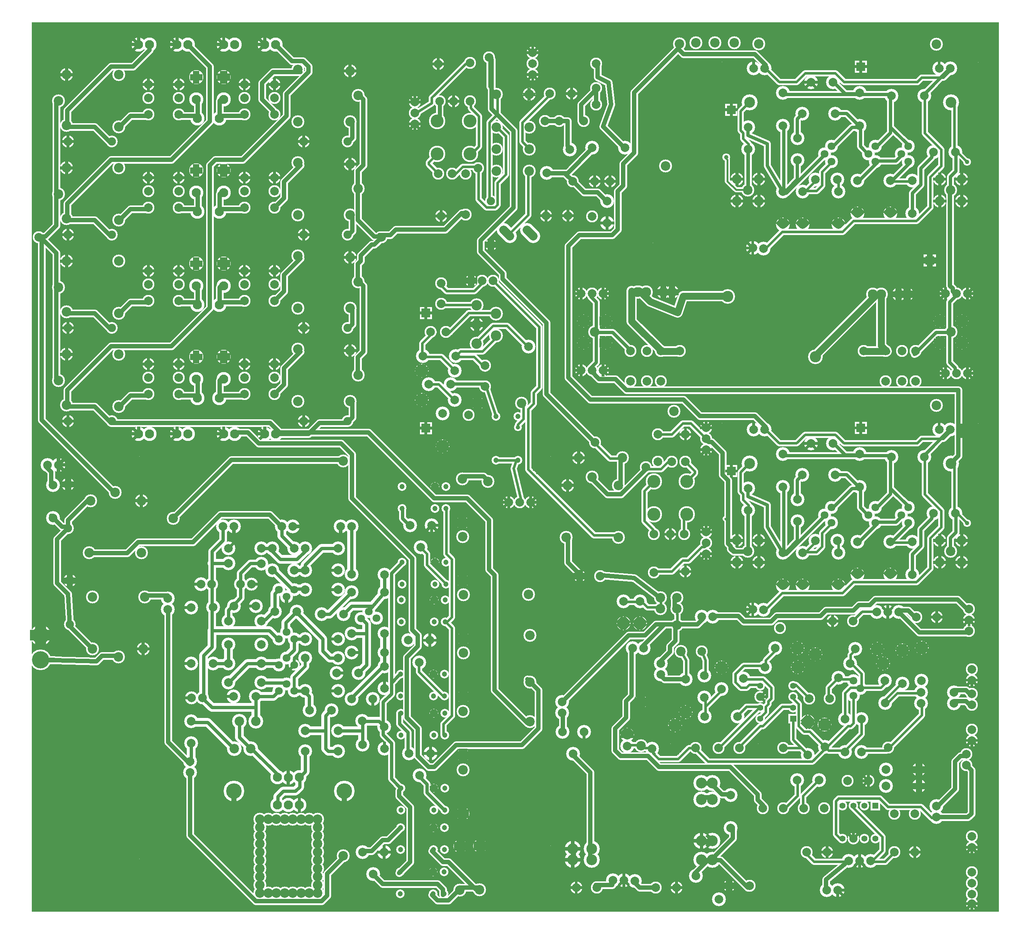
<source format=gbr>
%FSLAX34Y34*%
%MOMM*%
%LNCOPPER_BOTTOM*%
G71*
G01*
%ADD10C,3.200*%
%ADD11C,3.000*%
%ADD12C,1.600*%
%ADD13C,3.000*%
%ADD14C,2.800*%
%ADD15C,4.700*%
%ADD16C,1.400*%
%ADD17C,1.300*%
%ADD18C,1.800*%
%ADD19C,1.200*%
%ADD20C,3.700*%
%ADD21C,7.800*%
%ADD22C,3.400*%
%ADD23C,3.100*%
%ADD24C,2.800*%
%ADD25C,2.800*%
%ADD26C,2.400*%
%ADD27C,2.800*%
%ADD28C,1.800*%
%ADD29C,2.600*%
%ADD30C,1.700*%
%ADD31C,2.700*%
%ADD32C,3.200*%
%ADD33C,3.800*%
%ADD34C,3.000*%
%ADD35C,3.200*%
%ADD36C,2.000*%
%ADD37C,1.800*%
%ADD38C,2.200*%
%ADD39C,2.700*%
%ADD40C,3.300*%
%ADD41C,2.900*%
%ADD42C,4.800*%
%ADD43C,4.800*%
%ADD44C,4.800*%
%ADD45C,3.300*%
%ADD46C,3.400*%
%ADD47C,2.000*%
%ADD48C,2.600*%
%ADD49C,1.900*%
%ADD50C,1.990*%
%ADD51C,0.667*%
%ADD52C,0.813*%
%ADD53C,0.733*%
%ADD54C,3.345*%
%ADD55C,6.067*%
%ADD56C,6.860*%
%ADD57C,1.403*%
%ADD58C,1.723*%
%ADD59C,1.380*%
%ADD60C,1.427*%
%ADD61C,0.680*%
%ADD62C,1.447*%
%ADD63C,0.767*%
%ADD64C,1.264*%
%ADD65C,1.507*%
%ADD66C,1.152*%
%ADD67C,2.017*%
%ADD68C,0.646*%
%ADD69C,1.527*%
%ADD70C,1.940*%
%ADD71C,1.408*%
%ADD72C,1.687*%
%ADD73C,0.700*%
%ADD74C,2.533*%
%ADD75C,0.804*%
%ADD76C,0.672*%
%ADD77C,0.960*%
%ADD78C,1.487*%
%ADD79C,1.660*%
%ADD80C,0.833*%
%ADD81C,2.000*%
%ADD82C,1.800*%
%ADD83C,0.800*%
%ADD84C,2.200*%
%ADD85C,4.500*%
%ADD86C,0.600*%
%ADD87C,0.500*%
%ADD88C,1.000*%
%ADD89C,0.400*%
%ADD90C,2.500*%
%ADD91C,7.000*%
%ADD92C,2.600*%
%ADD93C,2.300*%
%ADD94C,2.000*%
%ADD95C,2.000*%
%ADD96C,1.000*%
%ADD97C,1.800*%
%ADD98C,0.900*%
%ADD99C,1.900*%
%ADD100C,3.000*%
%ADD101C,2.200*%
%ADD102C,2.400*%
%ADD103C,1.200*%
%ADD104C,1.000*%
%ADD105C,1.400*%
%ADD106C,1.900*%
%ADD107C,2.100*%
%ADD108C,2.100*%
%ADD109C,4.000*%
%ADD110C,4.000*%
%ADD111C,3.600*%
%ADD112C,2.100*%
%ADD113C,2.200*%
%ADD114C,1.500*%
%ADD115C,0.790*%
%LPD*%
G36*
X-6350Y1117600D02*
X2233650Y1117600D01*
X2233650Y-942400D01*
X-6350Y-942400D01*
X-6350Y1117600D01*
G37*
%LPC*%
X1733495Y877996D02*
G54D10*
D03*
X1733545Y954246D02*
G54D10*
D03*
X1652501Y874596D02*
G54D10*
D03*
X1652614Y823615D02*
G54D10*
D03*
X1766801Y849196D02*
G54D10*
D03*
X1766913Y798216D02*
G54D10*
D03*
X1733511Y649396D02*
G54D10*
D03*
X1733561Y725646D02*
G54D10*
D03*
X1854232Y906010D02*
G54D10*
D03*
X1777982Y906060D02*
G54D10*
D03*
X1779191Y725646D02*
G54D10*
D03*
X1779141Y649396D02*
G54D10*
D03*
X1911294Y877995D02*
G54D10*
D03*
X1911344Y954245D02*
G54D10*
D03*
X1808626Y753480D02*
G54D10*
D03*
X1906191Y751046D02*
G54D10*
D03*
X1906141Y674796D02*
G54D10*
D03*
X1982391Y751046D02*
G54D10*
D03*
X1982341Y674796D02*
G54D10*
D03*
X2033191Y751046D02*
G54D10*
D03*
X2033141Y674796D02*
G54D10*
D03*
X2132662Y817091D02*
G54D10*
D03*
X2081682Y816978D02*
G54D10*
D03*
X2061208Y947814D02*
G54D10*
D03*
X1984958Y947864D02*
G54D10*
D03*
X2095240Y1010796D02*
G54D10*
D03*
X2120740Y1010796D02*
G54D10*
D03*
X1663441Y594872D02*
G54D10*
D03*
X1845866Y830421D02*
G54D11*
D03*
X1829966Y812846D02*
G54D11*
D03*
X1845900Y795230D02*
G54D11*
D03*
X1947466Y830421D02*
G54D11*
D03*
X1931566Y812846D02*
G54D11*
D03*
X1947500Y795230D02*
G54D11*
D03*
X2023666Y830421D02*
G54D11*
D03*
X2007766Y812846D02*
G54D11*
D03*
X2023700Y795230D02*
G54D11*
D03*
G54D12*
X1733561Y725646D02*
X1734716Y722571D01*
X1734716Y874971D01*
X1733495Y877996D01*
G54D12*
X1911344Y954245D02*
X1912516Y951171D01*
X1734716Y951171D01*
X1733545Y954246D01*
G54D12*
X1777982Y906060D02*
X1779166Y906721D01*
X1766466Y894021D01*
X1766466Y849571D01*
X1766801Y849196D01*
G54D12*
X1733561Y725646D02*
X1734716Y722571D01*
X1766466Y754321D01*
X1766466Y798771D01*
X1766914Y798215D01*
G54D12*
X1829966Y812846D02*
X1829966Y811471D01*
X1741066Y722571D01*
X1734716Y722571D01*
X1733561Y725646D01*
G54D12*
X1947501Y795230D02*
X1950616Y792421D01*
X1906166Y747971D01*
X1906191Y751046D01*
G54D12*
X1931566Y812846D02*
X1931566Y811471D01*
X1912516Y830521D01*
X1912516Y874971D01*
X1911295Y877995D01*
G54D12*
X1947466Y830421D02*
X1950616Y830521D01*
X1982366Y862271D01*
X1982366Y944821D01*
X1984958Y947864D01*
G54D12*
X1911295Y877995D02*
X1912516Y874971D01*
X1880766Y906721D01*
X1855366Y906721D01*
X1854232Y906010D01*
G54D12*
X2023666Y830421D02*
X2026816Y830521D01*
X1982366Y874971D01*
X1982366Y944821D01*
X1984958Y947864D01*
G54D12*
X2081682Y816978D02*
X2083966Y817821D01*
X2077616Y811471D01*
X2077616Y805121D01*
X2052216Y779721D01*
X2052216Y741621D01*
X2033166Y722571D01*
X2033166Y671771D01*
X2033141Y674796D01*
G54D12*
X2023701Y795230D02*
X2026816Y792421D01*
X1982366Y747971D01*
X1982391Y751046D01*
G54D12*
X1845866Y830421D02*
X1849016Y830521D01*
X1893466Y874971D01*
X1912516Y874971D01*
X1911295Y877995D01*
G54D12*
X1984958Y947864D02*
X1982366Y944821D01*
X1976016Y951171D01*
X1912516Y951171D01*
X1911344Y954245D01*
X1626766Y754321D02*
G54D13*
D03*
X1677566Y754321D02*
G54D13*
D03*
X1652166Y728921D02*
G54D13*
D03*
X1677566Y703521D02*
G54D13*
D03*
X1626766Y703521D02*
G54D13*
D03*
X2096666Y754321D02*
G54D13*
D03*
X2147466Y754321D02*
G54D13*
D03*
X2122066Y728921D02*
G54D13*
D03*
X2147466Y703521D02*
G54D13*
D03*
X2096666Y703521D02*
G54D13*
D03*
G54D12*
X1652166Y728921D02*
X1652166Y824171D01*
X1652614Y823615D01*
G54D12*
X1733561Y725646D02*
X1734716Y722571D01*
X1696616Y786071D01*
X1696616Y836871D01*
X1652166Y855921D01*
X1652166Y874971D01*
X1652502Y874596D01*
G54D12*
X2121272Y728921D02*
X2121272Y760671D01*
X2133972Y773371D01*
X2133972Y817821D01*
X2131869Y817090D01*
X1798192Y978630D02*
G54D10*
D03*
X1849172Y978743D02*
G54D10*
D03*
G54D12*
X2007766Y812846D02*
X2007766Y809871D01*
X1995066Y797171D01*
X1950616Y797171D01*
X1947501Y795230D01*
X1733511Y649396D02*
G54D14*
D03*
X1779141Y649396D02*
G54D14*
D03*
X1906141Y674796D02*
G54D14*
D03*
X1982341Y674796D02*
G54D14*
D03*
X1733511Y649396D02*
G54D14*
D03*
X1609090Y1009014D02*
G54D15*
D03*
X1859426Y753480D02*
G54D10*
D03*
X1861741Y725646D02*
G54D10*
D03*
X1861691Y649396D02*
G54D10*
D03*
G54D16*
X1845901Y795230D02*
X1849016Y797171D01*
X1823616Y771771D01*
X1823616Y740021D01*
X1810916Y727321D01*
X1779166Y727321D01*
X1779191Y725646D01*
G54D16*
X1808626Y753480D02*
X1810916Y752721D01*
X1785516Y727321D01*
X1779166Y727321D01*
X1779191Y725646D01*
G54D16*
X1861741Y725646D02*
X1861716Y727321D01*
X1861716Y752721D01*
X1859426Y753480D01*
G54D12*
X2120740Y1010796D02*
X2118916Y1009871D01*
X2061766Y952721D01*
X2061766Y946371D01*
X2061208Y947814D01*
G54D12*
X1849172Y978743D02*
X1852216Y978121D01*
X1877616Y952721D01*
X1909366Y952721D01*
X1911344Y954245D01*
X1665241Y1010796D02*
G54D10*
D03*
X1690741Y1010796D02*
G54D10*
D03*
G54D16*
X1690741Y1010796D02*
X1694566Y1009621D01*
X1724566Y979621D01*
X1764566Y979621D01*
X1784566Y999621D01*
X1854566Y999621D01*
X1874566Y979621D01*
X2044566Y979621D01*
X2054566Y989621D01*
X2104566Y989621D01*
X2124566Y1009621D01*
X2120740Y1010796D01*
G54D16*
X2033191Y751046D02*
X2034566Y749621D01*
X1984566Y749621D01*
X1982391Y751046D01*
G54D17*
X2161966Y795021D02*
X2159566Y794621D01*
X2139566Y814621D01*
X2134566Y814621D01*
X2132662Y817090D01*
G36*
X1599639Y928969D02*
X1627639Y928969D01*
X1627639Y900969D01*
X1599639Y900969D01*
X1599639Y928969D01*
G37*
G36*
X1899639Y1028969D02*
X1927639Y1028969D01*
X1927639Y1000969D01*
X1899639Y1000969D01*
X1899639Y1028969D01*
G37*
X1601966Y805021D02*
G54D18*
D03*
G54D19*
X1601966Y805021D02*
X1599566Y804621D01*
X1604566Y799621D01*
X1604566Y749621D01*
X1624566Y729621D01*
X1654566Y729621D01*
X1652166Y728921D01*
X1779141Y649396D02*
G54D14*
D03*
X1861691Y649396D02*
G54D14*
D03*
X1906141Y674796D02*
G54D14*
D03*
X1982341Y674796D02*
G54D14*
D03*
G54D16*
X1688544Y590506D02*
X1686719Y587931D01*
X1731169Y632381D01*
X1870869Y632381D01*
X1896269Y657781D01*
X2042319Y657781D01*
X2074069Y689531D01*
X2074069Y759381D01*
X2099469Y784781D01*
X2099469Y822881D01*
X2061369Y860981D01*
X2061369Y943531D01*
X2060811Y946624D01*
X2168922Y1008221D02*
G54D15*
D03*
X1609090Y650240D02*
G54D15*
D03*
X2168286Y651827D02*
G54D15*
D03*
X1688544Y593681D02*
G54D10*
D03*
X2159566Y794621D02*
G54D18*
D03*
X1659116Y932021D02*
G54D18*
D03*
X1655940Y932022D02*
G54D20*
D03*
G54D16*
X1655940Y932022D02*
X1653778Y931228D01*
X1634728Y912178D01*
X1634728Y867728D01*
X1641078Y861378D01*
X1641078Y848678D01*
X1653778Y835978D01*
X1653778Y728028D01*
X1652166Y728922D01*
X2122665Y932022D02*
G54D20*
D03*
G54D16*
X2122665Y932022D02*
X2123678Y931228D01*
X2130028Y924878D01*
X2130028Y816928D01*
X2132662Y817090D01*
X1741716Y342780D02*
G54D21*
D03*
X1671866Y482480D02*
G54D21*
D03*
X1605191Y482480D02*
G54D22*
D03*
X1808391Y342780D02*
G54D22*
D03*
X1396316Y492580D02*
G54D23*
D03*
X1476316Y492580D02*
G54D24*
D03*
X1941316Y487580D02*
G54D24*
D03*
X2021316Y487580D02*
G54D24*
D03*
X1476316Y492580D02*
G54D23*
D03*
X1941316Y487580D02*
G54D23*
D03*
X2021316Y487580D02*
G54D13*
D03*
X1416316Y492580D02*
G54D23*
D03*
X1456316Y492580D02*
G54D23*
D03*
X1961316Y487580D02*
G54D23*
D03*
X2001316Y487580D02*
G54D23*
D03*
X1271891Y374980D02*
G54D13*
D03*
X1271891Y425780D02*
G54D13*
D03*
X1297291Y400380D02*
G54D13*
D03*
X1322691Y425780D02*
G54D13*
D03*
X1322691Y374980D02*
G54D13*
D03*
X1271891Y374980D02*
G54D25*
D03*
X1322691Y374980D02*
G54D14*
D03*
X2097391Y374980D02*
G54D13*
D03*
X2097391Y425780D02*
G54D13*
D03*
X2122791Y400380D02*
G54D13*
D03*
X2148191Y425780D02*
G54D13*
D03*
X2148191Y374980D02*
G54D13*
D03*
X2097391Y374980D02*
G54D25*
D03*
X2148191Y374980D02*
G54D14*
D03*
G54D26*
X1396316Y492580D02*
X1400516Y496280D01*
X1425916Y470880D01*
X1489416Y445480D01*
X1502116Y483580D01*
X1603716Y483580D01*
X1605191Y482480D01*
G54D26*
X1941316Y487580D02*
X1946616Y483580D01*
X1806916Y343880D01*
X1808391Y342780D01*
G36*
X2059616Y552130D02*
X2059616Y580130D01*
X2087616Y580130D01*
X2087616Y552130D01*
X2059616Y552130D01*
G37*
X1970848Y286343D02*
G54D27*
D03*
X1970848Y356193D02*
G54D27*
D03*
X2040698Y286343D02*
G54D27*
D03*
X2040698Y356193D02*
G54D27*
D03*
X2008948Y356193D02*
G54D27*
D03*
X2008948Y286343D02*
G54D27*
D03*
X2040699Y286343D02*
G54D14*
D03*
X2040699Y356193D02*
G54D14*
D03*
X1380298Y286343D02*
G54D27*
D03*
X1380298Y356193D02*
G54D27*
D03*
X1450148Y286343D02*
G54D27*
D03*
X1450148Y356193D02*
G54D27*
D03*
X1418398Y356193D02*
G54D27*
D03*
X1418398Y286343D02*
G54D27*
D03*
X1450149Y286343D02*
G54D14*
D03*
X1450149Y356193D02*
G54D14*
D03*
G54D26*
X1450149Y356193D02*
X1452791Y355480D01*
X1382941Y425330D01*
X1382941Y495180D01*
X1383616Y492580D01*
X2021316Y487580D02*
G54D23*
D03*
X1494599Y356193D02*
G54D25*
D03*
G54D12*
X1380299Y356193D02*
X1382941Y355480D01*
X1338491Y399930D01*
X1300391Y399930D01*
X1297291Y400380D01*
G54D26*
X1488249Y356193D02*
X1490891Y355480D01*
X1452791Y355480D01*
X1450149Y356193D01*
X1920049Y356193D02*
G54D25*
D03*
G54D26*
X1920049Y356193D02*
X1922691Y355480D01*
X1973491Y355480D01*
X1970849Y356193D01*
G54D12*
X2040699Y349843D02*
X2036991Y349130D01*
X2087791Y399930D01*
X2125891Y399930D01*
X2122791Y394030D01*
G54D26*
X1970849Y356193D02*
X1973491Y355480D01*
X1960791Y368180D01*
X1960791Y482480D01*
X1961316Y487580D01*
X2160991Y305155D02*
G54D25*
D03*
X2135591Y305155D02*
G54D25*
D03*
X2110191Y305155D02*
G54D25*
D03*
X1316441Y489305D02*
G54D25*
D03*
X1291041Y489305D02*
G54D25*
D03*
X1265641Y489305D02*
G54D25*
D03*
X2160991Y489305D02*
G54D25*
D03*
X2135591Y489305D02*
G54D25*
D03*
X2110191Y489305D02*
G54D25*
D03*
X1316441Y311505D02*
G54D25*
D03*
X1291041Y311505D02*
G54D25*
D03*
X1265641Y311505D02*
G54D25*
D03*
G54D12*
X1291041Y311505D02*
X1287691Y317380D01*
X1300391Y330080D01*
X1300391Y406280D01*
X1297291Y400380D01*
G54D12*
X1291041Y489305D02*
X1287691Y495180D01*
X1287691Y482480D01*
X1300391Y469780D01*
X1300391Y406280D01*
X1297291Y400380D01*
G54D12*
X2129241Y305155D02*
X2132241Y304680D01*
X2132241Y317380D01*
X2119541Y330080D01*
X2119541Y406280D01*
X2116441Y400380D01*
G54D12*
X2129241Y489305D02*
X2132241Y495180D01*
X2132241Y482480D01*
X2119541Y469780D01*
X2119541Y406280D01*
X2116441Y400380D01*
X1271891Y425780D02*
G54D14*
D03*
X1322691Y425780D02*
G54D14*
D03*
X2097391Y374980D02*
G54D14*
D03*
X2097391Y425780D02*
G54D14*
D03*
X2148191Y425780D02*
G54D14*
D03*
X2148191Y374980D02*
G54D14*
D03*
X1733495Y41384D02*
G54D10*
D03*
X1733545Y117634D02*
G54D10*
D03*
X1652501Y37983D02*
G54D10*
D03*
X1652614Y-12997D02*
G54D10*
D03*
X1766801Y12584D02*
G54D10*
D03*
X1766913Y-38397D02*
G54D10*
D03*
X1733511Y-187216D02*
G54D10*
D03*
X1733561Y-110966D02*
G54D10*
D03*
X1854232Y69398D02*
G54D10*
D03*
X1777982Y69448D02*
G54D10*
D03*
X1779191Y-110966D02*
G54D10*
D03*
X1779141Y-187216D02*
G54D10*
D03*
X1911294Y41383D02*
G54D10*
D03*
X1911344Y117633D02*
G54D10*
D03*
X1808626Y-83132D02*
G54D10*
D03*
X1906191Y-85566D02*
G54D10*
D03*
X1906141Y-161816D02*
G54D10*
D03*
X1982391Y-85566D02*
G54D10*
D03*
X1982341Y-161816D02*
G54D10*
D03*
X2033191Y-85566D02*
G54D10*
D03*
X2033141Y-161816D02*
G54D10*
D03*
X2132662Y-19522D02*
G54D10*
D03*
X2081682Y-19634D02*
G54D10*
D03*
X2061208Y111202D02*
G54D10*
D03*
X1984958Y111252D02*
G54D10*
D03*
X2095240Y174184D02*
G54D10*
D03*
X2120740Y174184D02*
G54D10*
D03*
X1663441Y-241741D02*
G54D10*
D03*
X1845866Y-6191D02*
G54D11*
D03*
X1829966Y-23766D02*
G54D11*
D03*
X1845900Y-41382D02*
G54D11*
D03*
X1947466Y-6191D02*
G54D11*
D03*
X1931566Y-23766D02*
G54D11*
D03*
X1947500Y-41382D02*
G54D11*
D03*
X2023666Y-6191D02*
G54D11*
D03*
X2007766Y-23766D02*
G54D11*
D03*
X2023700Y-41382D02*
G54D11*
D03*
G54D12*
X1733561Y-110966D02*
X1734716Y-114041D01*
X1734716Y38359D01*
X1733495Y41384D01*
G54D12*
X1911344Y117633D02*
X1912516Y114559D01*
X1734716Y114559D01*
X1733545Y117634D01*
G54D12*
X1777982Y69448D02*
X1779166Y70109D01*
X1766466Y57409D01*
X1766466Y12959D01*
X1766801Y12584D01*
G54D12*
X1733561Y-110966D02*
X1734716Y-114041D01*
X1766466Y-82291D01*
X1766466Y-37841D01*
X1766914Y-38397D01*
G54D12*
X1829966Y-23766D02*
X1829966Y-25141D01*
X1741066Y-114041D01*
X1734716Y-114041D01*
X1733561Y-110966D01*
G54D12*
X1947501Y-41382D02*
X1950616Y-44191D01*
X1906166Y-88641D01*
X1906191Y-85566D01*
G54D12*
X1931566Y-23766D02*
X1931566Y-25141D01*
X1912516Y-6091D01*
X1912516Y38359D01*
X1911295Y41383D01*
G54D12*
X1947466Y-6191D02*
X1950616Y-6091D01*
X1982366Y25659D01*
X1982366Y108209D01*
X1984958Y111252D01*
G54D12*
X1911295Y41383D02*
X1912516Y38359D01*
X1880766Y70109D01*
X1855366Y70109D01*
X1854232Y69398D01*
G54D12*
X2023666Y-6191D02*
X2026816Y-6091D01*
X1982366Y38359D01*
X1982366Y108209D01*
X1984958Y111252D01*
G54D12*
X2081682Y-19634D02*
X2083966Y-18791D01*
X2077616Y-25141D01*
X2077616Y-31491D01*
X2052216Y-56891D01*
X2052216Y-94991D01*
X2033166Y-114041D01*
X2033166Y-164841D01*
X2033141Y-161816D01*
G54D12*
X2023701Y-41382D02*
X2026816Y-44191D01*
X1982366Y-88641D01*
X1982391Y-85566D01*
G54D12*
X1845866Y-6191D02*
X1849016Y-6091D01*
X1893466Y38359D01*
X1912516Y38359D01*
X1911295Y41383D01*
G54D12*
X1984958Y111252D02*
X1982366Y108209D01*
X1976016Y114559D01*
X1912516Y114559D01*
X1911344Y117633D01*
X1626766Y-82291D02*
G54D13*
D03*
X1677566Y-82291D02*
G54D13*
D03*
X1652166Y-107691D02*
G54D13*
D03*
X1677566Y-133091D02*
G54D13*
D03*
X1626766Y-133091D02*
G54D13*
D03*
X2096666Y-82291D02*
G54D13*
D03*
X2147466Y-82291D02*
G54D13*
D03*
X2122066Y-107691D02*
G54D13*
D03*
X2147466Y-133091D02*
G54D13*
D03*
X2096666Y-133091D02*
G54D13*
D03*
G54D12*
X1652166Y-107691D02*
X1652166Y-12441D01*
X1652614Y-12997D01*
G54D12*
X1733561Y-110966D02*
X1734716Y-114041D01*
X1696616Y-50541D01*
X1696616Y259D01*
X1652166Y19309D01*
X1652166Y38359D01*
X1652502Y37984D01*
G54D12*
X2121272Y-107691D02*
X2121272Y-75941D01*
X2133972Y-63241D01*
X2133972Y-18791D01*
X2131869Y-19522D01*
X1798192Y142018D02*
G54D10*
D03*
X1849172Y142130D02*
G54D10*
D03*
G54D12*
X2007766Y-23766D02*
X2007766Y-26741D01*
X1995066Y-39441D01*
X1950616Y-39441D01*
X1947501Y-41382D01*
X1733511Y-187216D02*
G54D14*
D03*
X1779141Y-187216D02*
G54D14*
D03*
X1906141Y-161816D02*
G54D14*
D03*
X1982341Y-161816D02*
G54D14*
D03*
X1733511Y-187216D02*
G54D14*
D03*
X1609090Y172402D02*
G54D15*
D03*
X1859426Y-83132D02*
G54D10*
D03*
X1861741Y-110966D02*
G54D10*
D03*
X1861691Y-187216D02*
G54D10*
D03*
G54D16*
X1845901Y-41382D02*
X1849016Y-39441D01*
X1823616Y-64841D01*
X1823616Y-96591D01*
X1810916Y-109291D01*
X1779166Y-109291D01*
X1779191Y-110966D01*
G54D16*
X1808626Y-83132D02*
X1810916Y-83891D01*
X1785516Y-109291D01*
X1779166Y-109291D01*
X1779191Y-110966D01*
G54D16*
X1861741Y-110966D02*
X1861716Y-109291D01*
X1861716Y-83891D01*
X1859426Y-83132D01*
G54D12*
X2120740Y174184D02*
X2118916Y173259D01*
X2061766Y116109D01*
X2061766Y109759D01*
X2061208Y111202D01*
G54D12*
X1849172Y142131D02*
X1852216Y141509D01*
X1877616Y116109D01*
X1909366Y116109D01*
X1911344Y117633D01*
X1665241Y174184D02*
G54D10*
D03*
X1690741Y174184D02*
G54D10*
D03*
G54D16*
X1690741Y174184D02*
X1694566Y173009D01*
X1724566Y143009D01*
X1764566Y143009D01*
X1784566Y163009D01*
X1854566Y163009D01*
X1874566Y143009D01*
X2044566Y143009D01*
X2054566Y153009D01*
X2104566Y153009D01*
X2124566Y173009D01*
X2120740Y174184D01*
G54D16*
X2033191Y-85566D02*
X2034566Y-86991D01*
X1984566Y-86991D01*
X1982391Y-85566D01*
G54D17*
X2161966Y-41591D02*
X2159566Y-41991D01*
X2139566Y-21991D01*
X2134566Y-21991D01*
X2132662Y-19522D01*
G36*
X1599639Y92357D02*
X1627639Y92357D01*
X1627639Y64357D01*
X1599639Y64357D01*
X1599639Y92357D01*
G37*
G36*
X1899639Y192357D02*
X1927639Y192357D01*
X1927639Y164357D01*
X1899639Y164357D01*
X1899639Y192357D01*
G37*
G54D19*
X1601966Y-31591D02*
X1599566Y-31991D01*
X1604566Y-36991D01*
X1604566Y-86991D01*
X1624566Y-106991D01*
X1654566Y-106991D01*
X1652166Y-107691D01*
X1779141Y-187216D02*
G54D14*
D03*
X1861691Y-187216D02*
G54D14*
D03*
X1906141Y-161816D02*
G54D14*
D03*
X1982341Y-161816D02*
G54D14*
D03*
G54D16*
X1688544Y-246107D02*
X1686719Y-248682D01*
X1731169Y-204232D01*
X1870869Y-204232D01*
X1896269Y-178832D01*
X2042319Y-178832D01*
X2074069Y-147082D01*
X2074069Y-77232D01*
X2099469Y-51832D01*
X2099469Y-13732D01*
X2061369Y24368D01*
X2061369Y106918D01*
X2060811Y110011D01*
X2168922Y171609D02*
G54D15*
D03*
X1609090Y-186373D02*
G54D15*
D03*
X2168286Y-184786D02*
G54D15*
D03*
X1688544Y-242932D02*
G54D10*
D03*
X2159566Y-41991D02*
G54D18*
D03*
X1659116Y95409D02*
G54D18*
D03*
X1655940Y95409D02*
G54D20*
D03*
G54D16*
X1655940Y95409D02*
X1653778Y94615D01*
X1634728Y75565D01*
X1634728Y31115D01*
X1641078Y24765D01*
X1641078Y12065D01*
X1653778Y-635D01*
X1653778Y-108585D01*
X1652166Y-107691D01*
X2122665Y95409D02*
G54D20*
D03*
G54D16*
X2122665Y95409D02*
X2123678Y94615D01*
X2130028Y88265D01*
X2130028Y-19685D01*
X2132662Y-19522D01*
G54D28*
X2135591Y489305D02*
X2133203Y488315D01*
X2126853Y494665D01*
X2126853Y501015D01*
X2120503Y507365D01*
X2120503Y729615D01*
X2122065Y728921D01*
G54D28*
X2122665Y95409D02*
X2120503Y94615D01*
X2139553Y113665D01*
X2139553Y266065D01*
X1371203Y266065D01*
X1345803Y291465D01*
X1307703Y291465D01*
X1288653Y310515D01*
X1291041Y311505D01*
X1008266Y812481D02*
G54D29*
D03*
X1008266Y888681D02*
G54D29*
D03*
X932066Y812481D02*
G54D29*
D03*
X1008266Y812481D02*
G54D29*
D03*
X932066Y888681D02*
G54D29*
D03*
X932066Y812480D02*
G54D29*
D03*
X1008266Y888681D02*
G54D29*
D03*
X932066Y888681D02*
G54D29*
D03*
X1008178Y1023704D02*
G54D27*
D03*
X1008178Y934804D02*
G54D27*
D03*
X970078Y934804D02*
G54D27*
D03*
X938328Y934804D02*
G54D27*
D03*
X998534Y671914D02*
G54D27*
D03*
X935035Y767164D02*
G54D27*
D03*
X966784Y767164D02*
G54D27*
D03*
X998534Y767164D02*
G54D27*
D03*
G54D30*
X938328Y934804D02*
X938416Y933131D01*
X938416Y895031D01*
X932066Y888681D01*
G54D16*
X932066Y812481D02*
X913016Y793431D01*
X913016Y789183D01*
X935035Y767164D01*
G54D16*
X888054Y911354D02*
X919804Y930404D01*
X919804Y943104D01*
X1002354Y1025654D01*
X1001828Y1023704D01*
X1027017Y779453D02*
G54D27*
D03*
G54D16*
X1027018Y779453D02*
X1029891Y777240D01*
X1023541Y783590D01*
X991791Y783590D01*
X972741Y764540D01*
X966391Y764540D01*
X966785Y767164D01*
X935034Y1021164D02*
G54D27*
D03*
X1052628Y1036404D02*
G54D27*
D03*
X1215056Y888714D02*
G54D27*
D03*
X1272206Y888714D02*
G54D27*
D03*
X1300906Y964914D02*
G54D27*
D03*
X1300906Y1022065D02*
G54D27*
D03*
X1239856Y823091D02*
G54D10*
D03*
X1185904Y769210D02*
G54D10*
D03*
X1239856Y823091D02*
G54D14*
D03*
X1367632Y827142D02*
G54D10*
D03*
X1291382Y827192D02*
G54D10*
D03*
X1367632Y827143D02*
G54D14*
D03*
X1246806Y749014D02*
G54D27*
D03*
X1297606Y749014D02*
G54D27*
D03*
G54D28*
X1291382Y827192D02*
X1291306Y825214D01*
X1234156Y768064D01*
X1183356Y768064D01*
X1185904Y769210D01*
G54D28*
X1246806Y749014D02*
X1246856Y749014D01*
X1227806Y768064D01*
X1183356Y768064D01*
X1185904Y769210D01*
G54D28*
X1239856Y823092D02*
X1240506Y825214D01*
X1234156Y831564D01*
X1234156Y888714D01*
X1215056Y888714D01*
X1297606Y749014D02*
G54D27*
D03*
X1326213Y652909D02*
G54D10*
D03*
X1326101Y703889D02*
G54D10*
D03*
X1326213Y652909D02*
G54D10*
D03*
G54D28*
X1326101Y703888D02*
X1323056Y704564D01*
X1304006Y723614D01*
X1272256Y723614D01*
X1246856Y749014D01*
X1246806Y749014D01*
G54D28*
X1300906Y964914D02*
X1304006Y964914D01*
X1265906Y926814D01*
X1265906Y888714D01*
X1265856Y888714D01*
G54D28*
X1367632Y827142D02*
X1367506Y825214D01*
X1316706Y876014D01*
X1335706Y926814D01*
X1329406Y977614D01*
X1304006Y990314D01*
X1304006Y1015714D01*
X1300906Y1015714D01*
X1300906Y926814D02*
G54D27*
D03*
G54D28*
X1300906Y926814D02*
X1300906Y964914D01*
X1332656Y749014D02*
G54D27*
D03*
X1182036Y888714D02*
G54D27*
D03*
G54D28*
X1182036Y888714D02*
X1183306Y888714D01*
X1221406Y888714D01*
X1215056Y888714D01*
X1192956Y952214D02*
G54D27*
D03*
X1243756Y952214D02*
G54D27*
D03*
X1069260Y950720D02*
G54D13*
D03*
X1145460Y950720D02*
G54D13*
D03*
X1069260Y874520D02*
G54D13*
D03*
X1069260Y823720D02*
G54D13*
D03*
X1069260Y772920D02*
G54D13*
D03*
X1145460Y874520D02*
G54D13*
D03*
X1145460Y823720D02*
G54D13*
D03*
X1145460Y772920D02*
G54D13*
D03*
X1056759Y602357D02*
G54D31*
D03*
X1056759Y703957D02*
G54D31*
D03*
X1056759Y602357D02*
G54D14*
D03*
X1145460Y950720D02*
G54D27*
D03*
X1291711Y667916D02*
G54D27*
D03*
X1235491Y670161D02*
G54D27*
D03*
X1235491Y670161D02*
G54D27*
D03*
X1184691Y670161D02*
G54D27*
D03*
G54D16*
X1069261Y950719D02*
X1072205Y949454D01*
X1053155Y968504D01*
X1053155Y1038354D01*
X1052628Y1036404D01*
G54D16*
X1056759Y703957D02*
X1059505Y701804D01*
X1053155Y708154D01*
X1053155Y885954D01*
X1072205Y905004D01*
X1072205Y949454D01*
X1069261Y950719D01*
G54D16*
X1069261Y874520D02*
X1072205Y873254D01*
X1091255Y854204D01*
X1091255Y765304D01*
X1072205Y746254D01*
X1072205Y695454D01*
X1065855Y689104D01*
X1046805Y689104D01*
X1027755Y708154D01*
X1027755Y778004D01*
X1027018Y779453D01*
G54D16*
X1145461Y823720D02*
X1148405Y822454D01*
X1129355Y841504D01*
X1129355Y885954D01*
X1192855Y949454D01*
X1192956Y952214D01*
G54D32*
X1154875Y622439D02*
X1140733Y636581D01*
G54D32*
X1100900Y622439D02*
X1086758Y636581D01*
X880666Y932815D02*
G54D25*
D03*
X880666Y907415D02*
G54D25*
D03*
X880666Y882015D02*
G54D25*
D03*
X1153716Y1047115D02*
G54D25*
D03*
X1153716Y1021715D02*
G54D25*
D03*
X1153716Y996315D02*
G54D25*
D03*
X932066Y888681D02*
G54D33*
D03*
X932066Y812481D02*
G54D33*
D03*
X1008266Y812481D02*
G54D33*
D03*
X1008266Y888681D02*
G54D33*
D03*
G54D16*
X1008266Y812481D02*
X1010126Y811565D01*
X1029176Y830615D01*
X1029176Y900465D01*
X1010126Y919515D01*
X1010126Y932215D01*
X1008178Y934804D01*
G54D16*
X1097004Y629510D02*
X1099026Y627415D01*
X1143476Y671865D01*
X1143476Y773465D01*
X1145461Y772920D01*
X1434344Y54279D02*
G54D29*
D03*
X1434344Y-21921D02*
G54D29*
D03*
X1510544Y54279D02*
G54D29*
D03*
X1434344Y54279D02*
G54D29*
D03*
X1510544Y-21921D02*
G54D29*
D03*
X1510544Y54279D02*
G54D29*
D03*
X1434344Y-21921D02*
G54D29*
D03*
X1510544Y-21921D02*
G54D29*
D03*
X1434432Y-156944D02*
G54D27*
D03*
X1434432Y-68044D02*
G54D27*
D03*
X1472532Y-68044D02*
G54D27*
D03*
X1504282Y-68044D02*
G54D27*
D03*
X1507576Y163096D02*
G54D27*
D03*
X1444076Y163096D02*
G54D27*
D03*
X1507575Y99596D02*
G54D27*
D03*
X1475826Y99596D02*
G54D27*
D03*
X1444076Y99596D02*
G54D27*
D03*
G54D16*
X1504282Y-68044D02*
X1504194Y-66371D01*
X1504194Y-28271D01*
X1510545Y-21921D01*
G54D16*
X1510544Y54279D02*
X1529595Y73329D01*
X1529594Y77577D01*
X1507575Y99596D01*
X1415593Y87307D02*
G54D27*
D03*
G54D16*
X1415592Y87307D02*
X1412719Y89520D01*
X1419069Y83170D01*
X1450819Y83170D01*
X1469870Y102220D01*
X1476220Y102220D01*
X1475825Y99596D01*
X1507576Y-154404D02*
G54D27*
D03*
X1555594Y-113680D02*
G54D25*
D03*
X1555594Y-88280D02*
G54D25*
D03*
X1555594Y-62880D02*
G54D25*
D03*
X1555594Y127620D02*
G54D25*
D03*
X1555594Y153020D02*
G54D25*
D03*
X1555594Y178420D02*
G54D25*
D03*
G54D16*
X1555594Y-88280D02*
X1558375Y-90904D01*
X1552025Y-97254D01*
X1545675Y-97254D01*
X1513925Y-129004D01*
X1501225Y-129004D01*
X1475825Y-154404D01*
X1431375Y-154404D01*
X1434432Y-156944D01*
G54D16*
X1555594Y153020D02*
X1558376Y150396D01*
X1520275Y188496D01*
X1501226Y188496D01*
X1475825Y163096D01*
X1444075Y163096D01*
X1510544Y-21921D02*
G54D33*
D03*
X1510544Y54279D02*
G54D33*
D03*
X1434344Y54279D02*
G54D33*
D03*
X1434344Y-21921D02*
G54D33*
D03*
G54D16*
X1434344Y54279D02*
X1431769Y51420D01*
X1412720Y32370D01*
X1412719Y-37480D01*
X1431769Y-56530D01*
X1431769Y-69230D01*
X1434432Y-68044D01*
G54D28*
X1555594Y153020D02*
X1555353Y151765D01*
X1561703Y145415D01*
X1568053Y145415D01*
X1593453Y120015D01*
X1593453Y69215D01*
X1606153Y56515D01*
X1606153Y-89535D01*
X1612503Y-95885D01*
X1612503Y-102235D01*
X1618853Y-108585D01*
X1650603Y-108585D01*
X1652165Y-107691D01*
X1231336Y-75302D02*
G54D13*
D03*
X1234510Y45348D02*
G54D13*
D03*
X1351986Y-75302D02*
G54D13*
D03*
X1351986Y45348D02*
G54D13*
D03*
X1291661Y64811D02*
G54D13*
D03*
X1234510Y45348D02*
G54D34*
D03*
X1260357Y108930D02*
G54D13*
D03*
X1361957Y108929D02*
G54D13*
D03*
X1449257Y-215210D02*
G54D13*
D03*
X1449257Y-240610D02*
G54D13*
D03*
X1487357Y-240610D02*
G54D13*
D03*
X1487357Y-278710D02*
G54D13*
D03*
X1401852Y-223217D02*
G54D10*
D03*
X1401965Y-274198D02*
G54D10*
D03*
X1401852Y-223218D02*
G54D27*
D03*
X1401964Y-274198D02*
G54D27*
D03*
G54D16*
X1449257Y-240610D02*
X1450091Y-239592D01*
X1450091Y-214192D01*
X1449257Y-215210D01*
G54D16*
X1487357Y-278710D02*
X1488191Y-277692D01*
X1488191Y-252292D01*
X1487357Y-253310D01*
G54D16*
X1401852Y-223218D02*
X1406035Y-224268D01*
X1418735Y-236968D01*
X1444135Y-236968D01*
X1449257Y-240610D01*
X1363752Y-223217D02*
G54D10*
D03*
X1363864Y-274198D02*
G54D10*
D03*
X1363752Y-223218D02*
G54D27*
D03*
X1363864Y-274198D02*
G54D27*
D03*
G54D16*
X1363752Y-223218D02*
X1367935Y-224268D01*
X1406035Y-224268D01*
X1401852Y-223218D01*
X1487357Y-215210D02*
G54D13*
D03*
G54D28*
X1487357Y-215210D02*
X1482235Y-211568D01*
X1482235Y-236968D01*
X1487357Y-240610D01*
X1298324Y144739D02*
G54D27*
D03*
X1260357Y108930D02*
G54D13*
D03*
G54D16*
X1298323Y144739D02*
X1301353Y145415D01*
X1301353Y139065D01*
X1333103Y107315D01*
X1364853Y107315D01*
X1361957Y108929D01*
G54D28*
X1291661Y64811D02*
X1288653Y62865D01*
X1326753Y24765D01*
X1358503Y24765D01*
X1415653Y81915D01*
X1415653Y88265D01*
X1415593Y87307D01*
X1068315Y443228D02*
G54D35*
D03*
X1068315Y392428D02*
G54D35*
D03*
X1023865Y417828D02*
G54D35*
D03*
X1023865Y373378D02*
G54D35*
D03*
X1023865Y462278D02*
G54D35*
D03*
X1036565Y519428D02*
G54D27*
D03*
X1011165Y519428D02*
G54D27*
D03*
X1061965Y519428D02*
G54D27*
D03*
X975480Y344803D02*
G54D10*
D03*
X899230Y344853D02*
G54D10*
D03*
X896538Y310543D02*
G54D10*
D03*
X972788Y310493D02*
G54D10*
D03*
X912472Y279067D02*
G54D10*
D03*
X963452Y279179D02*
G54D10*
D03*
X941315Y513166D02*
G54D27*
D03*
X941315Y465366D02*
G54D27*
D03*
X944925Y211541D02*
G54D10*
D03*
X944875Y135291D02*
G54D10*
D03*
X1004815Y160478D02*
G54D27*
D03*
X1004815Y208278D02*
G54D27*
D03*
X917371Y400322D02*
G54D27*
D03*
X952471Y400322D02*
G54D27*
D03*
X1042915Y274778D02*
G54D27*
D03*
X1042915Y322578D02*
G54D27*
D03*
X896593Y242896D02*
G54D10*
D03*
X972843Y242846D02*
G54D10*
D03*
X1143790Y366473D02*
G54D10*
D03*
X896538Y310543D02*
G54D27*
D03*
X896593Y242896D02*
G54D27*
D03*
X1004815Y160478D02*
G54D27*
D03*
X944875Y135291D02*
G54D27*
D03*
G54D16*
X941315Y506816D02*
X942015Y507998D01*
X954715Y495298D01*
X1018215Y495298D01*
X1037265Y514348D01*
X1037265Y520698D01*
X1036565Y519428D01*
G54D16*
X941315Y471716D02*
X942015Y469898D01*
X948365Y463548D01*
X1024565Y463548D01*
X1023865Y462278D01*
G54D16*
X958821Y400322D02*
X961065Y400048D01*
X1005515Y444498D01*
X1069015Y444498D01*
X1068315Y443228D01*
G54D16*
X975480Y344803D02*
X973765Y342898D01*
X986465Y355598D01*
X1037265Y355598D01*
X1069015Y387348D01*
X1069015Y393698D01*
X1068315Y392428D01*
G54D16*
X923721Y400322D02*
X922965Y400048D01*
X897565Y374648D01*
X897565Y342898D01*
X899230Y344853D01*
G54D16*
X972788Y310493D02*
X973765Y311148D01*
X942015Y342898D01*
X897565Y342898D01*
X899230Y344853D01*
G54D16*
X1042915Y316228D02*
X1043615Y317498D01*
X1018215Y342898D01*
X973765Y342898D01*
X975480Y344803D01*
G54D16*
X1042915Y281128D02*
X1043615Y279398D01*
X961065Y279398D01*
X963452Y279179D01*
G54D16*
X972843Y242846D02*
X973765Y241298D01*
X935665Y279398D01*
X910265Y279398D01*
X912472Y279067D01*
G36*
X920265Y458498D02*
X920265Y430498D01*
X892265Y430498D01*
X892265Y458498D01*
X920265Y458498D01*
G37*
G36*
X920265Y191798D02*
X920265Y163798D01*
X892265Y163798D01*
X892265Y191798D01*
X920265Y191798D01*
G37*
X1119115Y205016D02*
G54D36*
D03*
X1119115Y179616D02*
G54D37*
D03*
X1068315Y205016D02*
G54D37*
D03*
X1068315Y179616D02*
G54D36*
D03*
X1119115Y103416D02*
G54D37*
D03*
X1068315Y103416D02*
G54D37*
D03*
X1025897Y235782D02*
G54D13*
D03*
X1127497Y235782D02*
G54D13*
D03*
X1025897Y235782D02*
G54D13*
D03*
G54D16*
X1068315Y205016D02*
X1042915Y281216D01*
X960365Y281216D01*
X963452Y279179D01*
G54D16*
X1127497Y235782D02*
X1125465Y236766D01*
X1131815Y230416D01*
X1131815Y198666D01*
X1119115Y185966D01*
X1119115Y179616D01*
G54D16*
X1143790Y366473D02*
X1144515Y363766D01*
X1093715Y414566D01*
X1061965Y414566D01*
X1023865Y376466D01*
X1023865Y373378D01*
X1148711Y5808D02*
G54D25*
D03*
X1123311Y5808D02*
G54D25*
D03*
X1097911Y5808D02*
G54D25*
D03*
G54D16*
X1068315Y103416D02*
X1119115Y103416D01*
X1068315Y205016D02*
G54D36*
D03*
X1119115Y103416D02*
G54D36*
D03*
X1068315Y103416D02*
G54D36*
D03*
G36*
X1746228Y-506322D02*
X1746228Y-484322D01*
X1768228Y-484322D01*
X1768228Y-506322D01*
X1746228Y-506322D01*
G37*
X1757228Y-469922D02*
G54D38*
D03*
X1757228Y-444522D02*
G54D38*
D03*
X1757228Y-419122D02*
G54D38*
D03*
X1681028Y-419122D02*
G54D38*
D03*
X1681028Y-444522D02*
G54D38*
D03*
X1681029Y-469922D02*
G54D38*
D03*
X1681028Y-495322D02*
G54D38*
D03*
X1681028Y-444522D02*
G54D39*
D03*
X2052978Y-459960D02*
G54D10*
D03*
X2052978Y-434461D02*
G54D10*
D03*
X1482989Y-563297D02*
G54D27*
D03*
X1507884Y-479712D02*
G54D10*
D03*
X1507934Y-403462D02*
G54D10*
D03*
X1372692Y-558304D02*
G54D10*
D03*
X1372692Y-532804D02*
G54D10*
D03*
X1914949Y-496020D02*
G54D10*
D03*
X1914898Y-572270D02*
G54D10*
D03*
X1914949Y-496020D02*
G54D27*
D03*
X1976833Y-513954D02*
G54D27*
D03*
X1976833Y-561754D02*
G54D27*
D03*
X1876848Y-496020D02*
G54D10*
D03*
X1876798Y-572270D02*
G54D10*
D03*
X1876849Y-496020D02*
G54D27*
D03*
X1896504Y-442247D02*
G54D11*
D03*
X1912404Y-424672D02*
G54D11*
D03*
X1896469Y-407056D02*
G54D11*
D03*
X1969877Y-407454D02*
G54D10*
D03*
X1969989Y-458434D02*
G54D10*
D03*
X1969877Y-407454D02*
G54D27*
D03*
X1964947Y-367326D02*
G54D10*
D03*
X1888697Y-367276D02*
G54D10*
D03*
X1964947Y-367326D02*
G54D27*
D03*
X1951914Y-333354D02*
G54D10*
D03*
X1900934Y-333466D02*
G54D10*
D03*
X1951914Y-333354D02*
G54D27*
D03*
X1830177Y-509054D02*
G54D10*
D03*
X1830289Y-560034D02*
G54D10*
D03*
X1830177Y-509054D02*
G54D27*
D03*
X1976833Y-513954D02*
G54D27*
D03*
X1964947Y-367326D02*
G54D27*
D03*
X1951914Y-333354D02*
G54D27*
D03*
X2010199Y-337270D02*
G54D10*
D03*
X2010149Y-413520D02*
G54D10*
D03*
X2010199Y-337270D02*
G54D27*
D03*
X2010199Y-337270D02*
G54D27*
D03*
X1830177Y-509053D02*
G54D27*
D03*
X1794139Y-448997D02*
G54D27*
D03*
X1841939Y-448997D02*
G54D27*
D03*
X1808383Y-346598D02*
G54D10*
D03*
X1862265Y-400550D02*
G54D10*
D03*
X1808384Y-346598D02*
G54D27*
D03*
X1808384Y-346598D02*
G54D27*
D03*
X1768322Y-375497D02*
G54D10*
D03*
X1692072Y-375447D02*
G54D10*
D03*
X1715825Y-331571D02*
G54D10*
D03*
X1766806Y-331459D02*
G54D10*
D03*
X1715826Y-331572D02*
G54D27*
D03*
X1768322Y-375497D02*
G54D27*
D03*
X1766806Y-331459D02*
G54D27*
D03*
X1584589Y-563297D02*
G54D27*
D03*
X1632389Y-563297D02*
G54D27*
D03*
X1482989Y-563297D02*
G54D27*
D03*
X1530789Y-563297D02*
G54D27*
D03*
X1686189Y-563296D02*
G54D27*
D03*
X1733989Y-563297D02*
G54D27*
D03*
X1686189Y-563296D02*
G54D27*
D03*
X1791124Y-502370D02*
G54D10*
D03*
X1791074Y-578620D02*
G54D10*
D03*
X1791124Y-502370D02*
G54D27*
D03*
X1628622Y-489797D02*
G54D10*
D03*
X1552372Y-489747D02*
G54D10*
D03*
X1628622Y-489797D02*
G54D27*
D03*
X1551043Y-445923D02*
G54D10*
D03*
X1550931Y-394943D02*
G54D10*
D03*
X1551043Y-445922D02*
G54D27*
D03*
X1550931Y-394942D02*
G54D27*
D03*
X1591304Y-377047D02*
G54D35*
D03*
X1642236Y-402030D02*
G54D35*
D03*
X1591190Y-426930D02*
G54D35*
D03*
X1591304Y-377047D02*
G54D27*
D03*
X1497288Y-339629D02*
G54D27*
D03*
X1545088Y-339629D02*
G54D27*
D03*
X1507884Y-479712D02*
G54D27*
D03*
G54D16*
X1976833Y-561753D02*
X1979054Y-562897D01*
X2055254Y-486697D01*
X2055254Y-461297D01*
X2052978Y-459961D01*
G54D16*
X1969989Y-458434D02*
X1972704Y-461297D01*
X1998104Y-435897D01*
X2055254Y-435897D01*
X2052978Y-434461D01*
G54D16*
X1976833Y-561753D02*
X1979054Y-562897D01*
X1972704Y-569247D01*
X1915554Y-569247D01*
X1914899Y-572270D01*
G54D16*
X1876799Y-572270D02*
X1877454Y-569247D01*
X1915554Y-531147D01*
X1915554Y-493047D01*
X1914949Y-496020D01*
G54D16*
X1830289Y-560034D02*
X1833004Y-562897D01*
X1839354Y-569247D01*
X1877454Y-569247D01*
X1876799Y-572270D01*
G54D16*
X1530789Y-563297D02*
X1528204Y-562897D01*
X1559954Y-594647D01*
X1801254Y-594647D01*
X1833004Y-562897D01*
X1830289Y-560034D01*
G54D16*
X1830289Y-560034D02*
X1833004Y-562897D01*
X1794904Y-524797D01*
X1782204Y-524797D01*
X1769504Y-512097D01*
X1769504Y-461297D01*
X1756804Y-448597D01*
X1756804Y-442247D01*
X1757228Y-444522D01*
G54D16*
X1791074Y-578620D02*
X1788554Y-575597D01*
X1775854Y-562897D01*
X1731404Y-562897D01*
X1733989Y-563297D01*
G54D16*
X1632389Y-563297D02*
X1629804Y-562897D01*
X1680604Y-512097D01*
X1686954Y-512097D01*
X1731404Y-467647D01*
X1756804Y-467647D01*
X1757229Y-469922D01*
G54D16*
X1584589Y-563297D02*
X1585354Y-562897D01*
X1680604Y-467647D01*
X1681029Y-469922D01*
G54D16*
X1628622Y-489797D02*
X1629804Y-486697D01*
X1648854Y-467647D01*
X1680604Y-467647D01*
X1681029Y-469922D01*
G54D16*
X1642236Y-402031D02*
X1642504Y-404147D01*
X1686954Y-404147D01*
X1706004Y-423197D01*
X1706004Y-448597D01*
X1699654Y-454947D01*
X1699654Y-461297D01*
X1693304Y-467647D01*
X1693304Y-480347D01*
X1680604Y-493047D01*
X1681029Y-495322D01*
G54D16*
X1692072Y-375447D02*
X1693304Y-372397D01*
X1642504Y-372397D01*
X1623454Y-391447D01*
X1623454Y-410497D01*
X1636154Y-423197D01*
X1648854Y-423197D01*
X1655204Y-416847D01*
X1680604Y-416847D01*
X1681028Y-419122D01*
G54D16*
X1715826Y-331571D02*
X1718704Y-334297D01*
X1693304Y-359697D01*
X1693304Y-372397D01*
X1692072Y-375447D01*
G54D16*
X1794139Y-448997D02*
X1794904Y-448597D01*
X1763154Y-416847D01*
X1756804Y-416847D01*
X1757228Y-419122D01*
G54D16*
X1862265Y-400550D02*
X1864754Y-397797D01*
X1839354Y-423197D01*
X1839354Y-448597D01*
X1841939Y-448997D01*
G54D16*
X1862265Y-400550D02*
X1864754Y-397797D01*
X1871104Y-404147D01*
X1896504Y-404147D01*
X1896469Y-407056D01*
G54D16*
X1969877Y-407454D02*
X1972704Y-410497D01*
X1960004Y-423197D01*
X1915554Y-423197D01*
X1912404Y-424672D01*
G54D16*
X1888697Y-367276D02*
X1890154Y-366047D01*
X1915554Y-391447D01*
X1915554Y-423197D01*
X1912404Y-424672D01*
G54D16*
X2010149Y-413520D02*
X2010804Y-410497D01*
X1972704Y-448597D01*
X1972704Y-461297D01*
X1969989Y-458434D01*
G54D16*
X1900934Y-333466D02*
X1902854Y-334297D01*
X1890154Y-346997D01*
X1890154Y-366047D01*
X1888697Y-367276D01*
G54D16*
X1791074Y-578620D02*
X1788554Y-575597D01*
X1756804Y-543847D01*
X1756804Y-493047D01*
X1757228Y-495322D01*
G54D16*
X1551043Y-445922D02*
X1553604Y-448597D01*
X1553604Y-486697D01*
X1552372Y-489747D01*
G54D16*
X1545088Y-339629D02*
X1553604Y-359697D01*
X1553604Y-397797D01*
X1550931Y-394942D01*
G54D16*
X1497288Y-339629D02*
X1509154Y-359697D01*
X1509154Y-404147D01*
X1507934Y-403462D01*
X1483766Y-510510D02*
G54D10*
D03*
X1429814Y-564391D02*
G54D10*
D03*
X1483766Y-510510D02*
G54D27*
D03*
G54D16*
X1435117Y-575498D02*
X1432954Y-575597D01*
X1445654Y-588297D01*
X1490104Y-588297D01*
X1515504Y-562897D01*
X1528204Y-562897D01*
X1530789Y-563297D01*
X2054590Y-331016D02*
G54D27*
D03*
X1497288Y-339629D02*
G54D13*
D03*
X1404414Y-456442D02*
G54D13*
D03*
X1404413Y-558041D02*
G54D13*
D03*
X1404414Y-456442D02*
G54D13*
D03*
X1372692Y-532804D02*
G54D13*
D03*
G54D16*
X1404414Y-558041D02*
X1407554Y-556547D01*
X1413904Y-562897D01*
X1432954Y-562897D01*
X1429814Y-564391D01*
G54D16*
X1404414Y-558041D02*
X1407554Y-556547D01*
X1375804Y-556547D01*
X1372692Y-558304D01*
X2054590Y-331016D02*
G54D10*
D03*
X2054540Y-407266D02*
G54D10*
D03*
X2054591Y-331016D02*
G54D27*
D03*
G54D16*
X1830289Y-560034D02*
X1833004Y-562897D01*
X1883804Y-512097D01*
X1890154Y-512097D01*
X1896504Y-505747D01*
X1896504Y-442247D01*
G54D16*
X1912404Y-424672D02*
X1915554Y-423197D01*
X1890154Y-423197D01*
X1877454Y-435897D01*
X1877454Y-493047D01*
X1876849Y-496020D01*
G54D16*
X1591190Y-426930D02*
X1591704Y-429547D01*
X1553604Y-467647D01*
X1553604Y-486697D01*
X1552372Y-489747D01*
X2054590Y-331016D02*
G54D27*
D03*
X2010199Y-337270D02*
G54D27*
D03*
X1951914Y-333354D02*
G54D27*
D03*
X1964947Y-367326D02*
G54D27*
D03*
X1808383Y-346598D02*
G54D27*
D03*
X1768322Y-375497D02*
G54D27*
D03*
X1766806Y-331459D02*
G54D27*
D03*
X1976833Y-513954D02*
G54D27*
D03*
X1591304Y-377047D02*
G54D27*
D03*
X1686189Y-563296D02*
G54D27*
D03*
X1482989Y-563297D02*
G54D27*
D03*
X1483766Y-510510D02*
G54D27*
D03*
X1507884Y-479712D02*
G54D27*
D03*
X1404414Y-456442D02*
G54D27*
D03*
X2129228Y-460011D02*
G54D10*
D03*
X2052978Y-459960D02*
G54D10*
D03*
X2129228Y-434511D02*
G54D10*
D03*
X2052978Y-434461D02*
G54D10*
D03*
X333324Y256329D02*
G54D27*
D03*
X263474Y256329D02*
G54D27*
D03*
X333324Y326179D02*
G54D27*
D03*
X263474Y326179D02*
G54D27*
D03*
X263474Y294429D02*
G54D27*
D03*
X333324Y294429D02*
G54D27*
D03*
X376732Y247558D02*
G54D40*
D03*
X427714Y247670D02*
G54D40*
D03*
X555574Y256329D02*
G54D27*
D03*
X485724Y256329D02*
G54D27*
D03*
X555574Y326179D02*
G54D27*
D03*
X485724Y326179D02*
G54D27*
D03*
X485724Y294429D02*
G54D27*
D03*
X555574Y294429D02*
G54D27*
D03*
X437797Y291656D02*
G54D10*
D03*
X437684Y342636D02*
G54D10*
D03*
X374297Y291656D02*
G54D10*
D03*
X374184Y342636D02*
G54D10*
D03*
G54D28*
X437797Y291656D02*
X434924Y294429D01*
X428574Y288079D01*
X428574Y249979D01*
X427714Y247670D01*
G54D28*
X374297Y291656D02*
X371424Y294429D01*
X377774Y288079D01*
X377774Y249979D01*
X376733Y247558D01*
X555574Y326179D02*
G54D14*
D03*
X485724Y326179D02*
G54D14*
D03*
X437684Y342637D02*
G54D41*
D03*
X374184Y342637D02*
G54D14*
D03*
X333324Y326179D02*
G54D14*
D03*
X263474Y326179D02*
G54D14*
D03*
X374297Y291656D02*
G54D40*
D03*
X374184Y342636D02*
G54D40*
D03*
X437684Y342636D02*
G54D40*
D03*
X437797Y291656D02*
G54D40*
D03*
X609787Y360621D02*
G54D13*
D03*
X730437Y357447D02*
G54D13*
D03*
X609787Y239971D02*
G54D13*
D03*
X730437Y239971D02*
G54D13*
D03*
X749250Y300296D02*
G54D13*
D03*
X623294Y193691D02*
G54D31*
D03*
X724894Y193692D02*
G54D31*
D03*
X730437Y357447D02*
G54D13*
D03*
X194792Y227883D02*
G54D13*
D03*
X74142Y231057D02*
G54D13*
D03*
X194792Y348533D02*
G54D13*
D03*
X74142Y348533D02*
G54D13*
D03*
X55330Y288208D02*
G54D13*
D03*
X74143Y231056D02*
G54D13*
D03*
X74142Y348533D02*
G54D13*
D03*
X77194Y193692D02*
G54D31*
D03*
X178794Y193692D02*
G54D31*
D03*
X623294Y193691D02*
G54D27*
D03*
X77194Y193692D02*
G54D27*
D03*
G54D28*
X724894Y193692D02*
X723547Y190056D01*
X736247Y202755D01*
X736247Y240856D01*
X730437Y239971D01*
G54D28*
X485724Y256329D02*
X482247Y253556D01*
X431447Y253556D01*
X427714Y247670D01*
G54D28*
X376733Y247558D02*
X380647Y253556D01*
X329847Y253556D01*
X333324Y256329D01*
G54D28*
X178794Y193691D02*
X177447Y190056D01*
X139347Y228155D01*
X75847Y228156D01*
X74143Y231056D01*
X333324Y472229D02*
G54D27*
D03*
X263474Y472229D02*
G54D27*
D03*
X333324Y542079D02*
G54D27*
D03*
X263474Y542079D02*
G54D27*
D03*
X263474Y510329D02*
G54D27*
D03*
X333324Y510329D02*
G54D27*
D03*
X376732Y463458D02*
G54D40*
D03*
X427714Y463570D02*
G54D40*
D03*
X555574Y472229D02*
G54D27*
D03*
X485724Y472229D02*
G54D27*
D03*
X555574Y542079D02*
G54D27*
D03*
X485724Y542079D02*
G54D27*
D03*
X485724Y510329D02*
G54D27*
D03*
X555574Y510329D02*
G54D27*
D03*
X437797Y507556D02*
G54D10*
D03*
X437684Y558536D02*
G54D10*
D03*
X374297Y507556D02*
G54D10*
D03*
X374184Y558536D02*
G54D10*
D03*
G54D28*
X437797Y507556D02*
X434924Y510329D01*
X428574Y503979D01*
X428574Y465879D01*
X427714Y463570D01*
G54D28*
X374297Y507556D02*
X371424Y510329D01*
X377774Y503979D01*
X377774Y465879D01*
X376733Y463458D01*
X555574Y542079D02*
G54D14*
D03*
X485724Y542079D02*
G54D14*
D03*
X437684Y558537D02*
G54D41*
D03*
X374184Y558537D02*
G54D14*
D03*
X333324Y542079D02*
G54D14*
D03*
X263474Y542079D02*
G54D14*
D03*
X374297Y507556D02*
G54D40*
D03*
X374184Y558536D02*
G54D40*
D03*
X437684Y558536D02*
G54D40*
D03*
X437797Y507556D02*
G54D40*
D03*
X609787Y576521D02*
G54D13*
D03*
X730437Y573347D02*
G54D13*
D03*
X609787Y455871D02*
G54D13*
D03*
X730437Y455871D02*
G54D13*
D03*
X749250Y516196D02*
G54D13*
D03*
X623294Y409592D02*
G54D31*
D03*
X724894Y409592D02*
G54D31*
D03*
X730437Y573347D02*
G54D13*
D03*
X194792Y443782D02*
G54D13*
D03*
X74142Y446956D02*
G54D13*
D03*
X194792Y564432D02*
G54D13*
D03*
X74142Y564432D02*
G54D13*
D03*
X55330Y504108D02*
G54D13*
D03*
X74143Y446956D02*
G54D13*
D03*
X74142Y564432D02*
G54D13*
D03*
X77194Y409592D02*
G54D31*
D03*
X178794Y409592D02*
G54D31*
D03*
X623294Y409592D02*
G54D27*
D03*
X77194Y409592D02*
G54D27*
D03*
G54D28*
X724894Y409591D02*
X723547Y405955D01*
X736247Y418655D01*
X736247Y456755D01*
X730437Y455871D01*
G54D28*
X485724Y472229D02*
X482247Y469455D01*
X431447Y469455D01*
X427714Y463570D01*
G54D28*
X376733Y463458D02*
X380647Y469455D01*
X329847Y469456D01*
X333324Y472229D01*
G54D28*
X178794Y409591D02*
X177447Y405955D01*
X139347Y444055D01*
X75847Y444055D01*
X74143Y446956D01*
X333324Y688129D02*
G54D27*
D03*
X263474Y688129D02*
G54D27*
D03*
X333324Y757979D02*
G54D27*
D03*
X263474Y757979D02*
G54D27*
D03*
X263474Y726229D02*
G54D27*
D03*
X333324Y726229D02*
G54D27*
D03*
X376732Y679358D02*
G54D40*
D03*
X427714Y679470D02*
G54D40*
D03*
X555574Y688129D02*
G54D27*
D03*
X485724Y688129D02*
G54D27*
D03*
X555574Y757979D02*
G54D27*
D03*
X485724Y757979D02*
G54D27*
D03*
X485724Y726229D02*
G54D27*
D03*
X555574Y726229D02*
G54D27*
D03*
X437797Y723456D02*
G54D10*
D03*
X437684Y774436D02*
G54D10*
D03*
X374297Y723456D02*
G54D10*
D03*
X374184Y774436D02*
G54D10*
D03*
G54D28*
X437797Y723456D02*
X434924Y726229D01*
X428574Y719879D01*
X428574Y681779D01*
X427714Y679470D01*
G54D28*
X374297Y723456D02*
X371424Y726229D01*
X377774Y719879D01*
X377774Y681779D01*
X376733Y679358D01*
X555574Y757979D02*
G54D14*
D03*
X485724Y757979D02*
G54D14*
D03*
X437684Y774437D02*
G54D41*
D03*
X374184Y774437D02*
G54D14*
D03*
X333324Y757979D02*
G54D14*
D03*
X263474Y757979D02*
G54D14*
D03*
X374297Y723456D02*
G54D40*
D03*
X374184Y774436D02*
G54D40*
D03*
X437684Y774436D02*
G54D40*
D03*
X437797Y723456D02*
G54D40*
D03*
X609787Y792421D02*
G54D13*
D03*
X730437Y789247D02*
G54D13*
D03*
X609787Y671771D02*
G54D13*
D03*
X730437Y671771D02*
G54D13*
D03*
X749250Y732096D02*
G54D13*
D03*
X623294Y625491D02*
G54D31*
D03*
X724894Y625492D02*
G54D31*
D03*
X730437Y789247D02*
G54D13*
D03*
X194792Y659682D02*
G54D13*
D03*
X74143Y662857D02*
G54D13*
D03*
X194792Y780333D02*
G54D13*
D03*
X74142Y780332D02*
G54D13*
D03*
X55330Y720008D02*
G54D13*
D03*
X74143Y662856D02*
G54D13*
D03*
X74142Y780332D02*
G54D13*
D03*
X77194Y625491D02*
G54D31*
D03*
X178794Y625492D02*
G54D31*
D03*
X623294Y625491D02*
G54D27*
D03*
X77194Y625491D02*
G54D27*
D03*
G54D28*
X724894Y625491D02*
X723547Y621855D01*
X736247Y634555D01*
X736247Y672655D01*
X730437Y671771D01*
G54D28*
X485724Y688129D02*
X482247Y685355D01*
X431447Y685355D01*
X427714Y679470D01*
G54D28*
X376733Y679358D02*
X380647Y685355D01*
X329847Y685355D01*
X333324Y688129D01*
G54D28*
X178794Y625491D02*
X177447Y621855D01*
X139347Y659955D01*
X75847Y659955D01*
X74143Y662856D01*
X333324Y904029D02*
G54D27*
D03*
X263474Y904029D02*
G54D27*
D03*
X333324Y973879D02*
G54D27*
D03*
X263474Y973879D02*
G54D27*
D03*
X263474Y942129D02*
G54D27*
D03*
X333324Y942129D02*
G54D27*
D03*
X376732Y895258D02*
G54D40*
D03*
X427713Y895370D02*
G54D40*
D03*
X555574Y904029D02*
G54D27*
D03*
X485724Y904029D02*
G54D27*
D03*
X555574Y973879D02*
G54D27*
D03*
X485724Y973879D02*
G54D27*
D03*
X485724Y942129D02*
G54D27*
D03*
X555574Y942129D02*
G54D27*
D03*
X437797Y939356D02*
G54D10*
D03*
X437684Y990336D02*
G54D10*
D03*
X374297Y939356D02*
G54D10*
D03*
X374184Y990336D02*
G54D10*
D03*
G54D28*
X437797Y939356D02*
X434924Y942129D01*
X428574Y935779D01*
X428574Y897679D01*
X427714Y895370D01*
G54D28*
X374297Y939356D02*
X371424Y942129D01*
X377774Y935779D01*
X377774Y897679D01*
X376733Y895258D01*
X555574Y973879D02*
G54D14*
D03*
X485724Y973879D02*
G54D14*
D03*
X437684Y990337D02*
G54D41*
D03*
X374184Y990337D02*
G54D14*
D03*
X333324Y973879D02*
G54D14*
D03*
X263474Y973879D02*
G54D14*
D03*
X374297Y939356D02*
G54D40*
D03*
X374184Y990336D02*
G54D40*
D03*
X437684Y990336D02*
G54D40*
D03*
X437797Y939356D02*
G54D40*
D03*
X609787Y1008321D02*
G54D13*
D03*
X730437Y1005147D02*
G54D13*
D03*
X609787Y887671D02*
G54D13*
D03*
X730437Y887671D02*
G54D13*
D03*
X749250Y947996D02*
G54D13*
D03*
X623294Y841391D02*
G54D31*
D03*
X724894Y841392D02*
G54D31*
D03*
X730437Y1005147D02*
G54D13*
D03*
X194792Y875583D02*
G54D13*
D03*
X74142Y878756D02*
G54D13*
D03*
X194792Y996233D02*
G54D13*
D03*
X74142Y996233D02*
G54D13*
D03*
X55330Y935908D02*
G54D13*
D03*
X74143Y878756D02*
G54D13*
D03*
X74142Y996233D02*
G54D13*
D03*
X77194Y841391D02*
G54D31*
D03*
X178794Y841392D02*
G54D31*
D03*
X623294Y841391D02*
G54D27*
D03*
X77194Y841391D02*
G54D27*
D03*
G54D28*
X724894Y841391D02*
X723547Y837755D01*
X736247Y850455D01*
X736247Y888555D01*
X730437Y887671D01*
G54D28*
X485724Y904029D02*
X482247Y901255D01*
X431447Y901255D01*
X427714Y895370D01*
G54D28*
X376733Y895258D02*
X380647Y901255D01*
X329847Y901255D01*
X333324Y904029D01*
G54D28*
X178794Y841391D02*
X177447Y837755D01*
X139347Y875855D01*
X75847Y875855D01*
X74143Y878756D01*
X558448Y164656D02*
G54D40*
D03*
X558448Y164656D02*
G54D40*
D03*
X533047Y164656D02*
G54D40*
D03*
X463198Y164656D02*
G54D40*
D03*
X463198Y164656D02*
G54D40*
D03*
X437797Y164656D02*
G54D40*
D03*
X355248Y164656D02*
G54D40*
D03*
X355248Y164656D02*
G54D40*
D03*
X329847Y164656D02*
G54D40*
D03*
X266348Y164656D02*
G54D40*
D03*
X266348Y164656D02*
G54D40*
D03*
X240947Y164656D02*
G54D40*
D03*
G54D28*
X558448Y164656D02*
X558447Y164655D01*
X634647Y164656D01*
X660047Y190056D01*
X723547Y190056D01*
X724894Y193692D01*
G54D28*
X178794Y193691D02*
X177447Y190056D01*
X545747Y190056D01*
X571147Y164655D01*
X634647Y164656D01*
X660047Y190056D01*
X723547Y190056D01*
X724894Y193692D01*
X558448Y1066356D02*
G54D40*
D03*
X558448Y1066356D02*
G54D40*
D03*
X533047Y1066356D02*
G54D40*
D03*
X463198Y1066356D02*
G54D40*
D03*
X463198Y1066356D02*
G54D40*
D03*
X437797Y1066356D02*
G54D40*
D03*
X355248Y1066356D02*
G54D40*
D03*
X355248Y1066356D02*
G54D40*
D03*
X329847Y1066356D02*
G54D40*
D03*
X266348Y1066356D02*
G54D40*
D03*
X266348Y1066356D02*
G54D40*
D03*
X240947Y1066356D02*
G54D40*
D03*
G54D28*
X266348Y1066356D02*
X266347Y1066355D01*
X266347Y1053655D01*
X228247Y1015555D01*
X177447Y1015555D01*
X75847Y913955D01*
X75847Y875855D01*
X74143Y878756D01*
G54D28*
X355248Y1066356D02*
X355247Y1066355D01*
X406047Y1015555D01*
X406047Y888555D01*
X317147Y799655D01*
X177447Y799655D01*
X75847Y698055D01*
X75847Y659955D01*
X74143Y662856D01*
G54D28*
X558448Y1066356D02*
X558447Y1066355D01*
X596547Y1028255D01*
X621947Y1028255D01*
X634647Y1015555D01*
X634647Y1002855D01*
X583847Y952055D01*
X583847Y901255D01*
X482247Y799655D01*
X418747Y799655D01*
X406047Y786955D01*
X406047Y456755D01*
X317147Y367855D01*
X177447Y367855D01*
X75847Y266255D01*
X75847Y228156D01*
X74143Y231056D01*
G54D28*
X609787Y360621D02*
X615597Y355155D01*
X577497Y317055D01*
X577497Y278955D01*
X552097Y253556D01*
X555574Y256330D01*
G54D28*
X609787Y576521D02*
X615597Y571055D01*
X577497Y532955D01*
X577497Y494855D01*
X552097Y469455D01*
X555574Y472229D01*
G54D28*
X609787Y792421D02*
X615597Y786955D01*
X577497Y748855D01*
X577497Y710755D01*
X552097Y685355D01*
X555574Y688129D01*
G54D28*
X609787Y1008321D02*
X615597Y1002855D01*
X552097Y1002855D01*
X526697Y977455D01*
X526697Y939355D01*
X552097Y913955D01*
X552097Y901255D01*
X555574Y904029D01*
G54D28*
X194793Y227882D02*
X196497Y228156D01*
X221897Y253556D01*
X259997Y253555D01*
X263474Y256329D01*
G54D28*
X194793Y443782D02*
X196497Y444055D01*
X221897Y469455D01*
X259997Y469455D01*
X263474Y472229D01*
G54D28*
X194793Y659682D02*
X196497Y659955D01*
X221897Y685355D01*
X259997Y685355D01*
X263474Y688129D01*
G54D28*
X194793Y875582D02*
X196497Y875855D01*
X221897Y901255D01*
X259997Y901255D01*
X263474Y904029D01*
G54D28*
X749250Y516196D02*
X748947Y520255D01*
X761647Y507555D01*
X761647Y355155D01*
X748947Y342455D01*
X748947Y304355D01*
X749250Y300296D01*
G54D28*
X749250Y947996D02*
X748947Y952055D01*
X761647Y939355D01*
X761647Y786955D01*
X748947Y774255D01*
X748947Y736155D01*
X749250Y732096D01*
G54D28*
X55330Y504107D02*
X50447Y507556D01*
X50447Y291655D01*
X55330Y288207D01*
G54D28*
X55330Y935907D02*
X50447Y939355D01*
X50447Y723455D01*
X55330Y720007D01*
X9712Y619826D02*
G54D25*
D03*
X803462Y619826D02*
G54D25*
D03*
G54D28*
X803462Y619826D02*
X806097Y621855D01*
X787047Y602805D01*
X780697Y602805D01*
X755297Y577405D01*
X755297Y564705D01*
X748947Y558355D01*
X748947Y513905D01*
X749250Y516196D01*
G54D28*
X803462Y619826D02*
X799747Y621855D01*
X787047Y621855D01*
X748947Y659955D01*
X748947Y736155D01*
X749250Y732096D01*
G54D28*
X9712Y619826D02*
X12347Y621855D01*
X50447Y583755D01*
X50447Y507556D01*
X55330Y504107D01*
G54D28*
X9712Y619826D02*
X12347Y621855D01*
X25047Y621855D01*
X50447Y647255D01*
X50447Y723455D01*
X55330Y720007D01*
X1415414Y589914D02*
G54D15*
D03*
X1424940Y1062990D02*
G54D15*
D03*
X1424940Y1062990D02*
G54D15*
D03*
X875664Y589914D02*
G54D15*
D03*
X862964Y1059814D02*
G54D15*
D03*
X254611Y-212860D02*
G54D13*
D03*
X251437Y-333510D02*
G54D13*
D03*
X133961Y-212860D02*
G54D13*
D03*
X133962Y-333510D02*
G54D13*
D03*
X194286Y-352322D02*
G54D13*
D03*
X13312Y-358910D02*
G54D42*
D03*
X126412Y-110991D02*
G54D13*
D03*
X129586Y9659D02*
G54D13*
D03*
X247061Y-110991D02*
G54D13*
D03*
X247061Y9659D02*
G54D13*
D03*
X186737Y28946D02*
G54D13*
D03*
X81332Y-175567D02*
G54D31*
D03*
X81332Y-277167D02*
G54D31*
D03*
X81332Y-175567D02*
G54D27*
D03*
X81332Y-175567D02*
G54D13*
D03*
X77534Y47628D02*
G54D31*
D03*
X77534Y-53972D02*
G54D31*
D03*
X77534Y47628D02*
G54D27*
D03*
X77534Y47628D02*
G54D13*
D03*
X251437Y-333510D02*
G54D13*
D03*
X247061Y9659D02*
G54D13*
D03*
G54D28*
X77534Y-53972D02*
X76812Y-54110D01*
X51412Y-79510D01*
X51412Y-181110D01*
X76812Y-206510D01*
X81332Y-277167D01*
X13312Y-301760D02*
G54D43*
D03*
X1480768Y216430D02*
G54D13*
D03*
X129586Y9659D02*
G54D13*
D03*
X247061Y9659D02*
G54D13*
D03*
G54D28*
X81332Y-277167D02*
X76812Y-276360D01*
X133962Y-333510D01*
G54D28*
X129586Y9659D02*
X127612Y15740D01*
X76812Y-35060D01*
X76812Y-47760D01*
X77534Y-53972D01*
G54D28*
X45062Y-358910D02*
X13312Y-358910D01*
X142875Y-362585D01*
X155575Y-349885D01*
X193675Y-349885D01*
X194286Y-352323D01*
G54D28*
X186737Y28946D02*
X180975Y31115D01*
X15875Y196215D01*
X15875Y615315D01*
X9712Y619826D01*
X225822Y95409D02*
G54D15*
D03*
X1178322Y95409D02*
G54D15*
D03*
X225822Y-803116D02*
G54D15*
D03*
X1178322Y-806291D02*
G54D15*
D03*
X308022Y-241892D02*
G54D10*
D03*
X308022Y-216417D02*
G54D10*
D03*
G54D28*
X308022Y-216417D02*
X307975Y-210185D01*
X257175Y-210185D01*
X254611Y-212860D01*
X1262377Y-164910D02*
G54D27*
D03*
X1310177Y-164911D02*
G54D27*
D03*
X1262377Y-164910D02*
G54D27*
D03*
G54D28*
X1262377Y-164911D02*
X1260475Y-159385D01*
X1235075Y-133985D01*
X1235075Y-70485D01*
X1231336Y-75302D01*
X2158274Y-577351D02*
G54D25*
D03*
X2170974Y-380501D02*
G54D25*
D03*
X2170974Y-405901D02*
G54D25*
D03*
X2170974Y-767851D02*
G54D25*
D03*
X2170974Y-793251D02*
G54D25*
D03*
X2170974Y-520201D02*
G54D25*
D03*
X2170974Y-545601D02*
G54D25*
D03*
X13312Y-301760D02*
G54D27*
D03*
G54D16*
X1061965Y519428D02*
X1066800Y513715D01*
X1168400Y412115D01*
X1168400Y272415D01*
X1155700Y259715D01*
X1155700Y234315D01*
X1143000Y221615D01*
X1143000Y81915D01*
X1295400Y-70485D01*
X1346200Y-70485D01*
X1351986Y-75302D01*
X1144355Y-207092D02*
G54D13*
D03*
X1147530Y-302342D02*
G54D13*
D03*
X1147530Y-410292D02*
G54D13*
D03*
X1147530Y-502367D02*
G54D13*
D03*
X716960Y-662830D02*
G54D44*
D03*
X461261Y-662930D02*
G54D44*
D03*
X561986Y-631005D02*
G54D45*
D03*
X587360Y-631130D02*
G54D45*
D03*
X612804Y-631105D02*
G54D45*
D03*
X810066Y-564746D02*
G54D10*
D03*
X809891Y-513754D02*
G54D10*
D03*
X512136Y-500880D02*
G54D46*
D03*
X462736Y-564980D02*
G54D46*
D03*
X500735Y-564980D02*
G54D46*
D03*
X474035Y-500880D02*
G54D46*
D03*
G54D47*
X473961Y-506699D02*
X473961Y-538449D01*
X499360Y-563849D01*
X362861Y-551730D02*
G54D10*
D03*
X362736Y-500814D02*
G54D10*
D03*
X626386Y-523155D02*
G54D10*
D03*
X702636Y-523205D02*
G54D10*
D03*
X360286Y-619855D02*
G54D10*
D03*
X360286Y-594355D02*
G54D10*
D03*
G54D47*
X362861Y-504105D02*
X400960Y-504105D01*
X461286Y-564430D01*
G54D47*
X362860Y-596180D02*
X362860Y-554905D01*
X626386Y-570780D02*
G54D10*
D03*
X702635Y-570830D02*
G54D10*
D03*
X600986Y-151680D02*
G54D10*
D03*
X550069Y-151805D02*
G54D10*
D03*
X566060Y-196130D02*
G54D11*
D03*
X583636Y-212030D02*
G54D11*
D03*
X601252Y-196095D02*
G54D11*
D03*
X572411Y-50080D02*
G54D10*
D03*
X597836Y-50030D02*
G54D10*
D03*
X626386Y-196130D02*
G54D10*
D03*
X702561Y-196130D02*
G54D10*
D03*
G54D47*
X623211Y-194655D02*
X597811Y-194655D01*
X448586Y-135805D02*
G54D10*
D03*
X524836Y-135855D02*
G54D10*
D03*
X607336Y-246930D02*
G54D10*
D03*
X556419Y-247055D02*
G54D10*
D03*
X600986Y-310430D02*
G54D11*
D03*
X583386Y-294530D02*
G54D11*
D03*
X565794Y-310464D02*
G54D11*
D03*
G54D47*
X581936Y-294555D02*
X581936Y-272330D01*
X607336Y-246930D01*
G54D47*
X448586Y-135805D02*
X410486Y-135805D01*
G54D47*
X626386Y-310430D02*
X600986Y-310430D01*
X601360Y-370830D02*
G54D48*
D03*
X583386Y-354855D02*
G54D11*
D03*
X565794Y-370790D02*
G54D11*
D03*
G54D47*
X600986Y-310430D02*
X600986Y-335830D01*
X581936Y-354880D01*
X626386Y-310430D02*
G54D10*
D03*
X702561Y-310430D02*
G54D10*
D03*
X600985Y-431130D02*
G54D11*
D03*
X583386Y-415180D02*
G54D11*
D03*
X565794Y-431115D02*
G54D11*
D03*
X448585Y-367580D02*
G54D10*
D03*
X524836Y-367630D02*
G54D10*
D03*
X448794Y-411759D02*
G54D10*
D03*
X525044Y-411809D02*
G54D10*
D03*
G54D47*
X524786Y-412030D02*
X581936Y-412030D01*
X626386Y-431080D02*
G54D10*
D03*
X702660Y-431130D02*
G54D10*
D03*
G54D47*
X562886Y-367580D02*
X524785Y-367580D01*
X493036Y-367580D01*
X448585Y-412030D01*
X687706Y-475870D02*
G54D10*
D03*
X636790Y-475995D02*
G54D10*
D03*
X626386Y-354880D02*
G54D10*
D03*
X702636Y-354930D02*
G54D10*
D03*
G54D49*
X600986Y-431080D02*
X600986Y-399330D01*
X626386Y-373930D01*
X626386Y-354880D01*
G54D47*
X626386Y-431080D02*
X600986Y-431080D01*
X783661Y-449730D02*
G54D35*
D03*
X758677Y-500662D02*
G54D35*
D03*
X733778Y-449616D02*
G54D35*
D03*
X791486Y-262805D02*
G54D11*
D03*
X773685Y-247005D02*
G54D11*
D03*
X756295Y-262840D02*
G54D11*
D03*
X435885Y-50080D02*
G54D10*
D03*
X461460Y-50130D02*
G54D10*
D03*
X734336Y-161205D02*
G54D10*
D03*
X810586Y-161255D02*
G54D10*
D03*
X734336Y-202480D02*
G54D10*
D03*
X810586Y-202530D02*
G54D10*
D03*
G54D47*
X734336Y-56430D02*
X734336Y-158030D01*
X715286Y-253280D02*
G54D10*
D03*
X664369Y-253405D02*
G54D10*
D03*
G54D47*
X810536Y-164380D02*
X810536Y-202480D01*
G54D47*
X810536Y-202480D02*
X772436Y-246930D01*
G54D47*
X781961Y-234230D02*
X734336Y-234230D01*
X715286Y-253280D01*
G54D47*
X664486Y-253280D02*
X683536Y-253280D01*
X734336Y-202480D01*
X734336Y-297730D02*
G54D10*
D03*
X810586Y-297780D02*
G54D10*
D03*
X810486Y-424755D02*
G54D10*
D03*
X810373Y-373774D02*
G54D10*
D03*
X810535Y-342180D02*
G54D10*
D03*
X734260Y-342130D02*
G54D10*
D03*
G54D47*
X810536Y-339005D02*
X810536Y-294555D01*
X385136Y-183405D02*
G54D10*
D03*
X409998Y-183718D02*
G54D11*
D03*
X413660Y-367580D02*
G54D10*
D03*
X362686Y-367730D02*
G54D10*
D03*
G54D47*
X448585Y-367580D02*
X416835Y-367580D01*
X448585Y-323130D02*
G54D10*
D03*
X524836Y-323180D02*
G54D10*
D03*
G54D47*
X562886Y-310430D02*
X543836Y-291380D01*
X410485Y-291380D01*
G54D47*
X448585Y-367580D02*
X448585Y-323130D01*
X512086Y-443780D02*
G54D10*
D03*
X461110Y-443930D02*
G54D10*
D03*
X388686Y-446930D02*
G54D11*
D03*
X363386Y-446630D02*
G54D11*
D03*
X413660Y-237405D02*
G54D10*
D03*
X362686Y-237505D02*
G54D10*
D03*
X734336Y-50080D02*
G54D10*
D03*
X708860Y-50080D02*
G54D10*
D03*
G54D47*
X810536Y-373930D02*
X810535Y-342180D01*
G54D47*
X702586Y-354880D02*
X683536Y-354880D01*
X667660Y-339005D01*
X667660Y-310430D01*
X607336Y-250105D01*
X448585Y-269155D02*
G54D10*
D03*
X524836Y-269205D02*
G54D10*
D03*
X512060Y-234205D02*
G54D10*
D03*
X461160Y-234405D02*
G54D10*
D03*
X477160Y-183430D02*
G54D11*
D03*
X502060Y-183730D02*
G54D11*
D03*
G54D28*
X477160Y-183430D02*
X477160Y-158030D01*
X499386Y-135805D01*
X524786Y-135805D01*
G54D28*
X477160Y-183430D02*
X477161Y-215180D01*
X461285Y-231055D01*
G54D28*
X448586Y-265980D02*
X448585Y-243755D01*
X461285Y-231055D01*
G54D47*
X524786Y-265980D02*
X534310Y-265980D01*
X556536Y-243755D01*
G54D47*
X410485Y-291380D02*
X410486Y-329480D01*
X391436Y-348530D01*
X391436Y-450130D01*
G54D47*
X512086Y-500930D02*
X512086Y-443780D01*
G54D47*
X810536Y-373930D02*
X807360Y-373930D01*
X734336Y-446955D01*
G54D47*
X562886Y-631105D02*
X562886Y-624755D01*
X502560Y-564430D01*
X626385Y-151680D02*
G54D10*
D03*
X702560Y-151680D02*
G54D10*
D03*
G54D47*
X512086Y-469180D02*
X410485Y-469180D01*
X391436Y-450130D01*
G54D47*
X626386Y-570780D02*
X626385Y-618405D01*
X613686Y-631105D01*
G54D47*
X635910Y-475530D02*
X635910Y-443780D01*
X623210Y-431080D01*
G54D47*
X686710Y-478705D02*
X683536Y-478705D01*
X674010Y-488230D01*
X674010Y-564430D01*
X680360Y-570780D01*
X696235Y-570780D01*
X702585Y-570780D01*
G54D47*
X626386Y-523155D02*
X674010Y-523155D01*
G54D47*
X702585Y-523155D02*
X737510Y-523155D01*
X759736Y-523155D01*
G54D47*
X759736Y-500930D02*
X797836Y-500930D01*
X810536Y-513630D01*
X626386Y-100880D02*
G54D10*
D03*
X702560Y-100830D02*
G54D10*
D03*
X448560Y-100830D02*
G54D10*
D03*
X524761Y-100830D02*
G54D10*
D03*
G54D28*
X410485Y-294555D02*
X410486Y-107230D01*
X435886Y-81830D01*
X435886Y-53255D01*
X600986Y-100880D02*
G54D10*
D03*
X550069Y-101005D02*
G54D10*
D03*
G54D47*
X550185Y-100880D02*
X524785Y-100880D01*
G54D47*
X550185Y-100880D02*
X550186Y-107230D01*
X569236Y-126280D01*
X607336Y-126280D01*
X626386Y-107230D01*
G54D47*
X600986Y-151680D02*
X626385Y-151680D01*
X626386Y-138980D01*
X664486Y-100880D01*
X702586Y-100880D01*
G54D47*
X550186Y-151680D02*
X553361Y-151680D01*
X597810Y-196130D01*
G54D47*
X512086Y-443780D02*
X553360Y-443780D01*
X566061Y-431080D01*
G54D47*
X572410Y-46905D02*
X572410Y-72305D01*
X600986Y-100880D01*
X699686Y-389494D02*
G54D10*
D03*
X750666Y-389382D02*
G54D10*
D03*
G54D47*
X734336Y-297730D02*
X769260Y-297730D01*
G54D47*
X750211Y-389805D02*
X769260Y-370755D01*
X769260Y-275505D01*
X756561Y-262805D01*
G54D47*
X556536Y-243755D02*
X556536Y-205655D01*
X566060Y-196130D01*
X759785Y-554955D02*
G54D10*
D03*
G54D47*
X759736Y-500930D02*
X759736Y-554905D01*
X612860Y-695430D02*
G54D45*
D03*
X587560Y-695230D02*
G54D45*
D03*
X562073Y-695298D02*
G54D45*
D03*
G54D50*
X562886Y-694605D02*
X562886Y-675555D01*
X575586Y-662855D01*
X604160Y-662855D01*
X613686Y-653330D01*
X613686Y-631105D01*
X950110Y-706741D02*
G54D37*
D03*
X924710Y-706741D02*
G54D37*
D03*
X950110Y-655941D02*
G54D37*
D03*
X924710Y-655941D02*
G54D37*
D03*
X848510Y-706741D02*
G54D36*
D03*
X848510Y-655941D02*
G54D37*
D03*
X992719Y-715624D02*
G54D13*
D03*
X992719Y-614024D02*
G54D13*
D03*
X990735Y-715624D02*
G54D13*
D03*
X950110Y-533306D02*
G54D37*
D03*
X924710Y-533306D02*
G54D37*
D03*
X950110Y-482506D02*
G54D37*
D03*
X924710Y-482506D02*
G54D37*
D03*
X848510Y-533306D02*
G54D37*
D03*
X848510Y-482506D02*
G54D37*
D03*
X917010Y-575936D02*
G54D35*
D03*
X892027Y-626868D02*
G54D35*
D03*
X867128Y-575822D02*
G54D35*
D03*
X952492Y-184056D02*
G54D37*
D03*
X927092Y-184056D02*
G54D37*
D03*
X952492Y-133256D02*
G54D37*
D03*
X927092Y-133256D02*
G54D37*
D03*
X850892Y-184056D02*
G54D37*
D03*
X850892Y-133256D02*
G54D37*
D03*
X952492Y-8638D02*
G54D37*
D03*
X927092Y-8638D02*
G54D37*
D03*
X952492Y42162D02*
G54D37*
D03*
X927092Y42162D02*
G54D37*
D03*
X850892Y-8638D02*
G54D37*
D03*
X850892Y42162D02*
G54D37*
D03*
X919392Y-47299D02*
G54D35*
D03*
X894408Y-98231D02*
G54D35*
D03*
X869509Y-47184D02*
G54D35*
D03*
X915423Y-313602D02*
G54D35*
D03*
X890439Y-364534D02*
G54D35*
D03*
X865540Y-313488D02*
G54D35*
D03*
X950904Y-270575D02*
G54D37*
D03*
X925504Y-270575D02*
G54D37*
D03*
X950904Y-219775D02*
G54D37*
D03*
X925504Y-219775D02*
G54D37*
D03*
X849304Y-270575D02*
G54D37*
D03*
X849304Y-219775D02*
G54D37*
D03*
X949317Y-442819D02*
G54D37*
D03*
X923917Y-442819D02*
G54D37*
D03*
X949317Y-392019D02*
G54D37*
D03*
X923917Y-392019D02*
G54D37*
D03*
X847717Y-442819D02*
G54D37*
D03*
X847717Y-392019D02*
G54D37*
D03*
G54D12*
X848510Y-655941D02*
X845460Y-653330D01*
X826410Y-634280D01*
X826410Y-551730D01*
X807360Y-532680D01*
X807360Y-513630D01*
X809892Y-513754D01*
G54D12*
X847716Y-392019D02*
X845460Y-392980D01*
X826410Y-412030D01*
X826411Y-437430D01*
X807360Y-456480D01*
X807360Y-513630D01*
X809892Y-513754D01*
G54D12*
X850892Y-133256D02*
X851810Y-132630D01*
X826411Y-158030D01*
X826411Y-437430D01*
X807360Y-456480D01*
X807360Y-513630D01*
X809892Y-513754D01*
G54D12*
X869510Y-47184D02*
X870861Y-50080D01*
X851810Y-31030D01*
X851811Y-5630D01*
X850892Y-8638D01*
G54D16*
X894409Y-98231D02*
X896261Y-100880D01*
X908960Y-113580D01*
X908960Y-138980D01*
X953410Y-183430D01*
X952491Y-184056D01*
G54D16*
X950904Y-270575D02*
X953410Y-272330D01*
X966110Y-259630D01*
X966110Y-126280D01*
X953410Y-113580D01*
X953410Y-5630D01*
X952491Y-8638D01*
G54D16*
X950904Y-270575D02*
X953410Y-272330D01*
X966111Y-285030D01*
X966110Y-488230D01*
X947060Y-507280D01*
X947060Y-532680D01*
X950110Y-533306D01*
G54D16*
X949316Y-442819D02*
X947060Y-443780D01*
X889911Y-386630D01*
X889911Y-367580D01*
X890440Y-364534D01*
G54D12*
X867128Y-575822D02*
X864510Y-577130D01*
X864510Y-526330D01*
X845461Y-507280D01*
X845461Y-481880D01*
X848511Y-482506D01*
G54D12*
X892026Y-626868D02*
X889911Y-627930D01*
X908960Y-646980D01*
X908960Y-666030D01*
X947060Y-704130D01*
X950110Y-706741D01*
X992719Y-580290D02*
G54D13*
D03*
X992719Y-478690D02*
G54D13*
D03*
X992719Y-580290D02*
G54D13*
D03*
X993116Y-444162D02*
G54D13*
D03*
X993116Y-342562D02*
G54D13*
D03*
X993116Y-444162D02*
G54D13*
D03*
X993116Y-309621D02*
G54D13*
D03*
X993116Y-208022D02*
G54D13*
D03*
X993116Y-309622D02*
G54D13*
D03*
X991925Y-175080D02*
G54D13*
D03*
X991926Y-73481D02*
G54D13*
D03*
X991926Y-175081D02*
G54D13*
D03*
X990338Y-41730D02*
G54D13*
D03*
X990338Y59869D02*
G54D13*
D03*
X990338Y-41731D02*
G54D13*
D03*
X848510Y-655941D02*
G54D36*
D03*
X924710Y-706741D02*
G54D36*
D03*
X950110Y-706741D02*
G54D36*
D03*
X924710Y-655941D02*
G54D36*
D03*
X950110Y-655941D02*
G54D36*
D03*
X848510Y-533306D02*
G54D36*
D03*
X848510Y-482506D02*
G54D36*
D03*
X924710Y-533306D02*
G54D36*
D03*
X950110Y-533306D02*
G54D36*
D03*
X950110Y-482506D02*
G54D36*
D03*
X924710Y-482506D02*
G54D36*
D03*
X923917Y-442819D02*
G54D36*
D03*
X949317Y-442819D02*
G54D36*
D03*
X949317Y-392019D02*
G54D36*
D03*
X923917Y-392019D02*
G54D36*
D03*
X847717Y-442819D02*
G54D36*
D03*
X847717Y-392019D02*
G54D36*
D03*
X849304Y-270575D02*
G54D36*
D03*
X925504Y-270575D02*
G54D36*
D03*
X849304Y-219775D02*
G54D36*
D03*
X925504Y-219775D02*
G54D36*
D03*
X950904Y-219775D02*
G54D36*
D03*
X950904Y-270575D02*
G54D36*
D03*
X850892Y-184056D02*
G54D36*
D03*
X850892Y-133256D02*
G54D36*
D03*
X927092Y-184056D02*
G54D36*
D03*
X952492Y-184056D02*
G54D36*
D03*
X952492Y-133256D02*
G54D36*
D03*
X927092Y-133256D02*
G54D36*
D03*
X850892Y-8638D02*
G54D36*
D03*
X850892Y42162D02*
G54D36*
D03*
X927092Y-8638D02*
G54D36*
D03*
X952492Y-8638D02*
G54D36*
D03*
X952492Y42162D02*
G54D36*
D03*
X927092Y42162D02*
G54D36*
D03*
X915423Y-313602D02*
G54D35*
D03*
X919392Y-47299D02*
G54D35*
D03*
X948126Y-900414D02*
G54D37*
D03*
X922726Y-900414D02*
G54D37*
D03*
X948126Y-849614D02*
G54D37*
D03*
X922726Y-849614D02*
G54D37*
D03*
X846526Y-900414D02*
G54D36*
D03*
X846526Y-849614D02*
G54D37*
D03*
X846526Y-849614D02*
G54D36*
D03*
X922726Y-900414D02*
G54D36*
D03*
X948126Y-900414D02*
G54D36*
D03*
X922726Y-849614D02*
G54D36*
D03*
X948126Y-849614D02*
G54D36*
D03*
X809457Y-804536D02*
G54D35*
D03*
X784474Y-855468D02*
G54D35*
D03*
X759575Y-804422D02*
G54D35*
D03*
X984874Y-790924D02*
G54D13*
D03*
X984874Y-892524D02*
G54D13*
D03*
X986858Y-790924D02*
G54D13*
D03*
X1030912Y-789734D02*
G54D13*
D03*
X1030912Y-891334D02*
G54D13*
D03*
X1032896Y-789734D02*
G54D13*
D03*
X948920Y-798020D02*
G54D37*
D03*
X923520Y-798020D02*
G54D37*
D03*
X948919Y-747220D02*
G54D37*
D03*
X923520Y-747220D02*
G54D37*
D03*
X847320Y-798020D02*
G54D36*
D03*
X847319Y-747220D02*
G54D37*
D03*
X847319Y-747220D02*
G54D36*
D03*
X923520Y-798020D02*
G54D36*
D03*
X948920Y-798020D02*
G54D36*
D03*
X923520Y-747220D02*
G54D36*
D03*
X948919Y-747220D02*
G54D36*
D03*
G54D28*
X784474Y-855468D02*
X781167Y-852561D01*
X806567Y-877962D01*
X933567Y-877962D01*
X946267Y-890662D01*
X946267Y-903362D01*
X948126Y-900414D01*
G54D28*
X846526Y-849614D02*
X844667Y-852561D01*
X870067Y-827161D01*
X870067Y-700162D01*
X844667Y-674762D01*
X844667Y-662061D01*
X848511Y-655942D01*
G54D28*
X847320Y-747220D02*
X844667Y-750962D01*
X819267Y-776362D01*
X806567Y-776361D01*
X781167Y-801761D01*
X755767Y-801761D01*
X759575Y-804422D01*
G54D28*
X923520Y-798020D02*
X920867Y-801761D01*
X946267Y-827162D01*
X958967Y-827162D01*
X1022467Y-890662D01*
X1035167Y-890662D01*
X1030912Y-891334D01*
G54D28*
X984874Y-892524D02*
X984367Y-890662D01*
X958967Y-916061D01*
X933567Y-916061D01*
X920867Y-903361D01*
X922726Y-900414D01*
G54D28*
X572411Y-50080D02*
X569680Y-48342D01*
X544280Y-22942D01*
X429980Y-22942D01*
X366480Y-86442D01*
X239480Y-86442D01*
X214080Y-111842D01*
X125180Y-111842D01*
X126412Y-110991D01*
X714420Y101902D02*
G54D13*
D03*
X714420Y-812498D02*
G54D13*
D03*
X522055Y-861142D02*
G54D13*
D03*
X522055Y-842092D02*
G54D13*
D03*
X522055Y-823042D02*
G54D13*
D03*
X522055Y-803992D02*
G54D13*
D03*
X522055Y-784942D02*
G54D13*
D03*
X522055Y-765892D02*
G54D13*
D03*
X522055Y-746842D02*
G54D13*
D03*
X522055Y-727792D02*
G54D13*
D03*
X522055Y-880192D02*
G54D13*
D03*
X522055Y-899242D02*
G54D13*
D03*
X655405Y-861142D02*
G54D13*
D03*
X655405Y-842092D02*
G54D13*
D03*
X655405Y-823042D02*
G54D13*
D03*
X655405Y-803992D02*
G54D13*
D03*
X655405Y-784942D02*
G54D13*
D03*
X655405Y-765892D02*
G54D13*
D03*
X655405Y-746842D02*
G54D13*
D03*
X655405Y-727792D02*
G54D13*
D03*
X655405Y-880192D02*
G54D13*
D03*
X655405Y-899242D02*
G54D13*
D03*
X560155Y-899242D02*
G54D13*
D03*
X579205Y-899242D02*
G54D13*
D03*
X598255Y-899242D02*
G54D13*
D03*
X617305Y-899242D02*
G54D13*
D03*
X636355Y-899242D02*
G54D13*
D03*
X541105Y-899242D02*
G54D13*
D03*
X522055Y-899242D02*
G54D13*
D03*
X655405Y-899242D02*
G54D13*
D03*
X560155Y-727792D02*
G54D13*
D03*
X579205Y-727792D02*
G54D13*
D03*
X598255Y-727792D02*
G54D13*
D03*
X617305Y-727792D02*
G54D13*
D03*
X636355Y-727792D02*
G54D13*
D03*
X541105Y-727792D02*
G54D13*
D03*
X522055Y-727792D02*
G54D13*
D03*
X655405Y-727792D02*
G54D13*
D03*
X320720Y-31448D02*
G54D13*
D03*
G54D28*
X320720Y-31448D02*
X315680Y-35642D01*
X455380Y104058D01*
X709380Y104058D01*
X714420Y101902D01*
G54D28*
X1147530Y-502367D02*
X1141180Y-505542D01*
X1064980Y-429342D01*
X1064980Y-162642D01*
X1052280Y-149942D01*
X1052280Y-35642D01*
X1001480Y15158D01*
X925280Y15158D01*
X772880Y167558D01*
X556980Y167558D01*
X558448Y164656D01*
G54D28*
X1147530Y-410292D02*
X1141180Y-403942D01*
X1166580Y-429342D01*
X1166580Y-518242D01*
X1128480Y-556342D01*
X976080Y-556342D01*
X925280Y-607142D01*
X912580Y-607142D01*
X887180Y-581742D01*
X887180Y-518242D01*
X861780Y-492842D01*
X861780Y-353142D01*
X887180Y-327742D01*
X887180Y-302342D01*
X874480Y-289642D01*
X874480Y-124542D01*
X734780Y15158D01*
X734780Y116758D01*
X709380Y142158D01*
X518880Y142158D01*
X493480Y167558D01*
X468080Y167558D01*
X463198Y164656D01*
X1050336Y54109D02*
G54D13*
D03*
G54D28*
X1050336Y54109D02*
X1052280Y53258D01*
X1039580Y65958D01*
X988780Y65958D01*
X990338Y59869D01*
G54D28*
X1030912Y-891334D02*
X1026880Y-886542D01*
X988780Y-886542D01*
X984874Y-892524D01*
X941384Y668739D02*
G54D27*
D03*
G54D28*
X803462Y619826D02*
X798280Y624758D01*
X823680Y624758D01*
X836380Y637458D01*
X950680Y637458D01*
X988780Y675558D01*
X1001480Y675558D01*
X998534Y671914D01*
G54D16*
X1119115Y103416D02*
X1115780Y104058D01*
X1109430Y85008D01*
X1128480Y2458D01*
X1123311Y5808D01*
G54D28*
X1310177Y-164911D02*
X1306280Y-162642D01*
X1388830Y-168992D01*
X1445980Y-213442D01*
X1449257Y-215210D01*
G54D28*
X1411026Y-331571D02*
X1407880Y-327742D01*
X1458680Y-276942D01*
X1484080Y-276942D01*
X1487357Y-278711D01*
X1411026Y-331571D02*
G54D10*
D03*
X1385451Y-331520D02*
G54D10*
D03*
X1450132Y-367286D02*
G54D10*
D03*
X1450082Y-392861D02*
G54D10*
D03*
X1570735Y-259293D02*
G54D10*
D03*
X1545160Y-259242D02*
G54D10*
D03*
G54D28*
X1450132Y-367286D02*
X1445980Y-365842D01*
X1471380Y-340442D01*
X1471380Y-327742D01*
X1484080Y-315042D01*
X1484080Y-276942D01*
X1487357Y-278711D01*
G54D28*
X1450082Y-392861D02*
X1445980Y-391242D01*
X1458680Y-403942D01*
X1509480Y-403942D01*
X1507934Y-403462D01*
G54D28*
X1545160Y-259243D02*
X1547580Y-264242D01*
X1534880Y-276942D01*
X1484080Y-276942D01*
X1487357Y-278711D01*
G54D28*
X1361957Y108929D02*
X1357080Y104058D01*
X1357080Y40558D01*
X1351986Y45348D01*
X2088673Y-723138D02*
G54D10*
D03*
X2088674Y-697639D02*
G54D10*
D03*
G36*
X1958326Y-707648D02*
X1936326Y-707648D01*
X1936326Y-685648D01*
X1958326Y-685648D01*
X1958326Y-707648D01*
G37*
X1921926Y-696648D02*
G54D38*
D03*
X1896526Y-696648D02*
G54D38*
D03*
X1871126Y-696648D02*
G54D38*
D03*
X1871126Y-772848D02*
G54D38*
D03*
X1896526Y-772848D02*
G54D38*
D03*
X1921926Y-772848D02*
G54D38*
D03*
X1947326Y-772848D02*
G54D38*
D03*
X1896526Y-772848D02*
G54D39*
D03*
X1860624Y-892151D02*
G54D10*
D03*
X1835124Y-892150D02*
G54D10*
D03*
X1885482Y-824772D02*
G54D10*
D03*
X1910982Y-824772D02*
G54D10*
D03*
X1910982Y-824772D02*
G54D10*
D03*
X1936482Y-824772D02*
G54D10*
D03*
X2038967Y-803976D02*
G54D27*
D03*
X1991167Y-803976D02*
G54D27*
D03*
X1835767Y-803976D02*
G54D27*
D03*
X1787967Y-803976D02*
G54D27*
D03*
X2038967Y-715076D02*
G54D27*
D03*
X1991167Y-715076D02*
G54D27*
D03*
X2048492Y-651376D02*
G54D10*
D03*
X1972242Y-651326D02*
G54D10*
D03*
X2048492Y-613276D02*
G54D10*
D03*
X1972242Y-613226D02*
G54D10*
D03*
X2048492Y-613276D02*
G54D27*
D03*
X1931017Y-638876D02*
G54D27*
D03*
X1883217Y-638876D02*
G54D27*
D03*
X1781529Y-702376D02*
G54D27*
D03*
X1829329Y-702376D02*
G54D27*
D03*
X1817432Y-637524D02*
G54D10*
D03*
X1766451Y-637636D02*
G54D10*
D03*
X1817432Y-637524D02*
G54D27*
D03*
X1686279Y-702376D02*
G54D27*
D03*
X1734079Y-702376D02*
G54D27*
D03*
G54D16*
X1991167Y-803976D02*
X1989349Y-807026D01*
X1970299Y-826076D01*
X1938549Y-826076D01*
X1936482Y-824773D01*
G54D16*
X1936482Y-824773D02*
X1938549Y-826076D01*
X1963949Y-800676D01*
X1963949Y-768926D01*
X1894099Y-699076D01*
X1896526Y-696648D01*
G54D16*
X1787967Y-803976D02*
X1786149Y-807026D01*
X1805199Y-826076D01*
X1887749Y-826076D01*
X1885483Y-824772D01*
G54D16*
X1871126Y-772849D02*
X1868699Y-775276D01*
X1855999Y-762576D01*
X1855999Y-686376D01*
X1862349Y-680026D01*
X1957599Y-680026D01*
X1976649Y-699076D01*
X2052849Y-699076D01*
X2078249Y-724476D01*
X2090949Y-724476D01*
X2088673Y-723138D01*
G54D16*
X1817432Y-637524D02*
X1817899Y-635576D01*
X1779799Y-673676D01*
X1779799Y-705426D01*
X1781529Y-702376D01*
G54D16*
X1734079Y-702376D02*
X1735349Y-705426D01*
X1767099Y-673676D01*
X1767099Y-635576D01*
X1766451Y-637636D01*
X2048492Y-613276D02*
G54D10*
D03*
X2158274Y-602751D02*
G54D25*
D03*
G54D28*
X2088674Y-697639D02*
X2093680Y-696042D01*
X2131780Y-657942D01*
X2131780Y-594442D01*
X2144480Y-581742D01*
X2157180Y-581742D01*
X2158274Y-577351D01*
G54D28*
X2088673Y-723138D02*
X2161834Y-723138D01*
X2169880Y-715092D01*
X2169880Y-614358D01*
X2158274Y-602751D01*
X2170974Y-437651D02*
G54D25*
D03*
X2170974Y-463051D02*
G54D25*
D03*
G54D28*
X2170974Y-437651D02*
X2169880Y-442042D01*
X2157180Y-429342D01*
X2131780Y-429342D01*
X2129228Y-434511D01*
G54D28*
X2170974Y-463051D02*
X2169880Y-467442D01*
X2157180Y-454742D01*
X2131780Y-454742D01*
X2129228Y-460011D01*
G54D28*
X1686279Y-702376D02*
X1687280Y-696042D01*
X1674580Y-683342D01*
X1674580Y-670642D01*
X1611080Y-607142D01*
X1445980Y-607142D01*
X1420580Y-581742D01*
X1357080Y-581742D01*
X1344380Y-569042D01*
X1344380Y-518242D01*
X1369780Y-492842D01*
X1369780Y-454742D01*
X1382480Y-442042D01*
X1382480Y-327742D01*
X1385451Y-331521D01*
X2164624Y-240801D02*
G54D25*
D03*
X2164624Y-266201D02*
G54D25*
D03*
X2164624Y-291601D02*
G54D25*
D03*
X1612479Y-748486D02*
G54D10*
D03*
X1612529Y-672236D02*
G54D10*
D03*
X1570215Y-644366D02*
G54D20*
D03*
X1570215Y-682466D02*
G54D20*
D03*
X1570215Y-777716D02*
G54D20*
D03*
X1570215Y-822166D02*
G54D20*
D03*
X1246365Y-822166D02*
G54D20*
D03*
X1290815Y-822166D02*
G54D20*
D03*
X1544815Y-644366D02*
G54D20*
D03*
X1544815Y-682466D02*
G54D20*
D03*
X1544815Y-777716D02*
G54D20*
D03*
X1544815Y-822166D02*
G54D20*
D03*
X1246365Y-796766D02*
G54D20*
D03*
X1290815Y-796766D02*
G54D20*
D03*
G54D28*
X1544815Y-644366D02*
X1541230Y-645242D01*
X1566630Y-645242D01*
X1570215Y-644366D01*
G54D28*
X1544815Y-682466D02*
X1541230Y-676992D01*
X1566630Y-676992D01*
X1570215Y-682466D01*
G54D28*
X1544815Y-777716D02*
X1541230Y-781767D01*
X1566630Y-781767D01*
X1570215Y-777716D01*
G54D28*
X1544815Y-822166D02*
X1541230Y-823042D01*
X1566630Y-823042D01*
X1570215Y-822166D01*
G54D28*
X1544815Y-644366D02*
X1541230Y-645242D01*
X1566630Y-645242D01*
X1570215Y-644366D01*
G54D28*
X1290815Y-796766D02*
X1287230Y-797642D01*
X1287230Y-823042D01*
X1290815Y-822166D01*
G54D28*
X1246365Y-796766D02*
X1249130Y-797642D01*
X1249130Y-823042D01*
X1246365Y-822166D01*
G54D28*
X1570215Y-644366D02*
X1566630Y-645242D01*
X1592030Y-670642D01*
X1617430Y-670642D01*
X1612529Y-672236D01*
G54D28*
X1570215Y-822166D02*
X1566630Y-823042D01*
X1617430Y-772242D01*
X1617430Y-746842D01*
X1612479Y-748486D01*
X1608452Y-882460D02*
G54D27*
D03*
X1656252Y-882461D02*
G54D27*
D03*
X1608452Y-882460D02*
G54D27*
D03*
G54D28*
X1656252Y-882461D02*
X1652355Y-886542D01*
X1588855Y-823042D01*
X1576155Y-823042D01*
X1579740Y-822166D01*
X1272611Y-525930D02*
G54D35*
D03*
X1247627Y-576862D02*
G54D35*
D03*
X1222728Y-525816D02*
G54D35*
D03*
X1221528Y-481496D02*
G54D10*
D03*
X1221579Y-455922D02*
G54D10*
D03*
G54D28*
X1221579Y-455922D02*
X1223730Y-454742D01*
X1376130Y-302342D01*
X1414230Y-302342D01*
X1439630Y-276942D01*
X1490430Y-276942D01*
X1487357Y-278711D01*
X1531526Y-859118D02*
G54D10*
D03*
X1585407Y-913070D02*
G54D10*
D03*
G54D28*
X1885482Y-824772D02*
X1833330Y-867492D01*
X1833330Y-892892D01*
X1835124Y-892151D01*
X2170974Y-875801D02*
G54D25*
D03*
X2170974Y-923426D02*
G54D25*
D03*
X2170974Y-850401D02*
G54D25*
D03*
G54D28*
X1247627Y-576862D02*
X1249130Y-581742D01*
X1287230Y-619842D01*
X1287230Y-797642D01*
X1290815Y-796766D01*
X1493468Y1067330D02*
G54D13*
D03*
G54D28*
X1493468Y1060980D02*
X1490430Y1056558D01*
X1503130Y1043858D01*
X1668230Y1043858D01*
X1693630Y1018458D01*
X1693630Y1005758D01*
X1690741Y1010796D01*
G54D28*
X1493468Y1060980D02*
X1490430Y1056558D01*
X1388830Y954958D01*
X1388830Y815258D01*
X1363430Y789858D01*
X1363430Y739058D01*
X1350730Y726358D01*
X1350730Y637458D01*
X1338030Y624758D01*
X1261830Y624758D01*
X1236430Y599358D01*
X1236430Y294558D01*
X1287230Y243758D01*
X1503130Y243758D01*
X1541230Y205658D01*
X1668230Y205658D01*
X1693630Y180258D01*
X1690741Y174184D01*
X2088832Y1067161D02*
G54D13*
D03*
X2088832Y230548D02*
G54D13*
D03*
X1677618Y1067330D02*
G54D13*
D03*
X1576018Y1070505D02*
G54D13*
D03*
G54D28*
X1298324Y144739D02*
X1299930Y142158D01*
X1185630Y256458D01*
X1185630Y421558D01*
X1084030Y523158D01*
X1084030Y535858D01*
X1033230Y586658D01*
X1033230Y612058D01*
X1109430Y688258D01*
X1109430Y866058D01*
X1058630Y916858D01*
X1058630Y1031158D01*
X1052628Y1036404D01*
X1254479Y-886526D02*
G54D27*
D03*
X1302279Y-886526D02*
G54D27*
D03*
X1486517Y-886526D02*
G54D27*
D03*
X1438717Y-886526D02*
G54D27*
D03*
X1339382Y-869222D02*
G54D10*
D03*
X1364882Y-869222D02*
G54D10*
D03*
X1364882Y-869222D02*
G54D10*
D03*
X1390382Y-871127D02*
G54D10*
D03*
G54D28*
X1339382Y-875572D02*
X1338030Y-880192D01*
X1299930Y-880192D01*
X1302279Y-886526D01*
G54D28*
X1390382Y-871127D02*
X1388830Y-873842D01*
X1401530Y-886542D01*
X1439630Y-886542D01*
X1438717Y-886526D01*
X1531568Y1070505D02*
G54D13*
D03*
X1461718Y784755D02*
G54D13*
D03*
G54D28*
X1221528Y-481496D02*
X1223730Y-485857D01*
X1223730Y-523957D01*
X1222728Y-525816D01*
G54D28*
X714420Y-812498D02*
X715730Y-816057D01*
X677630Y-854157D01*
X677630Y-904957D01*
X664930Y-917657D01*
X512530Y-917657D01*
X360130Y-765257D01*
X360130Y-625557D01*
X360286Y-619855D01*
G54D28*
X360286Y-594355D02*
X360130Y-600157D01*
X309330Y-549357D01*
X309330Y-244557D01*
X308022Y-241892D01*
G54D28*
X1531526Y-859117D02*
X1528530Y-854157D01*
X1566630Y-816057D01*
X1570215Y-822166D01*
X2001618Y-248268D02*
G54D10*
D03*
X1976119Y-248268D02*
G54D10*
D03*
X1976119Y-248268D02*
G54D10*
D03*
X1950619Y-248268D02*
G54D10*
D03*
X1848134Y-269064D02*
G54D27*
D03*
X1895934Y-269064D02*
G54D27*
D03*
G54D16*
X1895934Y-269064D02*
X1897752Y-266014D01*
X1916802Y-246964D01*
X1948552Y-246964D01*
X1950619Y-248268D01*
X2089695Y-259540D02*
G54D27*
D03*
X2041896Y-259539D02*
G54D27*
D03*
G54D28*
X2001618Y-248268D02*
X1998430Y-244557D01*
X2049230Y-295357D01*
X2163530Y-295357D01*
X2164624Y-291601D01*
G54D28*
X2041896Y-259539D02*
X2036530Y-257257D01*
X2023830Y-244557D01*
X1998430Y-244557D01*
X2001618Y-248268D01*
X1726474Y-285251D02*
G54D25*
D03*
G54D28*
X2164624Y-240801D02*
X2163530Y-244557D01*
X2138130Y-219157D01*
X1947630Y-219157D01*
X1934930Y-231857D01*
X1909530Y-231857D01*
X1896830Y-244557D01*
X1833330Y-244557D01*
X1820630Y-257257D01*
X1719030Y-257257D01*
X1706330Y-269957D01*
X1642830Y-269957D01*
X1630130Y-257257D01*
X1566630Y-257257D01*
X1570735Y-259293D01*
X1620468Y1070505D02*
G54D13*
D03*
X2170974Y-901201D02*
G54D25*
D03*
X42466Y46196D02*
G54D10*
D03*
X42416Y-30054D02*
G54D10*
D03*
X42416Y-30054D02*
G54D14*
D03*
X42416Y-30054D02*
G54D14*
D03*
X29531Y92624D02*
G54D10*
D03*
X55006Y92625D02*
G54D10*
D03*
G54D28*
X42416Y-30054D02*
X38100Y-25400D01*
X63500Y-50800D01*
X76200Y-50800D01*
X77534Y-53972D01*
G54D28*
X29531Y92624D02*
X25400Y88900D01*
X38100Y76200D01*
X38100Y50800D01*
X42466Y46196D01*
%LPD*%
G54D51*
G36*
X2091907Y1010796D02*
X2091907Y1027296D01*
X2098574Y1027296D01*
X2098574Y1010796D01*
X2091907Y1010796D01*
G37*
G54D52*
G54D51*
G36*
X1660108Y594872D02*
X1660108Y611372D01*
X1666774Y611372D01*
X1666774Y594872D01*
X1660108Y594872D01*
G37*
G36*
X1666774Y594872D02*
X1666774Y578372D01*
X1660108Y578372D01*
X1660108Y594872D01*
X1666774Y594872D01*
G37*
G36*
X1665798Y592514D02*
X1654131Y580847D01*
X1649417Y585561D01*
X1661084Y597228D01*
X1665798Y592514D01*
G37*
G36*
X1663441Y591538D02*
X1646941Y591538D01*
X1646941Y598205D01*
X1663441Y598205D01*
X1663441Y591538D01*
G37*
G36*
X1661084Y592514D02*
X1649417Y604182D01*
X1654131Y608896D01*
X1665798Y597228D01*
X1661084Y592514D01*
G37*
G54D53*
G36*
X1623099Y754321D02*
X1623099Y769821D01*
X1630432Y769821D01*
X1630432Y754321D01*
X1623099Y754321D01*
G37*
G36*
X1626766Y757988D02*
X1642266Y757988D01*
X1642266Y750655D01*
X1626766Y750655D01*
X1626766Y757988D01*
G37*
G36*
X1630432Y754321D02*
X1630432Y738821D01*
X1623099Y738821D01*
X1623099Y754321D01*
X1630432Y754321D01*
G37*
G36*
X1626766Y750655D02*
X1611266Y750655D01*
X1611266Y757988D01*
X1626766Y757988D01*
X1626766Y750655D01*
G37*
G54D53*
G36*
X1673899Y754321D02*
X1673899Y769821D01*
X1681232Y769821D01*
X1681232Y754321D01*
X1673899Y754321D01*
G37*
G36*
X1677566Y757988D02*
X1693066Y757988D01*
X1693066Y750655D01*
X1677566Y750655D01*
X1677566Y757988D01*
G37*
G36*
X1681232Y754321D02*
X1681232Y738821D01*
X1673899Y738821D01*
X1673899Y754321D01*
X1681232Y754321D01*
G37*
G36*
X1677566Y750655D02*
X1662066Y750655D01*
X1662066Y757988D01*
X1677566Y757988D01*
X1677566Y750655D01*
G37*
G54D53*
G36*
X1673899Y703521D02*
X1673899Y719021D01*
X1681232Y719021D01*
X1681232Y703521D01*
X1673899Y703521D01*
G37*
G36*
X1677566Y707188D02*
X1693066Y707188D01*
X1693066Y699855D01*
X1677566Y699855D01*
X1677566Y707188D01*
G37*
G36*
X1681232Y703521D02*
X1681232Y688021D01*
X1673899Y688021D01*
X1673899Y703521D01*
X1681232Y703521D01*
G37*
G36*
X1677566Y699855D02*
X1662066Y699855D01*
X1662066Y707188D01*
X1677566Y707188D01*
X1677566Y699855D01*
G37*
G54D53*
G36*
X1623099Y703521D02*
X1623099Y719021D01*
X1630432Y719021D01*
X1630432Y703521D01*
X1623099Y703521D01*
G37*
G36*
X1626766Y707188D02*
X1642266Y707188D01*
X1642266Y699855D01*
X1626766Y699855D01*
X1626766Y707188D01*
G37*
G36*
X1630432Y703521D02*
X1630432Y688021D01*
X1623099Y688021D01*
X1623099Y703521D01*
X1630432Y703521D01*
G37*
G36*
X1626766Y699855D02*
X1611266Y699855D01*
X1611266Y707188D01*
X1626766Y707188D01*
X1626766Y699855D01*
G37*
G54D53*
G36*
X2092999Y754321D02*
X2092999Y769821D01*
X2100332Y769821D01*
X2100332Y754321D01*
X2092999Y754321D01*
G37*
G36*
X2096666Y757988D02*
X2112166Y757988D01*
X2112166Y750654D01*
X2096666Y750654D01*
X2096666Y757988D01*
G37*
G36*
X2100332Y754321D02*
X2100332Y738821D01*
X2092999Y738821D01*
X2092999Y754321D01*
X2100332Y754321D01*
G37*
G36*
X2096666Y750655D02*
X2081166Y750655D01*
X2081166Y757988D01*
X2096666Y757988D01*
X2096666Y750655D01*
G37*
G54D53*
G36*
X2143799Y754321D02*
X2143799Y769821D01*
X2151132Y769821D01*
X2151132Y754321D01*
X2143799Y754321D01*
G37*
G36*
X2147466Y757988D02*
X2162966Y757988D01*
X2162966Y750654D01*
X2147466Y750654D01*
X2147466Y757988D01*
G37*
G36*
X2151132Y754321D02*
X2151132Y738821D01*
X2143799Y738821D01*
X2143799Y754321D01*
X2151132Y754321D01*
G37*
G36*
X2147466Y750654D02*
X2131966Y750654D01*
X2131966Y757988D01*
X2147466Y757988D01*
X2147466Y750654D01*
G37*
G54D53*
G36*
X2143799Y703521D02*
X2143799Y719021D01*
X2151132Y719021D01*
X2151132Y703521D01*
X2143799Y703521D01*
G37*
G36*
X2147466Y707188D02*
X2162966Y707188D01*
X2162966Y699854D01*
X2147466Y699854D01*
X2147466Y707188D01*
G37*
G36*
X2151132Y703521D02*
X2151132Y688021D01*
X2143799Y688021D01*
X2143799Y703521D01*
X2151132Y703521D01*
G37*
G36*
X2147466Y699854D02*
X2131966Y699854D01*
X2131966Y707188D01*
X2147466Y707188D01*
X2147466Y699854D01*
G37*
G54D53*
G36*
X2092999Y703521D02*
X2092999Y719021D01*
X2100332Y719021D01*
X2100332Y703521D01*
X2092999Y703521D01*
G37*
G36*
X2096666Y707188D02*
X2112166Y707188D01*
X2112166Y699854D01*
X2096666Y699854D01*
X2096666Y707188D01*
G37*
G36*
X2100332Y703521D02*
X2100332Y688021D01*
X2092999Y688021D01*
X2092999Y703521D01*
X2100332Y703521D01*
G37*
G36*
X2096666Y699855D02*
X2081166Y699855D01*
X2081166Y707188D01*
X2096666Y707188D01*
X2096666Y699855D01*
G37*
G54D51*
G36*
X1798192Y981964D02*
X1814692Y981964D01*
X1814692Y975297D01*
X1798192Y975297D01*
X1798192Y981964D01*
G37*
G36*
X1800549Y980987D02*
X1812216Y969320D01*
X1807502Y964606D01*
X1795835Y976273D01*
X1800549Y980987D01*
G37*
G36*
X1800549Y976273D02*
X1788881Y964606D01*
X1784167Y969320D01*
X1795835Y980987D01*
X1800549Y976273D01*
G37*
G36*
X1798192Y975297D02*
X1781692Y975297D01*
X1781692Y981964D01*
X1798192Y981964D01*
X1798192Y975297D01*
G37*
G54D47*
G36*
X1723511Y649396D02*
X1723511Y663896D01*
X1743511Y663896D01*
X1743511Y649396D01*
X1723511Y649396D01*
G37*
G36*
X1726440Y656467D02*
X1736693Y666720D01*
X1750835Y652578D01*
X1740582Y642325D01*
X1726440Y656467D01*
G37*
G36*
X1726440Y642325D02*
X1716186Y652578D01*
X1730329Y666720D01*
X1740582Y656467D01*
X1726440Y642325D01*
G37*
G54D54*
G36*
X1609090Y1025740D02*
X1633090Y1025740D01*
X1633090Y992290D01*
X1609090Y992290D01*
X1609090Y1025740D01*
G37*
G36*
X1625814Y1009014D02*
X1625814Y985014D01*
X1592364Y985014D01*
X1592364Y1009014D01*
X1625814Y1009014D01*
G37*
G36*
X1609090Y992290D02*
X1585090Y992290D01*
X1585090Y1025740D01*
X1609090Y1025740D01*
X1609090Y992290D01*
G37*
G36*
X1592364Y1009014D02*
X1592364Y1033014D01*
X1625814Y1033014D01*
X1625814Y1009014D01*
X1592364Y1009014D01*
G37*
G54D51*
G36*
X1661907Y1010796D02*
X1661907Y1027296D01*
X1668574Y1027296D01*
X1668574Y1010796D01*
X1661907Y1010796D01*
G37*
G54D52*
G54D51*
G36*
X1610305Y914969D02*
X1610305Y929469D01*
X1616972Y929469D01*
X1616972Y914969D01*
X1610305Y914969D01*
G37*
G36*
X1613639Y918303D02*
X1628139Y918303D01*
X1628139Y911636D01*
X1613639Y911636D01*
X1613639Y918303D01*
G37*
G36*
X1616972Y914969D02*
X1616972Y900469D01*
X1610305Y900469D01*
X1610305Y914969D01*
X1616972Y914969D01*
G37*
G36*
X1613639Y911636D02*
X1599139Y911636D01*
X1599139Y918303D01*
X1613639Y918303D01*
X1613639Y911636D01*
G37*
G54D51*
G36*
X1910305Y1014969D02*
X1910305Y1029469D01*
X1916972Y1029469D01*
X1916972Y1014969D01*
X1910305Y1014969D01*
G37*
G36*
X1913639Y1018303D02*
X1928139Y1018303D01*
X1928139Y1011636D01*
X1913639Y1011636D01*
X1913639Y1018303D01*
G37*
G36*
X1916972Y1014969D02*
X1916972Y1000469D01*
X1910305Y1000469D01*
X1910305Y1014969D01*
X1916972Y1014969D01*
G37*
G36*
X1913639Y1011636D02*
X1899139Y1011636D01*
X1899139Y1018303D01*
X1913639Y1018303D01*
X1913639Y1011636D01*
G37*
G54D47*
G36*
X1769141Y649396D02*
X1769141Y663896D01*
X1789141Y663896D01*
X1789141Y649396D01*
X1769141Y649396D01*
G37*
G36*
X1772070Y656467D02*
X1782323Y666720D01*
X1796465Y652578D01*
X1786212Y642325D01*
X1772070Y656467D01*
G37*
G36*
X1772070Y642325D02*
X1761816Y652578D01*
X1775959Y666720D01*
X1786212Y656467D01*
X1772070Y642325D01*
G37*
G54D47*
G36*
X1851691Y649396D02*
X1851691Y663896D01*
X1871691Y663896D01*
X1871691Y649396D01*
X1851691Y649396D01*
G37*
G36*
X1854620Y656467D02*
X1864873Y666720D01*
X1879015Y652578D01*
X1868762Y642325D01*
X1854620Y656467D01*
G37*
G36*
X1854620Y642325D02*
X1844366Y652578D01*
X1858509Y666720D01*
X1868762Y656467D01*
X1854620Y642325D01*
G37*
G54D47*
G36*
X1896141Y674796D02*
X1896141Y689296D01*
X1916141Y689296D01*
X1916141Y674796D01*
X1896141Y674796D01*
G37*
G36*
X1899070Y681867D02*
X1909323Y692120D01*
X1923465Y677978D01*
X1913212Y667725D01*
X1899070Y681867D01*
G37*
G36*
X1899070Y667725D02*
X1888816Y677978D01*
X1902959Y692120D01*
X1913212Y681867D01*
X1899070Y667725D01*
G37*
G54D47*
G36*
X1972341Y674796D02*
X1972341Y689296D01*
X1992341Y689296D01*
X1992341Y674796D01*
X1972341Y674796D01*
G37*
G36*
X1975270Y681867D02*
X1985523Y692120D01*
X1999665Y677978D01*
X1989412Y667725D01*
X1975270Y681867D01*
G37*
G36*
X1975270Y667725D02*
X1965016Y677978D01*
X1979159Y692120D01*
X1989412Y681867D01*
X1975270Y667725D01*
G37*
G54D54*
G36*
X2168922Y1024946D02*
X2192922Y1024946D01*
X2192922Y991496D01*
X2168922Y991496D01*
X2168922Y1024946D01*
G37*
G36*
X2185647Y1008221D02*
X2185647Y984221D01*
X2152197Y984221D01*
X2152197Y1008221D01*
X2185647Y1008221D01*
G37*
G36*
X2168922Y991496D02*
X2144922Y991496D01*
X2144922Y1024946D01*
X2168922Y1024946D01*
X2168922Y991496D01*
G37*
G36*
X2152197Y1008221D02*
X2152197Y1032221D01*
X2185647Y1032221D01*
X2185647Y1008221D01*
X2152197Y1008221D01*
G37*
G54D54*
G36*
X1609090Y666964D02*
X1633090Y666964D01*
X1633090Y633514D01*
X1609090Y633514D01*
X1609090Y666964D01*
G37*
G36*
X1625814Y650240D02*
X1625814Y626240D01*
X1592364Y626240D01*
X1592364Y650240D01*
X1625814Y650240D01*
G37*
G36*
X1609090Y633514D02*
X1585090Y633514D01*
X1585090Y666964D01*
X1609090Y666964D01*
X1609090Y633514D01*
G37*
G36*
X1592364Y650240D02*
X1592364Y674240D01*
X1625814Y674240D01*
X1625814Y650240D01*
X1592364Y650240D01*
G37*
G54D54*
G36*
X2168286Y668552D02*
X2192286Y668552D01*
X2192286Y635102D01*
X2168286Y635102D01*
X2168286Y668552D01*
G37*
G36*
X2185012Y651827D02*
X2185012Y627827D01*
X2151562Y627827D01*
X2151562Y651827D01*
X2185012Y651827D01*
G37*
G36*
X2168286Y635102D02*
X2144286Y635102D01*
X2144286Y668552D01*
X2168286Y668552D01*
X2168286Y635102D01*
G37*
G36*
X2151562Y651827D02*
X2151562Y675827D01*
X2185012Y675827D01*
X2185012Y651827D01*
X2151562Y651827D01*
G37*
G54D55*
G36*
X1741716Y373114D02*
X1781216Y373114D01*
X1781216Y312447D01*
X1741716Y312447D01*
X1741716Y373114D01*
G37*
G36*
X1772049Y342780D02*
X1772049Y303280D01*
X1711382Y303280D01*
X1711382Y342780D01*
X1772049Y342780D01*
G37*
G36*
X1741716Y312447D02*
X1702216Y312447D01*
X1702216Y373114D01*
X1741716Y373114D01*
X1741716Y312447D01*
G37*
G36*
X1711382Y342780D02*
X1711382Y382280D01*
X1772049Y382280D01*
X1772049Y342780D01*
X1711382Y342780D01*
G37*
G54D56*
G36*
X1671866Y516780D02*
X1711366Y516780D01*
X1711366Y448180D01*
X1671866Y448180D01*
X1671866Y516780D01*
G37*
G36*
X1706166Y482480D02*
X1706166Y442980D01*
X1637566Y442980D01*
X1637566Y482480D01*
X1706166Y482480D01*
G37*
G36*
X1671866Y448180D02*
X1632366Y448180D01*
X1632366Y516780D01*
X1671866Y516780D01*
X1671866Y448180D01*
G37*
G36*
X1637566Y482480D02*
X1637566Y521980D01*
X1706166Y521980D01*
X1706166Y482480D01*
X1637566Y482480D01*
G37*
G54D57*
G36*
X1476316Y485565D02*
X1460316Y485565D01*
X1460316Y499595D01*
X1476316Y499595D01*
X1476316Y485565D01*
G37*
G36*
X1469301Y492580D02*
X1469301Y508580D01*
X1483331Y508580D01*
X1483331Y492580D01*
X1469301Y492580D01*
G37*
G36*
X1476316Y499595D02*
X1492316Y499595D01*
X1492316Y485565D01*
X1476316Y485565D01*
X1476316Y499595D01*
G37*
G36*
X1483331Y492580D02*
X1483331Y476580D01*
X1469301Y476580D01*
X1469301Y492580D01*
X1483331Y492580D01*
G37*
G54D58*
G36*
X2021316Y478964D02*
X2005816Y478964D01*
X2005816Y496197D01*
X2021316Y496197D01*
X2021316Y478964D01*
G37*
G36*
X2012699Y487580D02*
X2012699Y503080D01*
X2029932Y503080D01*
X2029932Y487580D01*
X2012699Y487580D01*
G37*
G36*
X2021316Y496197D02*
X2036816Y496197D01*
X2036816Y478964D01*
X2021316Y478964D01*
X2021316Y496197D01*
G37*
G36*
X2029932Y487580D02*
X2029932Y472080D01*
X2012699Y472080D01*
X2012699Y487580D01*
X2029932Y487580D01*
G37*
G54D57*
G36*
X1456316Y485565D02*
X1440316Y485565D01*
X1440316Y499595D01*
X1456316Y499595D01*
X1456316Y485565D01*
G37*
G36*
X1449301Y492580D02*
X1449301Y508580D01*
X1463331Y508580D01*
X1463331Y492580D01*
X1449301Y492580D01*
G37*
G36*
X1456316Y499595D02*
X1472316Y499595D01*
X1472316Y485565D01*
X1456316Y485565D01*
X1456316Y499595D01*
G37*
G36*
X1463331Y492580D02*
X1463331Y476580D01*
X1449301Y476580D01*
X1449301Y492580D01*
X1463331Y492580D01*
G37*
G54D59*
G36*
X2001316Y480680D02*
X1985316Y480680D01*
X1985316Y494480D01*
X2001316Y494480D01*
X2001316Y480680D01*
G37*
G36*
X1994416Y487580D02*
X1994416Y503580D01*
X2008216Y503580D01*
X2008216Y487580D01*
X1994416Y487580D01*
G37*
G36*
X2001316Y494480D02*
X2017316Y494480D01*
X2017316Y480680D01*
X2001316Y480680D01*
X2001316Y494480D01*
G37*
G36*
X2008216Y487580D02*
X2008216Y471580D01*
X1994416Y471580D01*
X1994416Y487580D01*
X2008216Y487580D01*
G37*
G54D47*
G36*
X1271891Y364980D02*
X1257391Y364980D01*
X1257391Y384980D01*
X1271891Y384980D01*
X1271891Y364980D01*
G37*
G36*
X1261891Y374980D02*
X1261891Y389480D01*
X1281891Y389480D01*
X1281891Y374980D01*
X1261891Y374980D01*
G37*
G36*
X1271891Y384980D02*
X1286391Y384980D01*
X1286391Y364980D01*
X1271891Y364980D01*
X1271891Y384980D01*
G37*
G36*
X1281891Y374980D02*
X1281891Y360480D01*
X1261891Y360480D01*
X1261891Y374980D01*
X1281891Y374980D01*
G37*
G54D47*
G36*
X1322691Y364980D02*
X1308191Y364980D01*
X1308191Y384980D01*
X1322691Y384980D01*
X1322691Y364980D01*
G37*
G36*
X1312691Y374980D02*
X1312691Y389480D01*
X1332691Y389480D01*
X1332691Y374980D01*
X1312691Y374980D01*
G37*
G36*
X1322691Y384980D02*
X1337191Y384980D01*
X1337191Y364980D01*
X1322691Y364980D01*
X1322691Y384980D01*
G37*
G36*
X1332691Y374980D02*
X1332691Y360480D01*
X1312691Y360480D01*
X1312691Y374980D01*
X1332691Y374980D01*
G37*
G54D51*
G36*
X2097391Y371647D02*
X2082891Y371647D01*
X2082891Y378314D01*
X2097391Y378314D01*
X2097391Y371647D01*
G37*
G36*
X2094058Y374980D02*
X2094058Y389480D01*
X2100724Y389480D01*
X2100724Y374980D01*
X2094058Y374980D01*
G37*
G36*
X2097391Y378314D02*
X2111891Y378314D01*
X2111891Y371647D01*
X2097391Y371647D01*
X2097391Y378314D01*
G37*
G36*
X2100724Y374980D02*
X2100724Y360480D01*
X2094058Y360480D01*
X2094058Y374980D01*
X2100724Y374980D01*
G37*
G54D51*
G36*
X2148191Y371647D02*
X2133691Y371647D01*
X2133691Y378314D01*
X2148191Y378314D01*
X2148191Y371647D01*
G37*
G36*
X2144858Y374980D02*
X2144858Y389480D01*
X2151524Y389480D01*
X2151524Y374980D01*
X2144858Y374980D01*
G37*
G36*
X2148191Y378314D02*
X2162691Y378314D01*
X2162691Y371647D01*
X2148191Y371647D01*
X2148191Y378314D01*
G37*
G36*
X2151524Y374980D02*
X2151524Y360480D01*
X2144858Y360480D01*
X2144858Y374980D01*
X2151524Y374980D01*
G37*
G54D60*
G36*
X2073616Y558997D02*
X2059116Y558997D01*
X2059116Y573264D01*
X2073616Y573264D01*
X2073616Y558997D01*
G37*
G36*
X2066482Y566130D02*
X2066482Y580630D01*
X2080749Y580630D01*
X2080749Y566130D01*
X2066482Y566130D01*
G37*
G36*
X2073616Y573264D02*
X2088116Y573264D01*
X2088116Y558997D01*
X2073616Y558997D01*
X2073616Y573264D01*
G37*
G36*
X2080749Y566130D02*
X2080749Y551630D01*
X2066482Y551630D01*
X2066482Y566130D01*
X2080749Y566130D01*
G37*
G54D59*
G36*
X2021316Y480680D02*
X2005316Y480680D01*
X2005316Y494480D01*
X2021316Y494480D01*
X2021316Y480680D01*
G37*
G36*
X2014416Y487580D02*
X2014416Y503580D01*
X2028216Y503580D01*
X2028216Y487580D01*
X2014416Y487580D01*
G37*
G36*
X2021316Y494480D02*
X2037316Y494480D01*
X2037316Y480680D01*
X2021316Y480680D01*
X2021316Y494480D01*
G37*
G36*
X2028216Y487580D02*
X2028216Y471580D01*
X2014416Y471580D01*
X2014416Y487580D01*
X2028216Y487580D01*
G37*
G54D51*
G36*
X2164324Y305155D02*
X2164324Y290655D01*
X2157658Y290655D01*
X2157658Y305155D01*
X2164324Y305155D01*
G37*
G36*
X2157658Y305155D02*
X2157658Y319655D01*
X2164324Y319655D01*
X2164324Y305155D01*
X2157658Y305155D01*
G37*
G36*
X2158634Y307512D02*
X2168887Y317765D01*
X2173601Y313051D01*
X2163348Y302798D01*
X2158634Y307512D01*
G37*
G36*
X2160991Y308488D02*
X2175491Y308488D01*
X2175491Y301822D01*
X2160991Y301822D01*
X2160991Y308488D01*
G37*
G36*
X2163348Y307512D02*
X2173601Y297259D01*
X2168887Y292545D01*
X2158634Y302798D01*
X2163348Y307512D01*
G37*
G54D51*
G36*
X2113524Y305155D02*
X2113524Y290655D01*
X2106858Y290655D01*
X2106858Y305155D01*
X2113524Y305155D01*
G37*
G36*
X2112548Y302798D02*
X2102295Y292545D01*
X2097581Y297259D01*
X2107834Y307512D01*
X2112548Y302798D01*
G37*
G36*
X2110191Y301822D02*
X2095691Y301822D01*
X2095691Y308488D01*
X2110191Y308488D01*
X2110191Y301822D01*
G37*
G36*
X2107834Y302798D02*
X2097581Y313051D01*
X2102295Y317765D01*
X2112548Y307512D01*
X2107834Y302798D01*
G37*
G36*
X2106858Y305155D02*
X2106858Y319655D01*
X2113524Y319655D01*
X2113524Y305155D01*
X2106858Y305155D01*
G37*
G54D51*
G36*
X1319774Y489305D02*
X1319774Y474805D01*
X1313108Y474805D01*
X1313108Y489305D01*
X1319774Y489305D01*
G37*
G36*
X1313108Y489305D02*
X1313108Y503805D01*
X1319774Y503805D01*
X1319774Y489305D01*
X1313108Y489305D01*
G37*
G36*
X1314084Y491662D02*
X1324337Y501915D01*
X1329051Y497201D01*
X1318798Y486948D01*
X1314084Y491662D01*
G37*
G36*
X1316441Y492639D02*
X1330941Y492639D01*
X1330941Y485972D01*
X1316441Y485972D01*
X1316441Y492639D01*
G37*
G36*
X1318798Y491662D02*
X1329051Y481409D01*
X1324337Y476695D01*
X1314084Y486948D01*
X1318798Y491662D01*
G37*
G54D51*
G36*
X1268974Y489305D02*
X1268974Y474805D01*
X1262308Y474805D01*
X1262308Y489305D01*
X1268974Y489305D01*
G37*
G36*
X1267998Y486948D02*
X1257745Y476695D01*
X1253031Y481409D01*
X1263284Y491662D01*
X1267998Y486948D01*
G37*
G36*
X1265641Y485972D02*
X1251141Y485972D01*
X1251141Y492638D01*
X1265641Y492638D01*
X1265641Y485972D01*
G37*
G36*
X1263284Y486948D02*
X1253031Y497201D01*
X1257745Y501915D01*
X1267998Y491662D01*
X1263284Y486948D01*
G37*
G36*
X1262308Y489305D02*
X1262308Y503805D01*
X1268974Y503805D01*
X1268974Y489305D01*
X1262308Y489305D01*
G37*
G54D51*
G36*
X2164324Y489305D02*
X2164324Y474805D01*
X2157658Y474805D01*
X2157658Y489305D01*
X2164324Y489305D01*
G37*
G36*
X2157658Y489305D02*
X2157658Y503805D01*
X2164324Y503805D01*
X2164324Y489305D01*
X2157658Y489305D01*
G37*
G36*
X2158634Y491662D02*
X2168887Y501915D01*
X2173601Y497201D01*
X2163348Y486948D01*
X2158634Y491662D01*
G37*
G36*
X2160991Y492638D02*
X2175491Y492638D01*
X2175491Y485972D01*
X2160991Y485972D01*
X2160991Y492638D01*
G37*
G36*
X2163348Y491662D02*
X2173601Y481409D01*
X2168887Y476695D01*
X2158634Y486948D01*
X2163348Y491662D01*
G37*
G54D51*
G36*
X2113524Y489305D02*
X2113524Y474805D01*
X2106858Y474805D01*
X2106858Y489305D01*
X2113524Y489305D01*
G37*
G36*
X2112548Y486948D02*
X2102295Y476695D01*
X2097581Y481409D01*
X2107834Y491662D01*
X2112548Y486948D01*
G37*
G36*
X2110191Y485972D02*
X2095691Y485972D01*
X2095691Y492638D01*
X2110191Y492638D01*
X2110191Y485972D01*
G37*
G36*
X2107834Y486948D02*
X2097581Y497201D01*
X2102295Y501915D01*
X2112548Y491662D01*
X2107834Y486948D01*
G37*
G36*
X2106858Y489305D02*
X2106858Y503805D01*
X2113524Y503805D01*
X2113524Y489305D01*
X2106858Y489305D01*
G37*
G54D51*
G36*
X1319774Y311505D02*
X1319774Y297005D01*
X1313108Y297005D01*
X1313108Y311505D01*
X1319774Y311505D01*
G37*
G36*
X1313108Y311505D02*
X1313108Y326005D01*
X1319774Y326005D01*
X1319774Y311505D01*
X1313108Y311505D01*
G37*
G36*
X1314084Y313862D02*
X1324337Y324116D01*
X1329051Y319401D01*
X1318798Y309148D01*
X1314084Y313862D01*
G37*
G36*
X1316441Y314839D02*
X1330941Y314839D01*
X1330941Y308172D01*
X1316441Y308172D01*
X1316441Y314839D01*
G37*
G36*
X1318798Y313862D02*
X1329051Y303609D01*
X1324337Y298895D01*
X1314084Y309148D01*
X1318798Y313862D01*
G37*
G54D51*
G36*
X1268974Y311505D02*
X1268974Y297005D01*
X1262308Y297005D01*
X1262308Y311505D01*
X1268974Y311505D01*
G37*
G36*
X1267998Y309148D02*
X1257745Y298895D01*
X1253031Y303609D01*
X1263284Y313862D01*
X1267998Y309148D01*
G37*
G36*
X1265641Y308172D02*
X1251141Y308172D01*
X1251141Y314839D01*
X1265641Y314839D01*
X1265641Y308172D01*
G37*
G36*
X1263284Y309148D02*
X1253031Y319401D01*
X1257745Y324116D01*
X1267998Y313862D01*
X1263284Y309148D01*
G37*
G36*
X1262308Y311505D02*
X1262308Y326005D01*
X1268974Y326005D01*
X1268974Y311505D01*
X1262308Y311505D01*
G37*
G54D47*
G36*
X1271891Y415780D02*
X1257391Y415780D01*
X1257391Y435780D01*
X1271891Y435780D01*
X1271891Y415780D01*
G37*
G36*
X1261891Y425780D02*
X1261891Y440280D01*
X1281891Y440280D01*
X1281891Y425780D01*
X1261891Y425780D01*
G37*
G36*
X1271891Y435780D02*
X1286391Y435780D01*
X1286391Y415780D01*
X1271891Y415780D01*
X1271891Y435780D01*
G37*
G36*
X1281891Y425780D02*
X1281891Y411280D01*
X1261891Y411280D01*
X1261891Y425780D01*
X1281891Y425780D01*
G37*
G54D47*
G36*
X1322691Y415780D02*
X1308191Y415780D01*
X1308191Y435780D01*
X1322691Y435780D01*
X1322691Y415780D01*
G37*
G36*
X1312691Y425780D02*
X1312691Y440280D01*
X1332691Y440280D01*
X1332691Y425780D01*
X1312691Y425780D01*
G37*
G36*
X1322691Y435780D02*
X1337191Y435780D01*
X1337191Y415780D01*
X1322691Y415780D01*
X1322691Y435780D01*
G37*
G36*
X1332691Y425780D02*
X1332691Y411280D01*
X1312691Y411280D01*
X1312691Y425780D01*
X1332691Y425780D01*
G37*
G54D47*
G36*
X2097391Y364980D02*
X2082891Y364980D01*
X2082891Y384980D01*
X2097391Y384980D01*
X2097391Y364980D01*
G37*
G36*
X2087391Y374980D02*
X2087391Y389480D01*
X2107391Y389480D01*
X2107391Y374980D01*
X2087391Y374980D01*
G37*
G36*
X2097391Y384980D02*
X2111891Y384980D01*
X2111891Y364980D01*
X2097391Y364980D01*
X2097391Y384980D01*
G37*
G36*
X2107391Y374980D02*
X2107391Y360480D01*
X2087391Y360480D01*
X2087391Y374980D01*
X2107391Y374980D01*
G37*
G54D47*
G36*
X2097391Y415780D02*
X2082891Y415780D01*
X2082891Y435780D01*
X2097391Y435780D01*
X2097391Y415780D01*
G37*
G36*
X2087391Y425780D02*
X2087391Y440280D01*
X2107391Y440280D01*
X2107391Y425780D01*
X2087391Y425780D01*
G37*
G36*
X2097391Y435780D02*
X2111891Y435780D01*
X2111891Y415780D01*
X2097391Y415780D01*
X2097391Y435780D01*
G37*
G36*
X2107391Y425780D02*
X2107391Y411280D01*
X2087391Y411280D01*
X2087391Y425780D01*
X2107391Y425780D01*
G37*
G54D47*
G36*
X2148191Y415780D02*
X2133691Y415780D01*
X2133691Y435780D01*
X2148191Y435780D01*
X2148191Y415780D01*
G37*
G36*
X2138191Y425780D02*
X2138191Y440280D01*
X2158191Y440280D01*
X2158191Y425780D01*
X2138191Y425780D01*
G37*
G36*
X2148191Y435780D02*
X2162691Y435780D01*
X2162691Y415780D01*
X2148191Y415780D01*
X2148191Y435780D01*
G37*
G36*
X2158191Y425780D02*
X2158191Y411280D01*
X2138191Y411280D01*
X2138191Y425780D01*
X2158191Y425780D01*
G37*
G54D47*
G36*
X2148191Y364980D02*
X2133691Y364980D01*
X2133691Y384980D01*
X2148191Y384980D01*
X2148191Y364980D01*
G37*
G36*
X2138191Y374980D02*
X2138191Y389480D01*
X2158191Y389480D01*
X2158191Y374980D01*
X2138191Y374980D01*
G37*
G36*
X2148191Y384980D02*
X2162691Y384980D01*
X2162691Y364980D01*
X2148191Y364980D01*
X2148191Y384980D01*
G37*
G36*
X2158191Y374980D02*
X2158191Y360480D01*
X2138191Y360480D01*
X2138191Y374980D01*
X2158191Y374980D01*
G37*
G54D51*
G36*
X2091907Y174184D02*
X2091907Y190684D01*
X2098574Y190684D01*
X2098574Y174184D01*
X2091907Y174184D01*
G37*
G54D52*
G54D51*
G36*
X1660108Y-241741D02*
X1660108Y-225241D01*
X1666774Y-225241D01*
X1666774Y-241741D01*
X1660108Y-241741D01*
G37*
G36*
X1666774Y-241741D02*
X1666774Y-258241D01*
X1660108Y-258241D01*
X1660108Y-241741D01*
X1666774Y-241741D01*
G37*
G36*
X1665798Y-244098D02*
X1654131Y-255765D01*
X1649417Y-251051D01*
X1661084Y-239384D01*
X1665798Y-244098D01*
G37*
G36*
X1663441Y-245074D02*
X1646941Y-245074D01*
X1646941Y-238408D01*
X1663441Y-238408D01*
X1663441Y-245074D01*
G37*
G36*
X1661084Y-244098D02*
X1649417Y-232431D01*
X1654131Y-227717D01*
X1665798Y-239384D01*
X1661084Y-244098D01*
G37*
G54D53*
G36*
X1623099Y-82291D02*
X1623099Y-66791D01*
X1630432Y-66791D01*
X1630432Y-82291D01*
X1623099Y-82291D01*
G37*
G36*
X1626766Y-78624D02*
X1642266Y-78624D01*
X1642266Y-85958D01*
X1626766Y-85958D01*
X1626766Y-78624D01*
G37*
G36*
X1630432Y-82291D02*
X1630432Y-97791D01*
X1623099Y-97791D01*
X1623099Y-82291D01*
X1630432Y-82291D01*
G37*
G36*
X1626766Y-85958D02*
X1611266Y-85958D01*
X1611266Y-78624D01*
X1626766Y-78624D01*
X1626766Y-85958D01*
G37*
G54D53*
G36*
X1673899Y-82291D02*
X1673899Y-66791D01*
X1681232Y-66791D01*
X1681232Y-82291D01*
X1673899Y-82291D01*
G37*
G36*
X1677566Y-78624D02*
X1693066Y-78624D01*
X1693066Y-85958D01*
X1677566Y-85958D01*
X1677566Y-78624D01*
G37*
G36*
X1681232Y-82291D02*
X1681232Y-97791D01*
X1673899Y-97791D01*
X1673899Y-82291D01*
X1681232Y-82291D01*
G37*
G36*
X1677566Y-85958D02*
X1662066Y-85958D01*
X1662066Y-78624D01*
X1677566Y-78624D01*
X1677566Y-85958D01*
G37*
G54D53*
G36*
X1673899Y-133091D02*
X1673899Y-117591D01*
X1681232Y-117591D01*
X1681232Y-133091D01*
X1673899Y-133091D01*
G37*
G36*
X1677566Y-129424D02*
X1693066Y-129424D01*
X1693066Y-136758D01*
X1677566Y-136758D01*
X1677566Y-129424D01*
G37*
G36*
X1681232Y-133091D02*
X1681232Y-148591D01*
X1673899Y-148591D01*
X1673899Y-133091D01*
X1681232Y-133091D01*
G37*
G36*
X1677566Y-136758D02*
X1662066Y-136758D01*
X1662066Y-129424D01*
X1677566Y-129424D01*
X1677566Y-136758D01*
G37*
G54D53*
G36*
X1623099Y-133091D02*
X1623099Y-117591D01*
X1630432Y-117591D01*
X1630432Y-133091D01*
X1623099Y-133091D01*
G37*
G36*
X1626766Y-129424D02*
X1642266Y-129424D01*
X1642266Y-136758D01*
X1626766Y-136758D01*
X1626766Y-129424D01*
G37*
G36*
X1630432Y-133091D02*
X1630432Y-148591D01*
X1623099Y-148591D01*
X1623099Y-133091D01*
X1630432Y-133091D01*
G37*
G36*
X1626766Y-136758D02*
X1611266Y-136758D01*
X1611266Y-129424D01*
X1626766Y-129424D01*
X1626766Y-136758D01*
G37*
G54D53*
G36*
X2092999Y-82291D02*
X2092999Y-66791D01*
X2100332Y-66791D01*
X2100332Y-82291D01*
X2092999Y-82291D01*
G37*
G36*
X2096666Y-78624D02*
X2112166Y-78624D01*
X2112166Y-85958D01*
X2096666Y-85958D01*
X2096666Y-78624D01*
G37*
G36*
X2100332Y-82291D02*
X2100332Y-97791D01*
X2092999Y-97791D01*
X2092999Y-82291D01*
X2100332Y-82291D01*
G37*
G36*
X2096666Y-85958D02*
X2081166Y-85958D01*
X2081166Y-78624D01*
X2096666Y-78624D01*
X2096666Y-85958D01*
G37*
G54D53*
G36*
X2143799Y-82291D02*
X2143799Y-66791D01*
X2151132Y-66791D01*
X2151132Y-82291D01*
X2143799Y-82291D01*
G37*
G36*
X2147466Y-78624D02*
X2162966Y-78624D01*
X2162966Y-85958D01*
X2147466Y-85958D01*
X2147466Y-78624D01*
G37*
G36*
X2151132Y-82291D02*
X2151132Y-97791D01*
X2143799Y-97791D01*
X2143799Y-82291D01*
X2151132Y-82291D01*
G37*
G36*
X2147466Y-85958D02*
X2131966Y-85958D01*
X2131966Y-78624D01*
X2147466Y-78624D01*
X2147466Y-85958D01*
G37*
G54D53*
G36*
X2143799Y-133091D02*
X2143799Y-117591D01*
X2151132Y-117591D01*
X2151132Y-133091D01*
X2143799Y-133091D01*
G37*
G36*
X2147466Y-129424D02*
X2162966Y-129424D01*
X2162966Y-136758D01*
X2147466Y-136758D01*
X2147466Y-129424D01*
G37*
G36*
X2151132Y-133091D02*
X2151132Y-148591D01*
X2143799Y-148591D01*
X2143799Y-133091D01*
X2151132Y-133091D01*
G37*
G36*
X2147466Y-136758D02*
X2131966Y-136758D01*
X2131966Y-129424D01*
X2147466Y-129424D01*
X2147466Y-136758D01*
G37*
G54D53*
G36*
X2092999Y-133091D02*
X2092999Y-117591D01*
X2100332Y-117591D01*
X2100332Y-133091D01*
X2092999Y-133091D01*
G37*
G36*
X2096666Y-129424D02*
X2112166Y-129424D01*
X2112166Y-136758D01*
X2096666Y-136758D01*
X2096666Y-129424D01*
G37*
G36*
X2100332Y-133091D02*
X2100332Y-148591D01*
X2092999Y-148591D01*
X2092999Y-133091D01*
X2100332Y-133091D01*
G37*
G36*
X2096666Y-136758D02*
X2081166Y-136758D01*
X2081166Y-129424D01*
X2096666Y-129424D01*
X2096666Y-136758D01*
G37*
G54D51*
G36*
X1798192Y145351D02*
X1814692Y145351D01*
X1814692Y138684D01*
X1798192Y138684D01*
X1798192Y145351D01*
G37*
G36*
X1800549Y144375D02*
X1812216Y132708D01*
X1807502Y127993D01*
X1795835Y139661D01*
X1800549Y144375D01*
G37*
G36*
X1800549Y139661D02*
X1788881Y127993D01*
X1784167Y132708D01*
X1795835Y144375D01*
X1800549Y139661D01*
G37*
G36*
X1798192Y138684D02*
X1781692Y138684D01*
X1781692Y145351D01*
X1798192Y145351D01*
X1798192Y138684D01*
G37*
G54D47*
G36*
X1723511Y-187216D02*
X1723511Y-172716D01*
X1743511Y-172716D01*
X1743511Y-187216D01*
X1723511Y-187216D01*
G37*
G36*
X1726440Y-180145D02*
X1736693Y-169892D01*
X1750835Y-184034D01*
X1740582Y-194287D01*
X1726440Y-180145D01*
G37*
G36*
X1726440Y-194287D02*
X1716186Y-184034D01*
X1730329Y-169892D01*
X1740582Y-180145D01*
X1726440Y-194287D01*
G37*
G54D54*
G36*
X1609090Y189127D02*
X1633090Y189127D01*
X1633090Y155677D01*
X1609090Y155677D01*
X1609090Y189127D01*
G37*
G36*
X1625814Y172402D02*
X1625814Y148402D01*
X1592364Y148402D01*
X1592364Y172402D01*
X1625814Y172402D01*
G37*
G36*
X1609090Y155677D02*
X1585090Y155677D01*
X1585090Y189127D01*
X1609090Y189127D01*
X1609090Y155677D01*
G37*
G36*
X1592364Y172402D02*
X1592364Y196402D01*
X1625814Y196402D01*
X1625814Y172402D01*
X1592364Y172402D01*
G37*
G54D51*
G36*
X1661907Y174184D02*
X1661907Y190684D01*
X1668574Y190684D01*
X1668574Y174184D01*
X1661907Y174184D01*
G37*
G54D52*
G54D51*
G36*
X1610305Y78357D02*
X1610305Y92857D01*
X1616972Y92857D01*
X1616972Y78357D01*
X1610305Y78357D01*
G37*
G36*
X1613639Y81690D02*
X1628139Y81690D01*
X1628139Y75023D01*
X1613639Y75023D01*
X1613639Y81690D01*
G37*
G36*
X1616972Y78357D02*
X1616972Y63857D01*
X1610305Y63857D01*
X1610305Y78357D01*
X1616972Y78357D01*
G37*
G36*
X1613639Y75023D02*
X1599139Y75023D01*
X1599139Y81690D01*
X1613639Y81690D01*
X1613639Y75023D01*
G37*
G54D51*
G36*
X1910305Y178357D02*
X1910305Y192857D01*
X1916972Y192857D01*
X1916972Y178357D01*
X1910305Y178357D01*
G37*
G36*
X1913639Y181690D02*
X1928139Y181690D01*
X1928139Y175023D01*
X1913639Y175023D01*
X1913639Y181690D01*
G37*
G36*
X1916972Y178357D02*
X1916972Y163857D01*
X1910305Y163857D01*
X1910305Y178357D01*
X1916972Y178357D01*
G37*
G36*
X1913639Y175023D02*
X1899139Y175023D01*
X1899139Y181690D01*
X1913639Y181690D01*
X1913639Y175023D01*
G37*
G54D47*
G36*
X1769141Y-187216D02*
X1769141Y-172716D01*
X1789141Y-172716D01*
X1789141Y-187216D01*
X1769141Y-187216D01*
G37*
G36*
X1772070Y-180145D02*
X1782323Y-169892D01*
X1796465Y-184034D01*
X1786212Y-194287D01*
X1772070Y-180145D01*
G37*
G36*
X1772070Y-194287D02*
X1761816Y-184034D01*
X1775959Y-169892D01*
X1786212Y-180145D01*
X1772070Y-194287D01*
G37*
G54D47*
G36*
X1851691Y-187216D02*
X1851691Y-172716D01*
X1871691Y-172716D01*
X1871691Y-187216D01*
X1851691Y-187216D01*
G37*
G36*
X1854620Y-180145D02*
X1864873Y-169892D01*
X1879015Y-184034D01*
X1868762Y-194287D01*
X1854620Y-180145D01*
G37*
G36*
X1854620Y-194287D02*
X1844366Y-184034D01*
X1858509Y-169892D01*
X1868762Y-180145D01*
X1854620Y-194287D01*
G37*
G54D47*
G36*
X1896141Y-161816D02*
X1896141Y-147316D01*
X1916141Y-147316D01*
X1916141Y-161816D01*
X1896141Y-161816D01*
G37*
G36*
X1899070Y-154745D02*
X1909323Y-144492D01*
X1923465Y-158634D01*
X1913212Y-168887D01*
X1899070Y-154745D01*
G37*
G36*
X1899070Y-168887D02*
X1888816Y-158634D01*
X1902959Y-144492D01*
X1913212Y-154745D01*
X1899070Y-168887D01*
G37*
G54D47*
G36*
X1972341Y-161816D02*
X1972341Y-147316D01*
X1992341Y-147316D01*
X1992341Y-161816D01*
X1972341Y-161816D01*
G37*
G36*
X1975270Y-154745D02*
X1985523Y-144492D01*
X1999665Y-158634D01*
X1989412Y-168887D01*
X1975270Y-154745D01*
G37*
G36*
X1975270Y-168887D02*
X1965016Y-158634D01*
X1979159Y-144492D01*
X1989412Y-154745D01*
X1975270Y-168887D01*
G37*
G54D54*
G36*
X2168922Y188334D02*
X2192922Y188334D01*
X2192922Y154884D01*
X2168922Y154884D01*
X2168922Y188334D01*
G37*
G36*
X2185647Y171609D02*
X2185647Y147609D01*
X2152197Y147609D01*
X2152197Y171609D01*
X2185647Y171609D01*
G37*
G36*
X2168922Y154884D02*
X2144922Y154884D01*
X2144922Y188334D01*
X2168922Y188334D01*
X2168922Y154884D01*
G37*
G36*
X2152197Y171609D02*
X2152197Y195609D01*
X2185647Y195609D01*
X2185647Y171609D01*
X2152197Y171609D01*
G37*
G54D54*
G36*
X1609090Y-169648D02*
X1633090Y-169648D01*
X1633090Y-203098D01*
X1609090Y-203098D01*
X1609090Y-169648D01*
G37*
G36*
X1625814Y-186373D02*
X1625814Y-210373D01*
X1592364Y-210373D01*
X1592364Y-186373D01*
X1625814Y-186373D01*
G37*
G36*
X1609090Y-203098D02*
X1585090Y-203098D01*
X1585090Y-169648D01*
X1609090Y-169648D01*
X1609090Y-203098D01*
G37*
G36*
X1592364Y-186373D02*
X1592364Y-162373D01*
X1625814Y-162373D01*
X1625814Y-186373D01*
X1592364Y-186373D01*
G37*
G54D54*
G36*
X2168286Y-168060D02*
X2192286Y-168060D01*
X2192286Y-201510D01*
X2168286Y-201510D01*
X2168286Y-168060D01*
G37*
G36*
X2185012Y-184786D02*
X2185012Y-208786D01*
X2151562Y-208786D01*
X2151562Y-184786D01*
X2185012Y-184786D01*
G37*
G36*
X2168286Y-201510D02*
X2144286Y-201510D01*
X2144286Y-168060D01*
X2168286Y-168060D01*
X2168286Y-201510D01*
G37*
G36*
X2151562Y-184786D02*
X2151562Y-160786D01*
X2185012Y-160786D01*
X2185012Y-184786D01*
X2151562Y-184786D01*
G37*
G54D51*
G36*
X970078Y938137D02*
X984578Y938137D01*
X984578Y931470D01*
X970078Y931470D01*
X970078Y938137D01*
G37*
G36*
X973411Y934804D02*
X973411Y920304D01*
X966744Y920304D01*
X966744Y934804D01*
X973411Y934804D01*
G37*
G36*
X970078Y931470D02*
X955578Y931470D01*
X955578Y938137D01*
X970078Y938137D01*
X970078Y931470D01*
G37*
G36*
X966744Y934804D02*
X966744Y949304D01*
X973411Y949304D01*
X973411Y934804D01*
X966744Y934804D01*
G37*
G54D51*
G36*
X935034Y1017830D02*
X920534Y1017830D01*
X920534Y1024497D01*
X935034Y1024497D01*
X935034Y1017830D01*
G37*
G36*
X931701Y1021164D02*
X931701Y1035664D01*
X938368Y1035664D01*
X938368Y1021164D01*
X931701Y1021164D01*
G37*
G36*
X935034Y1024497D02*
X949534Y1024497D01*
X949534Y1017830D01*
X935034Y1017830D01*
X935034Y1024497D01*
G37*
G36*
X938368Y1021164D02*
X938368Y1006664D01*
X931701Y1006664D01*
X931701Y1021164D01*
X938368Y1021164D01*
G37*
G54D61*
G36*
X1294206Y749014D02*
X1294206Y763514D01*
X1301006Y763514D01*
X1301006Y749014D01*
X1294206Y749014D01*
G37*
G36*
X1297606Y752414D02*
X1312106Y752414D01*
X1312106Y745614D01*
X1297606Y745614D01*
X1297606Y752414D01*
G37*
G36*
X1301006Y749014D02*
X1301006Y734514D01*
X1294206Y734514D01*
X1294206Y749014D01*
X1301006Y749014D01*
G37*
G36*
X1297606Y745614D02*
X1283106Y745614D01*
X1283106Y752414D01*
X1297606Y752414D01*
X1297606Y745614D01*
G37*
G54D61*
G36*
X1329613Y652909D02*
X1329613Y636409D01*
X1322813Y636409D01*
X1322813Y652909D01*
X1329613Y652909D01*
G37*
G36*
X1326213Y649509D02*
X1309713Y649509D01*
X1309713Y656309D01*
X1326213Y656309D01*
X1326213Y649509D01*
G37*
G36*
X1322813Y652909D02*
X1322813Y669409D01*
X1329613Y669409D01*
X1329613Y652909D01*
X1322813Y652909D01*
G37*
G36*
X1326213Y656309D02*
X1342713Y656309D01*
X1342713Y649509D01*
X1326213Y649509D01*
X1326213Y656309D01*
G37*
G54D61*
G36*
X1329256Y749014D02*
X1329256Y763514D01*
X1336056Y763514D01*
X1336056Y749014D01*
X1329256Y749014D01*
G37*
G36*
X1332656Y752414D02*
X1347156Y752414D01*
X1347156Y745614D01*
X1332656Y745614D01*
X1332656Y752414D01*
G37*
G36*
X1336056Y749014D02*
X1336056Y734514D01*
X1329256Y734514D01*
X1329256Y749014D01*
X1336056Y749014D01*
G37*
G36*
X1332656Y745614D02*
X1318156Y745614D01*
X1318156Y752414D01*
X1332656Y752414D01*
X1332656Y745614D01*
G37*
G54D51*
G36*
X1243756Y948881D02*
X1229256Y948881D01*
X1229256Y955548D01*
X1243756Y955548D01*
X1243756Y948881D01*
G37*
G36*
X1240423Y952214D02*
X1240423Y966714D01*
X1247089Y966714D01*
X1247089Y952214D01*
X1240423Y952214D01*
G37*
G36*
X1243756Y955548D02*
X1258256Y955548D01*
X1258256Y948881D01*
X1243756Y948881D01*
X1243756Y955548D01*
G37*
G36*
X1247089Y952214D02*
X1247089Y937714D01*
X1240423Y937714D01*
X1240423Y952214D01*
X1247089Y952214D01*
G37*
G54D62*
G36*
X1049525Y602357D02*
X1049525Y616857D01*
X1063992Y616857D01*
X1063992Y602357D01*
X1049525Y602357D01*
G37*
G36*
X1056759Y609590D02*
X1071259Y609590D01*
X1071259Y595124D01*
X1056759Y595124D01*
X1056759Y609590D01*
G37*
G36*
X1063992Y602357D02*
X1063992Y587857D01*
X1049525Y587857D01*
X1049525Y602357D01*
X1063992Y602357D01*
G37*
G36*
X1056759Y595124D02*
X1042259Y595124D01*
X1042259Y609590D01*
X1056759Y609590D01*
X1056759Y595124D01*
G37*
G54D63*
G36*
X1141627Y950720D02*
X1141627Y965220D01*
X1149294Y965220D01*
X1149294Y950720D01*
X1141627Y950720D01*
G37*
G36*
X1145460Y954553D02*
X1159960Y954553D01*
X1159960Y946886D01*
X1145460Y946886D01*
X1145460Y954553D01*
G37*
G36*
X1149294Y950720D02*
X1149294Y936220D01*
X1141627Y936220D01*
X1141627Y950720D01*
X1149294Y950720D01*
G37*
G36*
X1145460Y946886D02*
X1130960Y946886D01*
X1130960Y954553D01*
X1145460Y954553D01*
X1145460Y946886D01*
G37*
G54D61*
G36*
X1235491Y666761D02*
X1220991Y666761D01*
X1220991Y673561D01*
X1235491Y673561D01*
X1235491Y666761D01*
G37*
G36*
X1232091Y670161D02*
X1232091Y684661D01*
X1238891Y684661D01*
X1238891Y670161D01*
X1232091Y670161D01*
G37*
G36*
X1235491Y673561D02*
X1249991Y673561D01*
X1249991Y666761D01*
X1235491Y666761D01*
X1235491Y673561D01*
G37*
G36*
X1238891Y670161D02*
X1238891Y655661D01*
X1232091Y655661D01*
X1232091Y670161D01*
X1238891Y670161D01*
G37*
G54D61*
G36*
X1184691Y666761D02*
X1170191Y666761D01*
X1170191Y673561D01*
X1184691Y673561D01*
X1184691Y666761D01*
G37*
G36*
X1181291Y670161D02*
X1181291Y684661D01*
X1188091Y684661D01*
X1188091Y670161D01*
X1181291Y670161D01*
G37*
G36*
X1184691Y673561D02*
X1199191Y673561D01*
X1199191Y666761D01*
X1184691Y666761D01*
X1184691Y673561D01*
G37*
G36*
X1188091Y670161D02*
X1188091Y655661D01*
X1181291Y655661D01*
X1181291Y670161D01*
X1188091Y670161D01*
G37*
G54D51*
G36*
X880666Y936148D02*
X895166Y936148D01*
X895166Y929482D01*
X880666Y929482D01*
X880666Y936148D01*
G37*
G36*
X880666Y929482D02*
X866166Y929482D01*
X866166Y936148D01*
X880666Y936148D01*
X880666Y929482D01*
G37*
G36*
X878309Y930458D02*
X868056Y940711D01*
X872770Y945425D01*
X883023Y935172D01*
X878309Y930458D01*
G37*
G36*
X877332Y932815D02*
X877332Y947315D01*
X883999Y947315D01*
X883999Y932815D01*
X877332Y932815D01*
G37*
G36*
X878309Y935172D02*
X888562Y945425D01*
X893276Y940711D01*
X883023Y930458D01*
X878309Y935172D01*
G37*
G54D51*
G36*
X880666Y885348D02*
X895166Y885348D01*
X895166Y878682D01*
X880666Y878682D01*
X880666Y885348D01*
G37*
G36*
X883023Y884372D02*
X893276Y874119D01*
X888562Y869405D01*
X878309Y879658D01*
X883023Y884372D01*
G37*
G36*
X883999Y882015D02*
X883999Y867515D01*
X877332Y867515D01*
X877332Y882015D01*
X883999Y882015D01*
G37*
G36*
X883023Y879658D02*
X872770Y869405D01*
X868056Y874119D01*
X878309Y884372D01*
X883023Y879658D01*
G37*
G36*
X880666Y878682D02*
X866166Y878682D01*
X866166Y885348D01*
X880666Y885348D01*
X880666Y878682D01*
G37*
G54D51*
G36*
X1153716Y1050448D02*
X1168216Y1050448D01*
X1168216Y1043782D01*
X1153716Y1043782D01*
X1153716Y1050448D01*
G37*
G36*
X1153716Y1043782D02*
X1139216Y1043782D01*
X1139216Y1050448D01*
X1153716Y1050448D01*
X1153716Y1043782D01*
G37*
G36*
X1151359Y1044758D02*
X1141106Y1055011D01*
X1145820Y1059725D01*
X1156073Y1049472D01*
X1151359Y1044758D01*
G37*
G36*
X1150382Y1047115D02*
X1150382Y1061615D01*
X1157049Y1061615D01*
X1157049Y1047115D01*
X1150382Y1047115D01*
G37*
G36*
X1151359Y1049472D02*
X1161612Y1059725D01*
X1166326Y1055011D01*
X1156073Y1044758D01*
X1151359Y1049472D01*
G37*
G54D51*
G36*
X1153716Y999648D02*
X1168216Y999648D01*
X1168216Y992982D01*
X1153716Y992982D01*
X1153716Y999648D01*
G37*
G36*
X1156073Y998672D02*
X1166326Y988419D01*
X1161612Y983705D01*
X1151359Y993958D01*
X1156073Y998672D01*
G37*
G36*
X1157049Y996315D02*
X1157049Y981815D01*
X1150382Y981815D01*
X1150382Y996315D01*
X1157049Y996315D01*
G37*
G36*
X1156073Y993958D02*
X1145820Y983705D01*
X1141106Y988419D01*
X1151359Y998672D01*
X1156073Y993958D01*
G37*
G36*
X1153716Y992982D02*
X1139216Y992982D01*
X1139216Y999648D01*
X1153716Y999648D01*
X1153716Y992982D01*
G37*
G54D51*
G36*
X1472532Y-71378D02*
X1458032Y-71378D01*
X1458032Y-64710D01*
X1472532Y-64710D01*
X1472532Y-71378D01*
G37*
G36*
X1469199Y-68044D02*
X1469199Y-53544D01*
X1475866Y-53544D01*
X1475866Y-68044D01*
X1469199Y-68044D01*
G37*
G36*
X1472532Y-64710D02*
X1487032Y-64710D01*
X1487032Y-71378D01*
X1472532Y-71378D01*
X1472532Y-64710D01*
G37*
G36*
X1475866Y-68044D02*
X1475866Y-82544D01*
X1469199Y-82544D01*
X1469199Y-68044D01*
X1475866Y-68044D01*
G37*
G54D51*
G36*
X1507576Y166429D02*
X1522076Y166429D01*
X1522076Y159763D01*
X1507576Y159763D01*
X1507576Y166429D01*
G37*
G36*
X1510909Y163096D02*
X1510909Y148596D01*
X1504242Y148596D01*
X1504242Y163096D01*
X1510909Y163096D01*
G37*
G36*
X1507576Y159763D02*
X1493076Y159763D01*
X1493076Y166429D01*
X1507576Y166429D01*
X1507576Y159763D01*
G37*
G36*
X1504242Y163096D02*
X1504242Y177596D01*
X1510909Y177596D01*
X1510909Y163096D01*
X1504242Y163096D01*
G37*
G54D51*
G36*
X1507576Y-151070D02*
X1522076Y-151070D01*
X1522076Y-157738D01*
X1507576Y-157738D01*
X1507576Y-151070D01*
G37*
G36*
X1510909Y-154404D02*
X1510909Y-168904D01*
X1504242Y-168904D01*
X1504242Y-154404D01*
X1510909Y-154404D01*
G37*
G36*
X1507576Y-157738D02*
X1493076Y-157738D01*
X1493076Y-151070D01*
X1507576Y-151070D01*
X1507576Y-157738D01*
G37*
G36*
X1504242Y-154404D02*
X1504242Y-139904D01*
X1510909Y-139904D01*
X1510909Y-154404D01*
X1504242Y-154404D01*
G37*
G54D51*
G36*
X1555594Y-117014D02*
X1541094Y-117014D01*
X1541094Y-110347D01*
X1555594Y-110347D01*
X1555594Y-117014D01*
G37*
G36*
X1555594Y-110347D02*
X1570094Y-110347D01*
X1570094Y-117014D01*
X1555594Y-117014D01*
X1555594Y-110347D01*
G37*
G36*
X1557952Y-111323D02*
X1568205Y-121576D01*
X1563490Y-126290D01*
X1553238Y-116037D01*
X1557952Y-111323D01*
G37*
G36*
X1558928Y-113680D02*
X1558928Y-128180D01*
X1552261Y-128180D01*
X1552261Y-113680D01*
X1558928Y-113680D01*
G37*
G36*
X1557952Y-116037D02*
X1547698Y-126290D01*
X1542984Y-121576D01*
X1553238Y-111323D01*
X1557952Y-116037D01*
G37*
G54D51*
G36*
X1555594Y-66214D02*
X1541094Y-66214D01*
X1541094Y-59547D01*
X1555594Y-59547D01*
X1555594Y-66214D01*
G37*
G36*
X1553238Y-65237D02*
X1542984Y-54984D01*
X1547698Y-50270D01*
X1557952Y-60523D01*
X1553238Y-65237D01*
G37*
G36*
X1552261Y-62880D02*
X1552261Y-48380D01*
X1558928Y-48380D01*
X1558928Y-62880D01*
X1552261Y-62880D01*
G37*
G36*
X1553238Y-60523D02*
X1563490Y-50270D01*
X1568205Y-54984D01*
X1557952Y-65237D01*
X1553238Y-60523D01*
G37*
G36*
X1555594Y-59547D02*
X1570094Y-59547D01*
X1570094Y-66214D01*
X1555594Y-66214D01*
X1555594Y-59547D01*
G37*
G54D51*
G36*
X1555594Y124286D02*
X1541094Y124286D01*
X1541094Y130953D01*
X1555594Y130953D01*
X1555594Y124286D01*
G37*
G36*
X1555594Y130953D02*
X1570094Y130953D01*
X1570094Y124286D01*
X1555594Y124286D01*
X1555594Y130953D01*
G37*
G36*
X1557951Y129977D02*
X1568204Y119724D01*
X1563490Y115010D01*
X1553237Y125263D01*
X1557951Y129977D01*
G37*
G36*
X1558928Y127620D02*
X1558928Y113120D01*
X1552261Y113120D01*
X1552261Y127620D01*
X1558928Y127620D01*
G37*
G36*
X1557951Y125263D02*
X1547698Y115010D01*
X1542984Y119724D01*
X1553237Y129977D01*
X1557951Y125263D01*
G37*
G54D51*
G36*
X1555594Y175086D02*
X1541094Y175086D01*
X1541094Y181753D01*
X1555594Y181753D01*
X1555594Y175086D01*
G37*
G36*
X1553238Y176063D02*
X1542984Y186316D01*
X1547698Y191030D01*
X1557952Y180777D01*
X1553238Y176063D01*
G37*
G36*
X1552261Y178420D02*
X1552261Y192920D01*
X1558928Y192920D01*
X1558928Y178420D01*
X1552261Y178420D01*
G37*
G36*
X1553238Y180777D02*
X1563490Y191030D01*
X1568205Y186316D01*
X1557952Y176063D01*
X1553238Y180777D01*
G37*
G36*
X1555594Y181753D02*
X1570094Y181753D01*
X1570094Y175086D01*
X1555594Y175086D01*
X1555594Y181753D01*
G37*
G54D53*
G36*
X1234510Y49015D02*
X1250010Y49015D01*
X1250010Y41681D01*
X1234510Y41681D01*
X1234510Y49015D01*
G37*
G36*
X1238177Y45348D02*
X1238177Y29848D01*
X1230843Y29848D01*
X1230843Y45348D01*
X1238177Y45348D01*
G37*
G36*
X1234510Y41681D02*
X1219010Y41681D01*
X1219010Y49015D01*
X1234510Y49015D01*
X1234510Y41681D01*
G37*
G36*
X1230843Y45348D02*
X1230843Y60848D01*
X1238177Y60848D01*
X1238177Y45348D01*
X1230843Y45348D01*
G37*
G54D47*
G36*
X1409035Y-267127D02*
X1419288Y-277380D01*
X1405146Y-291522D01*
X1394893Y-281269D01*
X1409035Y-267127D01*
G37*
G36*
X1409035Y-281269D02*
X1398782Y-291522D01*
X1384640Y-277380D01*
X1394893Y-267127D01*
X1409035Y-281269D01*
G37*
G36*
X1394893Y-281269D02*
X1384640Y-271016D01*
X1398782Y-256874D01*
X1409035Y-267127D01*
X1394893Y-281269D01*
G37*
G36*
X1394893Y-267127D02*
X1405146Y-256874D01*
X1419288Y-271016D01*
X1409035Y-281269D01*
X1394893Y-267127D01*
G37*
G54D47*
G36*
X1370935Y-267127D02*
X1381188Y-277380D01*
X1367046Y-291522D01*
X1356793Y-281269D01*
X1370935Y-267127D01*
G37*
G36*
X1370935Y-281269D02*
X1360682Y-291522D01*
X1346540Y-277380D01*
X1356793Y-267127D01*
X1370935Y-281269D01*
G37*
G36*
X1356793Y-281269D02*
X1346540Y-271016D01*
X1360682Y-256874D01*
X1370935Y-267127D01*
X1356793Y-281269D01*
G37*
G36*
X1356793Y-267127D02*
X1367046Y-256874D01*
X1381188Y-271016D01*
X1370935Y-281269D01*
X1356793Y-267127D01*
G37*
G54D53*
G36*
X1264024Y108930D02*
X1264024Y93430D01*
X1256691Y93430D01*
X1256691Y108930D01*
X1264024Y108930D01*
G37*
G36*
X1260357Y105263D02*
X1244857Y105263D01*
X1244857Y112596D01*
X1260357Y112596D01*
X1260357Y105263D01*
G37*
G36*
X1256691Y108930D02*
X1256691Y124430D01*
X1264024Y124430D01*
X1264024Y108930D01*
X1256691Y108930D01*
G37*
G36*
X1260357Y112596D02*
X1275857Y112596D01*
X1275857Y105263D01*
X1260357Y105263D01*
X1260357Y112596D01*
G37*
G54D64*
G36*
X1023865Y424148D02*
X1040365Y424148D01*
X1040365Y411508D01*
X1023865Y411508D01*
X1023865Y424148D01*
G37*
G36*
X1030185Y417828D02*
X1030185Y401328D01*
X1017545Y401328D01*
X1017545Y417828D01*
X1030185Y417828D01*
G37*
G36*
X1023865Y411508D02*
X1007365Y411508D01*
X1007365Y424148D01*
X1023865Y424148D01*
X1023865Y411508D01*
G37*
G36*
X1017545Y417828D02*
X1017545Y434328D01*
X1030185Y434328D01*
X1030185Y417828D01*
X1017545Y417828D01*
G37*
G54D65*
G36*
X1011165Y526962D02*
X1025665Y526962D01*
X1025665Y511895D01*
X1011165Y511895D01*
X1011165Y526962D01*
G37*
G36*
X1018698Y519428D02*
X1018698Y504928D01*
X1003631Y504928D01*
X1003631Y519428D01*
X1018698Y519428D01*
G37*
G36*
X1011165Y511895D02*
X996665Y511895D01*
X996665Y526962D01*
X1011165Y526962D01*
X1011165Y511895D01*
G37*
G36*
X1003631Y519428D02*
X1003631Y533928D01*
X1018698Y533928D01*
X1018698Y519428D01*
X1003631Y519428D01*
G37*
G54D52*
G54D47*
G36*
X896538Y320543D02*
X911038Y320543D01*
X911038Y300543D01*
X896538Y300543D01*
X896538Y320543D01*
G37*
G36*
X903609Y317614D02*
X913862Y307361D01*
X899720Y293219D01*
X889467Y303472D01*
X903609Y317614D01*
G37*
G36*
X906538Y310543D02*
X906538Y296043D01*
X886538Y296043D01*
X886538Y310543D01*
X906538Y310543D01*
G37*
G36*
X903609Y303472D02*
X893356Y293219D01*
X879214Y307361D01*
X889467Y317614D01*
X903609Y303472D01*
G37*
G36*
X896538Y300543D02*
X882038Y300543D01*
X882038Y320543D01*
X896538Y320543D01*
X896538Y300543D01*
G37*
G36*
X889467Y303472D02*
X879214Y313725D01*
X893356Y327868D01*
X903609Y317614D01*
X889467Y303472D01*
G37*
G36*
X886538Y310543D02*
X886538Y325043D01*
X906538Y325043D01*
X906538Y310543D01*
X886538Y310543D01*
G37*
G36*
X889467Y317614D02*
X899720Y327868D01*
X913862Y313725D01*
X903609Y303472D01*
X889467Y317614D01*
G37*
G54D47*
G36*
X896593Y252896D02*
X911093Y252896D01*
X911093Y232896D01*
X896593Y232896D01*
X896593Y252896D01*
G37*
G36*
X903664Y249968D02*
X913917Y239714D01*
X899775Y225572D01*
X889522Y235825D01*
X903664Y249968D01*
G37*
G36*
X906593Y242896D02*
X906593Y228396D01*
X886593Y228396D01*
X886593Y242896D01*
X906593Y242896D01*
G37*
G36*
X903664Y235825D02*
X893411Y225572D01*
X879269Y239714D01*
X889522Y249968D01*
X903664Y235825D01*
G37*
G36*
X896593Y232896D02*
X882093Y232896D01*
X882093Y252896D01*
X896593Y252896D01*
X896593Y232896D01*
G37*
G36*
X889522Y235825D02*
X879269Y246078D01*
X893411Y260220D01*
X903664Y249968D01*
X889522Y235825D01*
G37*
G36*
X886593Y242896D02*
X886593Y257396D01*
X906593Y257396D01*
X906593Y242896D01*
X886593Y242896D01*
G37*
G36*
X889522Y249968D02*
X899775Y260220D01*
X913917Y246078D01*
X903664Y235825D01*
X889522Y249968D01*
G37*
G54D65*
G36*
X1004815Y168012D02*
X1019315Y168012D01*
X1019315Y152945D01*
X1004815Y152945D01*
X1004815Y168012D01*
G37*
G36*
X1010142Y165805D02*
X1020395Y155552D01*
X1009741Y144898D01*
X999488Y155152D01*
X1010142Y165805D01*
G37*
G36*
X1012348Y160478D02*
X1012348Y145978D01*
X997282Y145978D01*
X997282Y160478D01*
X1012348Y160478D01*
G37*
G36*
X1010142Y155152D02*
X999889Y144898D01*
X989235Y155552D01*
X999488Y165805D01*
X1010142Y155152D01*
G37*
G36*
X1004815Y152945D02*
X990315Y152945D01*
X990315Y168012D01*
X1004815Y168012D01*
X1004815Y152945D01*
G37*
G36*
X999488Y155152D02*
X989235Y165405D01*
X999889Y176058D01*
X1010142Y165805D01*
X999488Y155152D01*
G37*
G36*
X997282Y160478D02*
X997282Y174978D01*
X1012348Y174978D01*
X1012348Y160478D01*
X997282Y160478D01*
G37*
G36*
X999488Y165805D02*
X1009741Y176058D01*
X1020395Y165405D01*
X1010142Y155152D01*
X999488Y165805D01*
G37*
G54D47*
G36*
X944875Y145291D02*
X959375Y145291D01*
X959375Y125291D01*
X944875Y125291D01*
X944875Y145291D01*
G37*
G36*
X951946Y142362D02*
X962199Y132109D01*
X948057Y117967D01*
X937804Y128220D01*
X951946Y142362D01*
G37*
G36*
X954875Y135291D02*
X954875Y120791D01*
X934875Y120791D01*
X934875Y135291D01*
X954875Y135291D01*
G37*
G36*
X951946Y128220D02*
X941693Y117967D01*
X927551Y132109D01*
X937804Y142362D01*
X951946Y128220D01*
G37*
G36*
X944875Y125291D02*
X930375Y125291D01*
X930375Y145291D01*
X944875Y145291D01*
X944875Y125291D01*
G37*
G36*
X937804Y128220D02*
X927551Y138473D01*
X941693Y152616D01*
X951946Y142362D01*
X937804Y128220D01*
G37*
G36*
X934875Y135291D02*
X934875Y149791D01*
X954875Y149791D01*
X954875Y135291D01*
X934875Y135291D01*
G37*
G36*
X937804Y142362D02*
X948057Y152616D01*
X962199Y138473D01*
X951946Y128220D01*
X937804Y142362D01*
G37*
G54D51*
G36*
X906265Y447832D02*
X920765Y447832D01*
X920765Y441165D01*
X906265Y441165D01*
X906265Y447832D01*
G37*
G36*
X909598Y444498D02*
X909598Y429998D01*
X902931Y429998D01*
X902931Y444498D01*
X909598Y444498D01*
G37*
G36*
X906265Y441165D02*
X891765Y441165D01*
X891765Y447832D01*
X906265Y447832D01*
X906265Y441165D01*
G37*
G36*
X902931Y444498D02*
X902931Y458998D01*
X909598Y458998D01*
X909598Y444498D01*
X902931Y444498D01*
G37*
G54D51*
G36*
X906265Y181132D02*
X920765Y181132D01*
X920765Y174465D01*
X906265Y174465D01*
X906265Y181132D01*
G37*
G36*
X909598Y177798D02*
X909598Y163298D01*
X902932Y163298D01*
X902932Y177798D01*
X909598Y177798D01*
G37*
G36*
X906265Y174465D02*
X891765Y174465D01*
X891765Y181132D01*
X906265Y181132D01*
X906265Y174465D01*
G37*
G36*
X902932Y177798D02*
X902932Y192298D01*
X909598Y192298D01*
X909598Y177798D01*
X902932Y177798D01*
G37*
G54D66*
G36*
X1068315Y173856D02*
X1057815Y173856D01*
X1057815Y185376D01*
X1068315Y185376D01*
X1068315Y173856D01*
G37*
G36*
X1064242Y175544D02*
X1056818Y182968D01*
X1064963Y191114D01*
X1072388Y183689D01*
X1064242Y175544D01*
G37*
G36*
X1062555Y179616D02*
X1062555Y190116D01*
X1074075Y190116D01*
X1074075Y179616D01*
X1062555Y179616D01*
G37*
G36*
X1064242Y183689D02*
X1071667Y191114D01*
X1079812Y182968D01*
X1072388Y175544D01*
X1064242Y183689D01*
G37*
G36*
X1068315Y185376D02*
X1078815Y185376D01*
X1078815Y173856D01*
X1068315Y173856D01*
X1068315Y185376D01*
G37*
G36*
X1072388Y183689D02*
X1079812Y176265D01*
X1071667Y168119D01*
X1064242Y175544D01*
X1072388Y183689D01*
G37*
G36*
X1074075Y179616D02*
X1074075Y169116D01*
X1062555Y169116D01*
X1062555Y179616D01*
X1074075Y179616D01*
G37*
G36*
X1072388Y175544D02*
X1064963Y168119D01*
X1056818Y176265D01*
X1064242Y183689D01*
X1072388Y175544D01*
G37*
G54D67*
G36*
X1015813Y235782D02*
X1015813Y251282D01*
X1035980Y251282D01*
X1035980Y235782D01*
X1015813Y235782D01*
G37*
G36*
X1025897Y245866D02*
X1041397Y245866D01*
X1041397Y225699D01*
X1025897Y225699D01*
X1025897Y245866D01*
G37*
G36*
X1035980Y235782D02*
X1035980Y220282D01*
X1015813Y220282D01*
X1015813Y235782D01*
X1035980Y235782D01*
G37*
G36*
X1025897Y225699D02*
X1010397Y225699D01*
X1010397Y245866D01*
X1025897Y245866D01*
X1025897Y225699D01*
G37*
G54D51*
G36*
X1152044Y5808D02*
X1152044Y-8692D01*
X1145377Y-8692D01*
X1145377Y5808D01*
X1152044Y5808D01*
G37*
G36*
X1145377Y5808D02*
X1145377Y20308D01*
X1152044Y20308D01*
X1152044Y5808D01*
X1145377Y5808D01*
G37*
G36*
X1146354Y8165D02*
X1156607Y18418D01*
X1161321Y13704D01*
X1151068Y3451D01*
X1146354Y8165D01*
G37*
G36*
X1148711Y9142D02*
X1163211Y9142D01*
X1163211Y2475D01*
X1148711Y2475D01*
X1148711Y9142D01*
G37*
G36*
X1151068Y8165D02*
X1161321Y-2088D01*
X1156607Y-6802D01*
X1146354Y3451D01*
X1151068Y8165D01*
G37*
G54D51*
G36*
X1101244Y5808D02*
X1101244Y-8692D01*
X1094578Y-8692D01*
X1094578Y5808D01*
X1101244Y5808D01*
G37*
G36*
X1100268Y3451D02*
X1090015Y-6802D01*
X1085301Y-2088D01*
X1095554Y8165D01*
X1100268Y3451D01*
G37*
G36*
X1097911Y2475D02*
X1083411Y2475D01*
X1083411Y9142D01*
X1097911Y9142D01*
X1097911Y2475D01*
G37*
G36*
X1095554Y3451D02*
X1085301Y13704D01*
X1090015Y18418D01*
X1100268Y8165D01*
X1095554Y3451D01*
G37*
G36*
X1094578Y5808D02*
X1094578Y20308D01*
X1101244Y20308D01*
X1101244Y5808D01*
X1094578Y5808D01*
G37*
G54D68*
G36*
X1678744Y-442238D02*
X1688644Y-432339D01*
X1693212Y-436907D01*
X1683312Y-446806D01*
X1678744Y-442238D01*
G37*
G36*
X1681028Y-441292D02*
X1695028Y-441292D01*
X1695028Y-447752D01*
X1681028Y-447752D01*
X1681028Y-441292D01*
G37*
G36*
X1683312Y-442238D02*
X1693212Y-452138D01*
X1688644Y-456706D01*
X1678744Y-446806D01*
X1683312Y-442238D01*
G37*
G54D69*
G36*
X1490623Y-563297D02*
X1490623Y-577797D01*
X1475356Y-577797D01*
X1475356Y-563297D01*
X1490623Y-563297D01*
G37*
G36*
X1482989Y-570930D02*
X1468489Y-570930D01*
X1468489Y-555664D01*
X1482989Y-555664D01*
X1482989Y-570930D01*
G37*
G36*
X1475356Y-563297D02*
X1475356Y-548797D01*
X1490623Y-548797D01*
X1490623Y-563297D01*
X1475356Y-563297D01*
G37*
G36*
X1482989Y-555664D02*
X1497489Y-555664D01*
X1497489Y-570930D01*
X1482989Y-570930D01*
X1482989Y-555664D01*
G37*
G54D52*
G54D69*
G36*
X1984467Y-513954D02*
X1984467Y-528454D01*
X1969200Y-528454D01*
X1969200Y-513954D01*
X1984467Y-513954D01*
G37*
G36*
X1976833Y-521587D02*
X1962333Y-521587D01*
X1962333Y-506320D01*
X1976833Y-506320D01*
X1976833Y-521587D01*
G37*
G36*
X1969200Y-513954D02*
X1969200Y-499454D01*
X1984467Y-499454D01*
X1984467Y-513954D01*
X1969200Y-513954D01*
G37*
G36*
X1976833Y-506320D02*
X1991333Y-506320D01*
X1991333Y-521587D01*
X1976833Y-521587D01*
X1976833Y-506320D01*
G37*
G54D47*
G36*
X1974947Y-367326D02*
X1974947Y-381826D01*
X1954947Y-381826D01*
X1954947Y-367326D01*
X1974947Y-367326D01*
G37*
G36*
X1964947Y-377326D02*
X1950447Y-377326D01*
X1950447Y-357326D01*
X1964947Y-357326D01*
X1964947Y-377326D01*
G37*
G36*
X1954947Y-367326D02*
X1954947Y-352826D01*
X1974947Y-352826D01*
X1974947Y-367326D01*
X1954947Y-367326D01*
G37*
G36*
X1964947Y-357326D02*
X1979447Y-357326D01*
X1979447Y-377326D01*
X1964947Y-377326D01*
X1964947Y-357326D01*
G37*
G54D47*
G36*
X1961914Y-333354D02*
X1961914Y-347854D01*
X1941914Y-347854D01*
X1941914Y-333354D01*
X1961914Y-333354D01*
G37*
G36*
X1951914Y-343354D02*
X1937414Y-343354D01*
X1937414Y-323354D01*
X1951914Y-323354D01*
X1951914Y-343354D01*
G37*
G36*
X1941914Y-333354D02*
X1941914Y-318854D01*
X1961914Y-318854D01*
X1961914Y-333354D01*
X1941914Y-333354D01*
G37*
G36*
X1951914Y-323354D02*
X1966414Y-323354D01*
X1966414Y-343354D01*
X1951914Y-343354D01*
X1951914Y-323354D01*
G37*
G54D47*
G36*
X2020199Y-337270D02*
X2020199Y-351770D01*
X2000199Y-351770D01*
X2000199Y-337270D01*
X2020199Y-337270D01*
G37*
G36*
X2017270Y-344341D02*
X2007017Y-354594D01*
X1992875Y-340452D01*
X2003128Y-330199D01*
X2017270Y-344341D01*
G37*
G36*
X2010199Y-347270D02*
X1995699Y-347270D01*
X1995699Y-327270D01*
X2010199Y-327270D01*
X2010199Y-347270D01*
G37*
G36*
X2003128Y-344341D02*
X1992875Y-334088D01*
X2007017Y-319946D01*
X2017270Y-330199D01*
X2003128Y-344341D01*
G37*
G36*
X2000199Y-337270D02*
X2000199Y-322770D01*
X2020199Y-322770D01*
X2020199Y-337270D01*
X2000199Y-337270D01*
G37*
G36*
X2003128Y-330199D02*
X2013381Y-319946D01*
X2027523Y-334088D01*
X2017270Y-344341D01*
X2003128Y-330199D01*
G37*
G36*
X2010199Y-327270D02*
X2024699Y-327270D01*
X2024699Y-347270D01*
X2010199Y-347270D01*
X2010199Y-327270D01*
G37*
G36*
X2017270Y-330199D02*
X2027523Y-340452D01*
X2013381Y-354594D01*
X2003128Y-344341D01*
X2017270Y-330199D01*
G37*
G54D49*
G36*
X1839677Y-509053D02*
X1839677Y-523553D01*
X1820677Y-523553D01*
X1820677Y-509053D01*
X1839677Y-509053D01*
G37*
G36*
X1830177Y-518553D02*
X1815677Y-518553D01*
X1815677Y-499553D01*
X1830177Y-499553D01*
X1830177Y-518553D01*
G37*
G36*
X1820677Y-509053D02*
X1820677Y-494553D01*
X1839677Y-494553D01*
X1839677Y-509053D01*
X1820677Y-509053D01*
G37*
G36*
X1830177Y-499553D02*
X1844677Y-499553D01*
X1844677Y-518553D01*
X1830177Y-518553D01*
X1830177Y-499553D01*
G37*
G54D70*
G36*
X1801525Y-339739D02*
X1811778Y-329486D01*
X1825496Y-343204D01*
X1815243Y-353457D01*
X1801525Y-339739D01*
G37*
G36*
X1815243Y-339739D02*
X1825496Y-349992D01*
X1811778Y-363710D01*
X1801525Y-353457D01*
X1815243Y-339739D01*
G37*
G36*
X1815243Y-353457D02*
X1804990Y-363710D01*
X1791272Y-349992D01*
X1801525Y-339739D01*
X1815243Y-353457D01*
G37*
G36*
X1801525Y-353457D02*
X1791272Y-343204D01*
X1804990Y-329486D01*
X1815243Y-339739D01*
X1801525Y-353457D01*
G37*
G54D47*
G36*
X1761251Y-368426D02*
X1771504Y-358173D01*
X1785646Y-372315D01*
X1775393Y-382568D01*
X1761251Y-368426D01*
G37*
G36*
X1775393Y-368426D02*
X1785646Y-378679D01*
X1771504Y-392821D01*
X1761251Y-382568D01*
X1775393Y-368426D01*
G37*
G36*
X1775393Y-382568D02*
X1765140Y-392821D01*
X1750998Y-378679D01*
X1761251Y-368426D01*
X1775393Y-382568D01*
G37*
G36*
X1761251Y-382568D02*
X1750998Y-372315D01*
X1765140Y-358173D01*
X1775393Y-368426D01*
X1761251Y-382568D01*
G37*
G54D47*
G36*
X1759735Y-324388D02*
X1769988Y-314135D01*
X1784130Y-328277D01*
X1773877Y-338530D01*
X1759735Y-324388D01*
G37*
G36*
X1773877Y-324388D02*
X1784130Y-334641D01*
X1769988Y-348783D01*
X1759735Y-338530D01*
X1773877Y-324388D01*
G37*
G36*
X1773877Y-338530D02*
X1763624Y-348783D01*
X1749482Y-334641D01*
X1759735Y-324388D01*
X1773877Y-338530D01*
G37*
G36*
X1759735Y-338530D02*
X1749482Y-328277D01*
X1763624Y-314135D01*
X1773877Y-324388D01*
X1759735Y-338530D01*
G37*
G54D69*
G36*
X1693822Y-563296D02*
X1693822Y-577796D01*
X1678556Y-577796D01*
X1678556Y-563296D01*
X1693822Y-563296D01*
G37*
G36*
X1686189Y-570930D02*
X1671689Y-570930D01*
X1671689Y-555663D01*
X1686189Y-555663D01*
X1686189Y-570930D01*
G37*
G36*
X1678556Y-563296D02*
X1678556Y-548796D01*
X1693822Y-548796D01*
X1693822Y-563296D01*
X1678556Y-563296D01*
G37*
G36*
X1686189Y-555663D02*
X1700689Y-555663D01*
X1700689Y-570930D01*
X1686189Y-570930D01*
X1686189Y-555663D01*
G37*
G54D47*
G36*
X1784053Y-509441D02*
X1773800Y-499188D01*
X1787942Y-485046D01*
X1798195Y-495299D01*
X1784053Y-509441D01*
G37*
G36*
X1784053Y-495299D02*
X1794306Y-485046D01*
X1808448Y-499188D01*
X1798195Y-509441D01*
X1784053Y-495299D01*
G37*
G36*
X1798195Y-495299D02*
X1808448Y-505552D01*
X1794306Y-519694D01*
X1784053Y-509441D01*
X1798195Y-495299D01*
G37*
G36*
X1798195Y-509441D02*
X1787942Y-519694D01*
X1773800Y-505552D01*
X1784053Y-495299D01*
X1798195Y-509441D01*
G37*
G54D47*
G36*
X1601304Y-377047D02*
X1601304Y-391547D01*
X1581304Y-391547D01*
X1581304Y-377047D01*
X1601304Y-377047D01*
G37*
G36*
X1591304Y-387047D02*
X1576804Y-387047D01*
X1576804Y-367047D01*
X1591304Y-367047D01*
X1591304Y-387047D01*
G37*
G36*
X1581304Y-377047D02*
X1581304Y-362547D01*
X1601304Y-362547D01*
X1601304Y-377047D01*
X1581304Y-377047D01*
G37*
G36*
X1591304Y-367047D02*
X1605804Y-367047D01*
X1605804Y-387047D01*
X1591304Y-387047D01*
X1591304Y-367047D01*
G37*
G54D47*
G36*
X1517884Y-479712D02*
X1517884Y-494212D01*
X1497884Y-494212D01*
X1497884Y-479712D01*
X1517884Y-479712D01*
G37*
G36*
X1507884Y-489712D02*
X1493384Y-489712D01*
X1493384Y-469712D01*
X1507884Y-469712D01*
X1507884Y-489712D01*
G37*
G36*
X1497884Y-479712D02*
X1497884Y-465212D01*
X1517884Y-465212D01*
X1517884Y-479712D01*
X1497884Y-479712D01*
G37*
G36*
X1507884Y-469712D02*
X1522384Y-469712D01*
X1522384Y-489712D01*
X1507884Y-489712D01*
X1507884Y-469712D01*
G37*
G54D47*
G36*
X1473766Y-510510D02*
X1473766Y-496010D01*
X1493766Y-496010D01*
X1493766Y-510510D01*
X1473766Y-510510D01*
G37*
G36*
X1483766Y-500510D02*
X1498266Y-500510D01*
X1498266Y-520510D01*
X1483766Y-520510D01*
X1483766Y-500510D01*
G37*
G36*
X1493766Y-510510D02*
X1493766Y-525010D01*
X1473766Y-525010D01*
X1473766Y-510510D01*
X1493766Y-510510D01*
G37*
G36*
X1483766Y-520510D02*
X1469266Y-520510D01*
X1469266Y-500510D01*
X1483766Y-500510D01*
X1483766Y-520510D01*
G37*
G54D47*
G36*
X2064590Y-331016D02*
X2064590Y-345516D01*
X2044590Y-345516D01*
X2044590Y-331016D01*
X2064590Y-331016D01*
G37*
G36*
X2061661Y-338087D02*
X2051408Y-348340D01*
X2037266Y-334198D01*
X2047519Y-323945D01*
X2061661Y-338087D01*
G37*
G36*
X2054590Y-341016D02*
X2040090Y-341016D01*
X2040090Y-321016D01*
X2054590Y-321016D01*
X2054590Y-341016D01*
G37*
G36*
X2047519Y-338087D02*
X2037266Y-327834D01*
X2051408Y-313692D01*
X2061661Y-323945D01*
X2047519Y-338087D01*
G37*
G36*
X2044590Y-331016D02*
X2044590Y-316516D01*
X2064590Y-316516D01*
X2064590Y-331016D01*
X2044590Y-331016D01*
G37*
G36*
X2047519Y-323945D02*
X2057772Y-313692D01*
X2071914Y-327834D01*
X2061661Y-338087D01*
X2047519Y-323945D01*
G37*
G36*
X2054590Y-321016D02*
X2069090Y-321016D01*
X2069090Y-341016D01*
X2054590Y-341016D01*
X2054590Y-321016D01*
G37*
G36*
X2061661Y-323945D02*
X2071914Y-334198D01*
X2057772Y-348340D01*
X2047519Y-338087D01*
X2061661Y-323945D01*
G37*
G54D53*
G36*
X1404414Y-452775D02*
X1419914Y-452775D01*
X1419914Y-460108D01*
X1404414Y-460108D01*
X1404414Y-452775D01*
G37*
G36*
X1408081Y-456442D02*
X1408081Y-471942D01*
X1400747Y-471942D01*
X1400747Y-456442D01*
X1408081Y-456442D01*
G37*
G36*
X1404414Y-460108D02*
X1388914Y-460108D01*
X1388914Y-452775D01*
X1404414Y-452775D01*
X1404414Y-460108D01*
G37*
G36*
X1400747Y-456442D02*
X1400747Y-440942D01*
X1408081Y-440942D01*
X1408081Y-456442D01*
X1400747Y-456442D01*
G37*
G54D71*
G36*
X1372692Y-525764D02*
X1388192Y-525764D01*
X1388192Y-539844D01*
X1372692Y-539844D01*
X1372692Y-525764D01*
G37*
G36*
X1372692Y-539844D02*
X1357192Y-539844D01*
X1357192Y-525764D01*
X1372692Y-525764D01*
X1372692Y-539844D01*
G37*
G36*
X1367714Y-537782D02*
X1356754Y-526822D01*
X1366710Y-516866D01*
X1377670Y-527826D01*
X1367714Y-537782D01*
G37*
G36*
X1365652Y-532804D02*
X1365652Y-517304D01*
X1379732Y-517304D01*
X1379732Y-532804D01*
X1365652Y-532804D01*
G37*
G36*
X1367714Y-527826D02*
X1378674Y-516866D01*
X1388630Y-526822D01*
X1377670Y-537782D01*
X1367714Y-527826D01*
G37*
G54D47*
G36*
X1961914Y-333354D02*
X1961914Y-347854D01*
X1941914Y-347854D01*
X1941914Y-333354D01*
X1961914Y-333354D01*
G37*
G36*
X1958986Y-340425D02*
X1948732Y-350678D01*
X1934590Y-336536D01*
X1944843Y-326283D01*
X1958986Y-340425D01*
G37*
G36*
X1951914Y-343354D02*
X1937414Y-343354D01*
X1937414Y-323354D01*
X1951914Y-323354D01*
X1951914Y-343354D01*
G37*
G36*
X1944843Y-340425D02*
X1934590Y-330172D01*
X1948732Y-316030D01*
X1958986Y-326283D01*
X1944843Y-340425D01*
G37*
G36*
X1941914Y-333354D02*
X1941914Y-318854D01*
X1961914Y-318854D01*
X1961914Y-333354D01*
X1941914Y-333354D01*
G37*
G36*
X1944843Y-326283D02*
X1955096Y-316030D01*
X1969238Y-330172D01*
X1958986Y-340425D01*
X1944843Y-326283D01*
G37*
G36*
X1951914Y-323354D02*
X1966414Y-323354D01*
X1966414Y-343354D01*
X1951914Y-343354D01*
X1951914Y-323354D01*
G37*
G36*
X1958986Y-326283D02*
X1969238Y-336536D01*
X1955096Y-350678D01*
X1944843Y-340425D01*
X1958986Y-326283D01*
G37*
G54D47*
G36*
X1974947Y-367326D02*
X1974947Y-381826D01*
X1954947Y-381826D01*
X1954947Y-367326D01*
X1974947Y-367326D01*
G37*
G36*
X1972018Y-374397D02*
X1961765Y-384650D01*
X1947623Y-370508D01*
X1957876Y-360255D01*
X1972018Y-374397D01*
G37*
G36*
X1964947Y-377326D02*
X1950447Y-377326D01*
X1950447Y-357326D01*
X1964947Y-357326D01*
X1964947Y-377326D01*
G37*
G36*
X1957876Y-374397D02*
X1947623Y-364144D01*
X1961765Y-350002D01*
X1972018Y-360255D01*
X1957876Y-374397D01*
G37*
G36*
X1954947Y-367326D02*
X1954947Y-352826D01*
X1974947Y-352826D01*
X1974947Y-367326D01*
X1954947Y-367326D01*
G37*
G36*
X1957876Y-360255D02*
X1968129Y-350002D01*
X1982271Y-364144D01*
X1972018Y-374397D01*
X1957876Y-360255D01*
G37*
G36*
X1964947Y-357326D02*
X1979447Y-357326D01*
X1979447Y-377326D01*
X1964947Y-377326D01*
X1964947Y-357326D01*
G37*
G36*
X1972018Y-360255D02*
X1982271Y-370508D01*
X1968129Y-384650D01*
X1957876Y-374397D01*
X1972018Y-360255D01*
G37*
G54D47*
G36*
X1818383Y-346598D02*
X1818383Y-361098D01*
X1798383Y-361098D01*
X1798383Y-346598D01*
X1818383Y-346598D01*
G37*
G36*
X1815454Y-353669D02*
X1805201Y-363922D01*
X1791059Y-349780D01*
X1801312Y-339527D01*
X1815454Y-353669D01*
G37*
G36*
X1808383Y-356598D02*
X1793883Y-356598D01*
X1793883Y-336598D01*
X1808383Y-336598D01*
X1808383Y-356598D01*
G37*
G36*
X1801312Y-353669D02*
X1791059Y-343416D01*
X1805201Y-329274D01*
X1815454Y-339527D01*
X1801312Y-353669D01*
G37*
G36*
X1798383Y-346598D02*
X1798383Y-332098D01*
X1818383Y-332098D01*
X1818383Y-346598D01*
X1798383Y-346598D01*
G37*
G36*
X1801312Y-339527D02*
X1811565Y-329274D01*
X1825708Y-343416D01*
X1815454Y-353669D01*
X1801312Y-339527D01*
G37*
G36*
X1808383Y-336598D02*
X1822883Y-336598D01*
X1822883Y-356598D01*
X1808383Y-356598D01*
X1808383Y-336598D01*
G37*
G36*
X1815454Y-339527D02*
X1825708Y-349780D01*
X1811565Y-363922D01*
X1801312Y-353669D01*
X1815454Y-339527D01*
G37*
G54D47*
G36*
X1778322Y-375497D02*
X1778322Y-389997D01*
X1758322Y-389997D01*
X1758322Y-375497D01*
X1778322Y-375497D01*
G37*
G36*
X1775393Y-382568D02*
X1765140Y-392821D01*
X1750998Y-378679D01*
X1761251Y-368426D01*
X1775393Y-382568D01*
G37*
G36*
X1768322Y-385497D02*
X1753822Y-385497D01*
X1753822Y-365497D01*
X1768322Y-365497D01*
X1768322Y-385497D01*
G37*
G36*
X1761251Y-382568D02*
X1750998Y-372315D01*
X1765140Y-358173D01*
X1775393Y-368426D01*
X1761251Y-382568D01*
G37*
G36*
X1758322Y-375497D02*
X1758322Y-360997D01*
X1778322Y-360997D01*
X1778322Y-375497D01*
X1758322Y-375497D01*
G37*
G36*
X1761251Y-368426D02*
X1771504Y-358173D01*
X1785646Y-372315D01*
X1775393Y-382568D01*
X1761251Y-368426D01*
G37*
G36*
X1768322Y-365497D02*
X1782822Y-365497D01*
X1782822Y-385497D01*
X1768322Y-385497D01*
X1768322Y-365497D01*
G37*
G36*
X1775393Y-368426D02*
X1785646Y-378679D01*
X1771504Y-392821D01*
X1761251Y-382568D01*
X1775393Y-368426D01*
G37*
G54D47*
G36*
X1776806Y-331459D02*
X1776806Y-345959D01*
X1756806Y-345959D01*
X1756806Y-331459D01*
X1776806Y-331459D01*
G37*
G36*
X1773877Y-338530D02*
X1763624Y-348783D01*
X1749482Y-334641D01*
X1759735Y-324388D01*
X1773877Y-338530D01*
G37*
G36*
X1766806Y-341459D02*
X1752306Y-341459D01*
X1752306Y-321459D01*
X1766806Y-321459D01*
X1766806Y-341459D01*
G37*
G36*
X1759735Y-338530D02*
X1749482Y-328277D01*
X1763624Y-314135D01*
X1773877Y-324388D01*
X1759735Y-338530D01*
G37*
G36*
X1756806Y-331459D02*
X1756806Y-316959D01*
X1776806Y-316959D01*
X1776806Y-331459D01*
X1756806Y-331459D01*
G37*
G36*
X1759735Y-324388D02*
X1769988Y-314135D01*
X1784130Y-328277D01*
X1773877Y-338530D01*
X1759735Y-324388D01*
G37*
G36*
X1766806Y-321459D02*
X1781306Y-321459D01*
X1781306Y-341459D01*
X1766806Y-341459D01*
X1766806Y-321459D01*
G37*
G36*
X1773877Y-324388D02*
X1784130Y-334641D01*
X1769988Y-348783D01*
X1759735Y-338530D01*
X1773877Y-324388D01*
G37*
G54D47*
G36*
X1986833Y-513954D02*
X1986833Y-528454D01*
X1966833Y-528454D01*
X1966833Y-513954D01*
X1986833Y-513954D01*
G37*
G36*
X1983904Y-521024D02*
X1973651Y-531278D01*
X1959509Y-517136D01*
X1969762Y-506882D01*
X1983904Y-521024D01*
G37*
G36*
X1976833Y-523954D02*
X1962333Y-523954D01*
X1962333Y-503954D01*
X1976833Y-503954D01*
X1976833Y-523954D01*
G37*
G36*
X1969762Y-521024D02*
X1959509Y-510772D01*
X1973651Y-496630D01*
X1983904Y-506882D01*
X1969762Y-521024D01*
G37*
G36*
X1966833Y-513954D02*
X1966833Y-499454D01*
X1986833Y-499454D01*
X1986833Y-513954D01*
X1966833Y-513954D01*
G37*
G36*
X1969762Y-506882D02*
X1980015Y-496630D01*
X1994157Y-510772D01*
X1983904Y-521024D01*
X1969762Y-506882D01*
G37*
G36*
X1976833Y-503954D02*
X1991333Y-503954D01*
X1991333Y-523954D01*
X1976833Y-523954D01*
X1976833Y-503954D01*
G37*
G36*
X1983904Y-506882D02*
X1994157Y-517136D01*
X1980015Y-531278D01*
X1969762Y-521024D01*
X1983904Y-506882D01*
G37*
G54D47*
G36*
X1601304Y-377047D02*
X1601304Y-391547D01*
X1581304Y-391547D01*
X1581304Y-377047D01*
X1601304Y-377047D01*
G37*
G36*
X1598375Y-384118D02*
X1588122Y-394371D01*
X1573980Y-380229D01*
X1584233Y-369976D01*
X1598375Y-384118D01*
G37*
G36*
X1591304Y-387047D02*
X1576804Y-387047D01*
X1576804Y-367047D01*
X1591304Y-367047D01*
X1591304Y-387047D01*
G37*
G36*
X1584233Y-384118D02*
X1573980Y-373865D01*
X1588122Y-359723D01*
X1598375Y-369976D01*
X1584233Y-384118D01*
G37*
G36*
X1581304Y-377047D02*
X1581304Y-362547D01*
X1601304Y-362547D01*
X1601304Y-377047D01*
X1581304Y-377047D01*
G37*
G36*
X1584233Y-369976D02*
X1594486Y-359723D01*
X1608628Y-373865D01*
X1598375Y-384118D01*
X1584233Y-369976D01*
G37*
G36*
X1591304Y-367047D02*
X1605804Y-367047D01*
X1605804Y-387047D01*
X1591304Y-387047D01*
X1591304Y-367047D01*
G37*
G36*
X1598375Y-369976D02*
X1608628Y-380229D01*
X1594486Y-394371D01*
X1584233Y-384118D01*
X1598375Y-369976D01*
G37*
G54D47*
G36*
X1696189Y-563296D02*
X1696189Y-577796D01*
X1676189Y-577796D01*
X1676189Y-563296D01*
X1696189Y-563296D01*
G37*
G36*
X1693260Y-570368D02*
X1683007Y-580620D01*
X1668865Y-566478D01*
X1679118Y-556226D01*
X1693260Y-570368D01*
G37*
G36*
X1686189Y-573296D02*
X1671689Y-573296D01*
X1671689Y-553296D01*
X1686189Y-553296D01*
X1686189Y-573296D01*
G37*
G36*
X1679118Y-570368D02*
X1668865Y-560114D01*
X1683007Y-545972D01*
X1693260Y-556226D01*
X1679118Y-570368D01*
G37*
G36*
X1676189Y-563296D02*
X1676189Y-548796D01*
X1696189Y-548796D01*
X1696189Y-563296D01*
X1676189Y-563296D01*
G37*
G36*
X1679118Y-556226D02*
X1689371Y-545972D01*
X1703513Y-560114D01*
X1693260Y-570368D01*
X1679118Y-556226D01*
G37*
G36*
X1686189Y-553296D02*
X1700689Y-553296D01*
X1700689Y-573296D01*
X1686189Y-573296D01*
X1686189Y-553296D01*
G37*
G36*
X1693260Y-556226D02*
X1703513Y-566478D01*
X1689371Y-580620D01*
X1679118Y-570368D01*
X1693260Y-556226D01*
G37*
G54D47*
G36*
X1492989Y-563297D02*
X1492989Y-577797D01*
X1472989Y-577797D01*
X1472989Y-563297D01*
X1492989Y-563297D01*
G37*
G36*
X1490060Y-570368D02*
X1479807Y-580621D01*
X1465665Y-566479D01*
X1475918Y-556226D01*
X1490060Y-570368D01*
G37*
G36*
X1482989Y-573297D02*
X1468489Y-573297D01*
X1468489Y-553297D01*
X1482989Y-553297D01*
X1482989Y-573297D01*
G37*
G36*
X1475918Y-570368D02*
X1465665Y-560115D01*
X1479807Y-545973D01*
X1490060Y-556226D01*
X1475918Y-570368D01*
G37*
G36*
X1472989Y-563297D02*
X1472989Y-548797D01*
X1492989Y-548797D01*
X1492989Y-563297D01*
X1472989Y-563297D01*
G37*
G36*
X1475918Y-556226D02*
X1486171Y-545973D01*
X1500314Y-560115D01*
X1490060Y-570368D01*
X1475918Y-556226D01*
G37*
G36*
X1482989Y-553297D02*
X1497489Y-553297D01*
X1497489Y-573297D01*
X1482989Y-573297D01*
X1482989Y-553297D01*
G37*
G36*
X1490060Y-556226D02*
X1500314Y-566479D01*
X1486171Y-580621D01*
X1475918Y-570368D01*
X1490060Y-556226D01*
G37*
G54D47*
G36*
X1493766Y-510510D02*
X1493766Y-525010D01*
X1473766Y-525010D01*
X1473766Y-510510D01*
X1493766Y-510510D01*
G37*
G36*
X1490837Y-517581D02*
X1480584Y-527834D01*
X1466442Y-513692D01*
X1476695Y-503439D01*
X1490837Y-517581D01*
G37*
G36*
X1483766Y-520510D02*
X1469266Y-520510D01*
X1469266Y-500510D01*
X1483766Y-500510D01*
X1483766Y-520510D01*
G37*
G36*
X1476695Y-517581D02*
X1466442Y-507328D01*
X1480584Y-493186D01*
X1490837Y-503439D01*
X1476695Y-517581D01*
G37*
G36*
X1473766Y-510510D02*
X1473766Y-496010D01*
X1493766Y-496010D01*
X1493766Y-510510D01*
X1473766Y-510510D01*
G37*
G36*
X1476695Y-503439D02*
X1486948Y-493186D01*
X1501090Y-507328D01*
X1490837Y-517581D01*
X1476695Y-503439D01*
G37*
G36*
X1483766Y-500510D02*
X1498266Y-500510D01*
X1498266Y-520510D01*
X1483766Y-520510D01*
X1483766Y-500510D01*
G37*
G36*
X1490837Y-503439D02*
X1501090Y-513692D01*
X1486948Y-527834D01*
X1476695Y-517581D01*
X1490837Y-503439D01*
G37*
G54D47*
G36*
X1517884Y-479712D02*
X1517884Y-494212D01*
X1497884Y-494212D01*
X1497884Y-479712D01*
X1517884Y-479712D01*
G37*
G36*
X1514955Y-486783D02*
X1504702Y-497036D01*
X1490560Y-482894D01*
X1500813Y-472641D01*
X1514955Y-486783D01*
G37*
G36*
X1507884Y-489712D02*
X1493384Y-489712D01*
X1493384Y-469712D01*
X1507884Y-469712D01*
X1507884Y-489712D01*
G37*
G36*
X1500813Y-486783D02*
X1490560Y-476530D01*
X1504702Y-462388D01*
X1514955Y-472641D01*
X1500813Y-486783D01*
G37*
G36*
X1497884Y-479712D02*
X1497884Y-465212D01*
X1517884Y-465212D01*
X1517884Y-479712D01*
X1497884Y-479712D01*
G37*
G36*
X1500813Y-472641D02*
X1511066Y-462388D01*
X1525208Y-476530D01*
X1514955Y-486783D01*
X1500813Y-472641D01*
G37*
G36*
X1507884Y-469712D02*
X1522384Y-469712D01*
X1522384Y-489712D01*
X1507884Y-489712D01*
X1507884Y-469712D01*
G37*
G36*
X1514955Y-472641D02*
X1525208Y-482894D01*
X1511066Y-497036D01*
X1500813Y-486783D01*
X1514955Y-472641D01*
G37*
G54D47*
G36*
X1414414Y-456442D02*
X1414414Y-470942D01*
X1394414Y-470942D01*
X1394414Y-456442D01*
X1414414Y-456442D01*
G37*
G36*
X1411485Y-463512D02*
X1401232Y-473766D01*
X1387090Y-459624D01*
X1397343Y-449370D01*
X1411485Y-463512D01*
G37*
G36*
X1404414Y-466442D02*
X1389914Y-466442D01*
X1389914Y-446442D01*
X1404414Y-446442D01*
X1404414Y-466442D01*
G37*
G36*
X1397343Y-463512D02*
X1387090Y-453260D01*
X1401232Y-439118D01*
X1411485Y-449370D01*
X1397343Y-463512D01*
G37*
G36*
X1394414Y-456442D02*
X1394414Y-441942D01*
X1414414Y-441942D01*
X1414414Y-456442D01*
X1394414Y-456442D01*
G37*
G36*
X1397343Y-449370D02*
X1407596Y-439118D01*
X1421738Y-453260D01*
X1411485Y-463512D01*
X1397343Y-449370D01*
G37*
G36*
X1404414Y-446442D02*
X1418914Y-446442D01*
X1418914Y-466442D01*
X1404414Y-466442D01*
X1404414Y-446442D01*
G37*
G36*
X1411485Y-449370D02*
X1421738Y-459624D01*
X1407596Y-473766D01*
X1397343Y-463512D01*
X1411485Y-449370D01*
G37*
G54D51*
G36*
X558907Y326179D02*
X558907Y311679D01*
X552240Y311679D01*
X552240Y326179D01*
X558907Y326179D01*
G37*
G36*
X555574Y322846D02*
X541074Y322846D01*
X541074Y329512D01*
X555574Y329512D01*
X555574Y322846D01*
G37*
G36*
X552240Y326179D02*
X552240Y340679D01*
X558907Y340679D01*
X558907Y326179D01*
X552240Y326179D01*
G37*
G36*
X555574Y329512D02*
X570074Y329512D01*
X570074Y322846D01*
X555574Y322846D01*
X555574Y329512D01*
G37*
G54D51*
G36*
X489057Y326179D02*
X489057Y311679D01*
X482390Y311679D01*
X482390Y326179D01*
X489057Y326179D01*
G37*
G36*
X485724Y322846D02*
X471224Y322846D01*
X471224Y329512D01*
X485724Y329512D01*
X485724Y322846D01*
G37*
G36*
X482390Y326179D02*
X482390Y340679D01*
X489057Y340679D01*
X489057Y326179D01*
X482390Y326179D01*
G37*
G36*
X485724Y329512D02*
X500224Y329512D01*
X500224Y322846D01*
X485724Y322846D01*
X485724Y329512D01*
G37*
G54D72*
G36*
X446120Y342637D02*
X446120Y327637D01*
X429250Y327637D01*
X429250Y342637D01*
X446120Y342637D01*
G37*
G36*
X437684Y334202D02*
X422684Y334202D01*
X422684Y351072D01*
X437684Y351072D01*
X437684Y334202D01*
G37*
G36*
X429250Y342637D02*
X429250Y357637D01*
X446120Y357637D01*
X446120Y342637D01*
X429250Y342637D01*
G37*
G36*
X437684Y351072D02*
X452684Y351072D01*
X452684Y334202D01*
X437684Y334202D01*
X437684Y351072D01*
G37*
G54D62*
G36*
X381417Y342637D02*
X381417Y328137D01*
X366950Y328137D01*
X366950Y342637D01*
X381417Y342637D01*
G37*
G36*
X374184Y335403D02*
X359684Y335403D01*
X359684Y349870D01*
X374184Y349870D01*
X374184Y335403D01*
G37*
G36*
X366950Y342637D02*
X366950Y357137D01*
X381417Y357137D01*
X381417Y342637D01*
X366950Y342637D01*
G37*
G36*
X374184Y349870D02*
X388684Y349870D01*
X388684Y335403D01*
X374184Y335403D01*
X374184Y349870D01*
G37*
G54D51*
G36*
X336657Y326179D02*
X336657Y311679D01*
X329990Y311679D01*
X329990Y326179D01*
X336657Y326179D01*
G37*
G36*
X333324Y322846D02*
X318824Y322846D01*
X318824Y329512D01*
X333324Y329512D01*
X333324Y322846D01*
G37*
G36*
X329990Y326179D02*
X329990Y340679D01*
X336657Y340679D01*
X336657Y326179D01*
X329990Y326179D01*
G37*
G36*
X333324Y329512D02*
X347824Y329512D01*
X347824Y322846D01*
X333324Y322846D01*
X333324Y329512D01*
G37*
G54D51*
G36*
X266807Y326179D02*
X266807Y311679D01*
X260140Y311679D01*
X260140Y326179D01*
X266807Y326179D01*
G37*
G36*
X263474Y322846D02*
X248974Y322846D01*
X248974Y329512D01*
X263474Y329512D01*
X263474Y322846D01*
G37*
G36*
X260140Y326179D02*
X260140Y340679D01*
X266807Y340679D01*
X266807Y326179D01*
X260140Y326179D01*
G37*
G36*
X263474Y329512D02*
X277974Y329512D01*
X277974Y322846D01*
X263474Y322846D01*
X263474Y329512D01*
G37*
G54D53*
G36*
X730437Y361114D02*
X745937Y361114D01*
X745937Y353780D01*
X730437Y353780D01*
X730437Y361114D01*
G37*
G36*
X734104Y357447D02*
X734104Y341947D01*
X726770Y341947D01*
X726770Y357447D01*
X734104Y357447D01*
G37*
G36*
X730437Y353780D02*
X714937Y353780D01*
X714937Y361114D01*
X730437Y361114D01*
X730437Y353780D01*
G37*
G36*
X726770Y357447D02*
X726770Y372947D01*
X734104Y372947D01*
X734104Y357447D01*
X726770Y357447D01*
G37*
G54D53*
G36*
X74142Y344866D02*
X58642Y344866D01*
X58642Y352199D01*
X74142Y352199D01*
X74142Y344866D01*
G37*
G36*
X70476Y348533D02*
X70476Y364033D01*
X77809Y364033D01*
X77809Y348533D01*
X70476Y348533D01*
G37*
G36*
X74142Y352199D02*
X89642Y352199D01*
X89642Y344866D01*
X74142Y344866D01*
X74142Y352199D01*
G37*
G36*
X77809Y348533D02*
X77809Y333033D01*
X70476Y333033D01*
X70476Y348533D01*
X77809Y348533D01*
G37*
G54D51*
G36*
X626627Y193691D02*
X626627Y179191D01*
X619961Y179191D01*
X619961Y193691D01*
X626627Y193691D01*
G37*
G36*
X623294Y190358D02*
X608794Y190358D01*
X608794Y197025D01*
X623294Y197025D01*
X623294Y190358D01*
G37*
G36*
X619961Y193691D02*
X619961Y208191D01*
X626627Y208191D01*
X626627Y193691D01*
X619961Y193691D01*
G37*
G36*
X623294Y197025D02*
X637794Y197025D01*
X637794Y190358D01*
X623294Y190358D01*
X623294Y197025D01*
G37*
G54D51*
G36*
X80527Y193692D02*
X80527Y179192D01*
X73861Y179192D01*
X73861Y193692D01*
X80527Y193692D01*
G37*
G36*
X77194Y190358D02*
X62694Y190358D01*
X62694Y197025D01*
X77194Y197025D01*
X77194Y190358D01*
G37*
G36*
X73861Y193692D02*
X73861Y208192D01*
X80527Y208192D01*
X80527Y193692D01*
X73861Y193692D01*
G37*
G36*
X77194Y197025D02*
X91694Y197025D01*
X91694Y190358D01*
X77194Y190358D01*
X77194Y197025D01*
G37*
G54D51*
G36*
X558907Y542079D02*
X558907Y527579D01*
X552240Y527579D01*
X552240Y542079D01*
X558907Y542079D01*
G37*
G36*
X555574Y538746D02*
X541074Y538746D01*
X541074Y545412D01*
X555574Y545412D01*
X555574Y538746D01*
G37*
G36*
X552240Y542079D02*
X552240Y556579D01*
X558907Y556579D01*
X558907Y542079D01*
X552240Y542079D01*
G37*
G36*
X555574Y545412D02*
X570074Y545412D01*
X570074Y538746D01*
X555574Y538746D01*
X555574Y545412D01*
G37*
G54D51*
G36*
X489057Y542079D02*
X489057Y527579D01*
X482390Y527579D01*
X482390Y542079D01*
X489057Y542079D01*
G37*
G36*
X485724Y538745D02*
X471224Y538745D01*
X471224Y545412D01*
X485724Y545412D01*
X485724Y538745D01*
G37*
G36*
X482390Y542079D02*
X482390Y556579D01*
X489057Y556579D01*
X489057Y542079D01*
X482390Y542079D01*
G37*
G36*
X485724Y545412D02*
X500224Y545412D01*
X500224Y538745D01*
X485724Y538745D01*
X485724Y545412D01*
G37*
G54D72*
G36*
X446120Y558537D02*
X446120Y543537D01*
X429250Y543537D01*
X429250Y558537D01*
X446120Y558537D01*
G37*
G36*
X437684Y550102D02*
X422684Y550102D01*
X422684Y566972D01*
X437684Y566972D01*
X437684Y550102D01*
G37*
G36*
X429250Y558537D02*
X429250Y573537D01*
X446120Y573537D01*
X446120Y558537D01*
X429250Y558537D01*
G37*
G36*
X437684Y566972D02*
X452684Y566972D01*
X452684Y550102D01*
X437684Y550102D01*
X437684Y566972D01*
G37*
G54D62*
G36*
X381417Y558537D02*
X381417Y544037D01*
X366950Y544037D01*
X366950Y558537D01*
X381417Y558537D01*
G37*
G36*
X374184Y551304D02*
X359684Y551304D01*
X359684Y565770D01*
X374184Y565770D01*
X374184Y551304D01*
G37*
G36*
X366950Y558537D02*
X366950Y573037D01*
X381417Y573037D01*
X381417Y558537D01*
X366950Y558537D01*
G37*
G36*
X374184Y565770D02*
X388684Y565770D01*
X388684Y551304D01*
X374184Y551304D01*
X374184Y565770D01*
G37*
G54D51*
G36*
X336657Y542079D02*
X336657Y527579D01*
X329990Y527579D01*
X329990Y542079D01*
X336657Y542079D01*
G37*
G36*
X333324Y538745D02*
X318824Y538745D01*
X318824Y545412D01*
X333324Y545412D01*
X333324Y538745D01*
G37*
G36*
X329990Y542079D02*
X329990Y556579D01*
X336657Y556579D01*
X336657Y542079D01*
X329990Y542079D01*
G37*
G36*
X333324Y545412D02*
X347824Y545412D01*
X347824Y538745D01*
X333324Y538745D01*
X333324Y545412D01*
G37*
G54D51*
G36*
X266807Y542079D02*
X266807Y527579D01*
X260140Y527579D01*
X260140Y542079D01*
X266807Y542079D01*
G37*
G36*
X263474Y538745D02*
X248974Y538745D01*
X248974Y545412D01*
X263474Y545412D01*
X263474Y538745D01*
G37*
G36*
X260140Y542079D02*
X260140Y556579D01*
X266807Y556579D01*
X266807Y542079D01*
X260140Y542079D01*
G37*
G36*
X263474Y545412D02*
X277974Y545412D01*
X277974Y538745D01*
X263474Y538745D01*
X263474Y545412D01*
G37*
G54D53*
G36*
X730437Y577014D02*
X745937Y577014D01*
X745937Y569680D01*
X730437Y569680D01*
X730437Y577014D01*
G37*
G36*
X734104Y573347D02*
X734104Y557847D01*
X726770Y557847D01*
X726770Y573347D01*
X734104Y573347D01*
G37*
G36*
X730437Y569680D02*
X714937Y569680D01*
X714937Y577014D01*
X730437Y577014D01*
X730437Y569680D01*
G37*
G36*
X726770Y573347D02*
X726770Y588847D01*
X734104Y588847D01*
X734104Y573347D01*
X726770Y573347D01*
G37*
G54D53*
G36*
X74142Y560766D02*
X58642Y560766D01*
X58642Y568099D01*
X74142Y568099D01*
X74142Y560766D01*
G37*
G36*
X70476Y564432D02*
X70476Y579932D01*
X77809Y579932D01*
X77809Y564432D01*
X70476Y564432D01*
G37*
G36*
X74142Y568099D02*
X89642Y568099D01*
X89642Y560766D01*
X74142Y560766D01*
X74142Y568099D01*
G37*
G36*
X77809Y564432D02*
X77809Y548932D01*
X70476Y548932D01*
X70476Y564432D01*
X77809Y564432D01*
G37*
G54D51*
G36*
X626627Y409592D02*
X626627Y395092D01*
X619961Y395092D01*
X619961Y409592D01*
X626627Y409592D01*
G37*
G36*
X623294Y406258D02*
X608794Y406258D01*
X608794Y412925D01*
X623294Y412925D01*
X623294Y406258D01*
G37*
G36*
X619961Y409592D02*
X619961Y424092D01*
X626627Y424092D01*
X626627Y409592D01*
X619961Y409592D01*
G37*
G36*
X623294Y412925D02*
X637794Y412925D01*
X637794Y406258D01*
X623294Y406258D01*
X623294Y412925D01*
G37*
G54D51*
G36*
X80527Y409592D02*
X80527Y395092D01*
X73861Y395092D01*
X73861Y409592D01*
X80527Y409592D01*
G37*
G36*
X77194Y406258D02*
X62694Y406258D01*
X62694Y412925D01*
X77194Y412925D01*
X77194Y406258D01*
G37*
G36*
X73861Y409592D02*
X73861Y424092D01*
X80527Y424092D01*
X80527Y409592D01*
X73861Y409592D01*
G37*
G36*
X77194Y412925D02*
X91694Y412925D01*
X91694Y406258D01*
X77194Y406258D01*
X77194Y412925D01*
G37*
G54D51*
G36*
X558907Y757979D02*
X558907Y743479D01*
X552240Y743479D01*
X552240Y757979D01*
X558907Y757979D01*
G37*
G36*
X555574Y754646D02*
X541074Y754646D01*
X541074Y761312D01*
X555574Y761312D01*
X555574Y754646D01*
G37*
G36*
X552240Y757979D02*
X552240Y772479D01*
X558907Y772479D01*
X558907Y757979D01*
X552240Y757979D01*
G37*
G36*
X555574Y761312D02*
X570074Y761312D01*
X570074Y754646D01*
X555574Y754646D01*
X555574Y761312D01*
G37*
G54D51*
G36*
X489057Y757979D02*
X489057Y743479D01*
X482390Y743479D01*
X482390Y757979D01*
X489057Y757979D01*
G37*
G36*
X485724Y754646D02*
X471224Y754646D01*
X471224Y761312D01*
X485724Y761312D01*
X485724Y754646D01*
G37*
G36*
X482390Y757979D02*
X482390Y772479D01*
X489057Y772479D01*
X489057Y757979D01*
X482390Y757979D01*
G37*
G36*
X485724Y761312D02*
X500224Y761312D01*
X500224Y754646D01*
X485724Y754646D01*
X485724Y761312D01*
G37*
G54D72*
G36*
X446120Y774437D02*
X446120Y759437D01*
X429250Y759437D01*
X429250Y774437D01*
X446120Y774437D01*
G37*
G36*
X437684Y766002D02*
X422684Y766002D01*
X422684Y782872D01*
X437684Y782872D01*
X437684Y766002D01*
G37*
G36*
X429250Y774437D02*
X429250Y789437D01*
X446120Y789437D01*
X446120Y774437D01*
X429250Y774437D01*
G37*
G36*
X437684Y782872D02*
X452684Y782872D01*
X452684Y766002D01*
X437684Y766002D01*
X437684Y782872D01*
G37*
G54D62*
G36*
X381417Y774437D02*
X381417Y759937D01*
X366950Y759937D01*
X366950Y774437D01*
X381417Y774437D01*
G37*
G36*
X374184Y767203D02*
X359684Y767203D01*
X359684Y781670D01*
X374184Y781670D01*
X374184Y767203D01*
G37*
G36*
X366950Y774437D02*
X366950Y788937D01*
X381417Y788937D01*
X381417Y774437D01*
X366950Y774437D01*
G37*
G36*
X374184Y781670D02*
X388684Y781670D01*
X388684Y767203D01*
X374184Y767203D01*
X374184Y781670D01*
G37*
G54D51*
G36*
X336657Y757979D02*
X336657Y743479D01*
X329991Y743479D01*
X329991Y757979D01*
X336657Y757979D01*
G37*
G36*
X333324Y754645D02*
X318824Y754645D01*
X318824Y761312D01*
X333324Y761312D01*
X333324Y754645D01*
G37*
G36*
X329991Y757979D02*
X329991Y772479D01*
X336657Y772479D01*
X336657Y757979D01*
X329991Y757979D01*
G37*
G36*
X333324Y761312D02*
X347824Y761312D01*
X347824Y754645D01*
X333324Y754645D01*
X333324Y761312D01*
G37*
G54D51*
G36*
X266807Y757979D02*
X266807Y743479D01*
X260140Y743479D01*
X260140Y757979D01*
X266807Y757979D01*
G37*
G36*
X263474Y754646D02*
X248974Y754646D01*
X248974Y761312D01*
X263474Y761312D01*
X263474Y754646D01*
G37*
G36*
X260140Y757979D02*
X260140Y772479D01*
X266807Y772479D01*
X266807Y757979D01*
X260140Y757979D01*
G37*
G36*
X263474Y761312D02*
X277974Y761312D01*
X277974Y754646D01*
X263474Y754646D01*
X263474Y761312D01*
G37*
G54D53*
G36*
X730437Y792914D02*
X745937Y792914D01*
X745937Y785580D01*
X730437Y785580D01*
X730437Y792914D01*
G37*
G36*
X734104Y789247D02*
X734104Y773747D01*
X726770Y773747D01*
X726770Y789247D01*
X734104Y789247D01*
G37*
G36*
X730437Y785580D02*
X714937Y785580D01*
X714937Y792914D01*
X730437Y792914D01*
X730437Y785580D01*
G37*
G36*
X726770Y789247D02*
X726770Y804747D01*
X734104Y804747D01*
X734104Y789247D01*
X726770Y789247D01*
G37*
G54D53*
G36*
X74142Y776666D02*
X58642Y776666D01*
X58642Y783999D01*
X74142Y783999D01*
X74142Y776666D01*
G37*
G36*
X70476Y780332D02*
X70476Y795832D01*
X77809Y795832D01*
X77809Y780332D01*
X70476Y780332D01*
G37*
G36*
X74142Y783999D02*
X89642Y783999D01*
X89642Y776666D01*
X74142Y776666D01*
X74142Y783999D01*
G37*
G36*
X77809Y780332D02*
X77809Y764832D01*
X70476Y764832D01*
X70476Y780332D01*
X77809Y780332D01*
G37*
G54D51*
G36*
X626627Y625491D02*
X626627Y610991D01*
X619961Y610991D01*
X619961Y625491D01*
X626627Y625491D01*
G37*
G36*
X623294Y622158D02*
X608794Y622158D01*
X608794Y628825D01*
X623294Y628825D01*
X623294Y622158D01*
G37*
G36*
X619961Y625491D02*
X619961Y639991D01*
X626627Y639991D01*
X626627Y625491D01*
X619961Y625491D01*
G37*
G36*
X623294Y628825D02*
X637794Y628825D01*
X637794Y622158D01*
X623294Y622158D01*
X623294Y628825D01*
G37*
G54D51*
G36*
X80527Y625491D02*
X80527Y610991D01*
X73861Y610991D01*
X73861Y625491D01*
X80527Y625491D01*
G37*
G36*
X77194Y622158D02*
X62694Y622158D01*
X62694Y628825D01*
X77194Y628825D01*
X77194Y622158D01*
G37*
G36*
X73861Y625491D02*
X73861Y639991D01*
X80527Y639991D01*
X80527Y625491D01*
X73861Y625491D01*
G37*
G36*
X77194Y628825D02*
X91694Y628825D01*
X91694Y622158D01*
X77194Y622158D01*
X77194Y628825D01*
G37*
G54D51*
G36*
X558907Y973879D02*
X558907Y959379D01*
X552240Y959379D01*
X552240Y973879D01*
X558907Y973879D01*
G37*
G36*
X555574Y970546D02*
X541074Y970546D01*
X541074Y977212D01*
X555574Y977212D01*
X555574Y970546D01*
G37*
G36*
X552240Y973879D02*
X552240Y988379D01*
X558907Y988379D01*
X558907Y973879D01*
X552240Y973879D01*
G37*
G36*
X555574Y977212D02*
X570074Y977212D01*
X570074Y970546D01*
X555574Y970546D01*
X555574Y977212D01*
G37*
G54D51*
G36*
X489057Y973879D02*
X489057Y959379D01*
X482390Y959379D01*
X482390Y973879D01*
X489057Y973879D01*
G37*
G36*
X485724Y970546D02*
X471224Y970546D01*
X471224Y977212D01*
X485724Y977212D01*
X485724Y970546D01*
G37*
G36*
X482390Y973879D02*
X482390Y988379D01*
X489057Y988379D01*
X489057Y973879D01*
X482390Y973879D01*
G37*
G36*
X485724Y977212D02*
X500224Y977212D01*
X500224Y970546D01*
X485724Y970546D01*
X485724Y977212D01*
G37*
G54D72*
G36*
X446119Y990337D02*
X446119Y975337D01*
X429249Y975337D01*
X429249Y990337D01*
X446119Y990337D01*
G37*
G36*
X437684Y981902D02*
X422684Y981902D01*
X422684Y998772D01*
X437684Y998772D01*
X437684Y981902D01*
G37*
G36*
X429249Y990337D02*
X429249Y1005337D01*
X446119Y1005337D01*
X446119Y990337D01*
X429249Y990337D01*
G37*
G36*
X437684Y998772D02*
X452684Y998772D01*
X452684Y981902D01*
X437684Y981902D01*
X437684Y998772D01*
G37*
G54D62*
G36*
X381417Y990337D02*
X381417Y975837D01*
X366950Y975837D01*
X366950Y990337D01*
X381417Y990337D01*
G37*
G36*
X374184Y983104D02*
X359684Y983104D01*
X359684Y997570D01*
X374184Y997570D01*
X374184Y983104D01*
G37*
G36*
X366950Y990337D02*
X366950Y1004837D01*
X381417Y1004837D01*
X381417Y990337D01*
X366950Y990337D01*
G37*
G36*
X374184Y997570D02*
X388684Y997570D01*
X388684Y983104D01*
X374184Y983104D01*
X374184Y997570D01*
G37*
G54D51*
G36*
X336657Y973879D02*
X336657Y959379D01*
X329990Y959379D01*
X329990Y973879D01*
X336657Y973879D01*
G37*
G36*
X333324Y970545D02*
X318824Y970545D01*
X318824Y977212D01*
X333324Y977212D01*
X333324Y970545D01*
G37*
G36*
X329990Y973879D02*
X329990Y988379D01*
X336657Y988379D01*
X336657Y973879D01*
X329990Y973879D01*
G37*
G36*
X333324Y977212D02*
X347824Y977212D01*
X347824Y970545D01*
X333324Y970545D01*
X333324Y977212D01*
G37*
G54D51*
G36*
X266807Y973879D02*
X266807Y959379D01*
X260140Y959379D01*
X260140Y973879D01*
X266807Y973879D01*
G37*
G36*
X263474Y970546D02*
X248974Y970546D01*
X248974Y977212D01*
X263474Y977212D01*
X263474Y970546D01*
G37*
G36*
X260140Y973879D02*
X260140Y988379D01*
X266807Y988379D01*
X266807Y973879D01*
X260140Y973879D01*
G37*
G36*
X263474Y977212D02*
X277974Y977212D01*
X277974Y970546D01*
X263474Y970546D01*
X263474Y977212D01*
G37*
G54D53*
G36*
X730437Y1008814D02*
X745937Y1008814D01*
X745937Y1001480D01*
X730437Y1001480D01*
X730437Y1008814D01*
G37*
G36*
X734104Y1005147D02*
X734104Y989647D01*
X726770Y989647D01*
X726770Y1005147D01*
X734104Y1005147D01*
G37*
G36*
X730437Y1001480D02*
X714937Y1001480D01*
X714937Y1008814D01*
X730437Y1008814D01*
X730437Y1001480D01*
G37*
G36*
X726770Y1005147D02*
X726770Y1020647D01*
X734104Y1020647D01*
X734104Y1005147D01*
X726770Y1005147D01*
G37*
G54D53*
G36*
X74142Y992566D02*
X58642Y992566D01*
X58642Y999899D01*
X74142Y999899D01*
X74142Y992566D01*
G37*
G36*
X70476Y996233D02*
X70476Y1011733D01*
X77809Y1011733D01*
X77809Y996233D01*
X70476Y996233D01*
G37*
G36*
X74142Y999899D02*
X89642Y999899D01*
X89642Y992566D01*
X74142Y992566D01*
X74142Y999899D01*
G37*
G36*
X77809Y996233D02*
X77809Y980733D01*
X70476Y980733D01*
X70476Y996233D01*
X77809Y996233D01*
G37*
G54D51*
G36*
X626627Y841391D02*
X626627Y826891D01*
X619961Y826891D01*
X619961Y841391D01*
X626627Y841391D01*
G37*
G36*
X623294Y838058D02*
X608794Y838058D01*
X608794Y844725D01*
X623294Y844725D01*
X623294Y838058D01*
G37*
G36*
X619961Y841391D02*
X619961Y855891D01*
X626627Y855891D01*
X626627Y841391D01*
X619961Y841391D01*
G37*
G36*
X623294Y844725D02*
X637794Y844725D01*
X637794Y838058D01*
X623294Y838058D01*
X623294Y844725D01*
G37*
G54D51*
G36*
X80527Y841391D02*
X80527Y826891D01*
X73861Y826891D01*
X73861Y841391D01*
X80527Y841391D01*
G37*
G36*
X77194Y838058D02*
X62694Y838058D01*
X62694Y844725D01*
X77194Y844725D01*
X77194Y838058D01*
G37*
G36*
X73861Y841391D02*
X73861Y855891D01*
X80527Y855891D01*
X80527Y841391D01*
X73861Y841391D01*
G37*
G36*
X77194Y844725D02*
X91694Y844725D01*
X91694Y838058D01*
X77194Y838058D01*
X77194Y844725D01*
G37*
G54D73*
G36*
X533047Y161156D02*
X516047Y161156D01*
X516047Y168156D01*
X533047Y168156D01*
X533047Y161156D01*
G37*
G36*
X530572Y162181D02*
X518551Y174202D01*
X523501Y179152D01*
X535522Y167131D01*
X530572Y162181D01*
G37*
G36*
X529547Y164656D02*
X529547Y181656D01*
X536547Y181656D01*
X536547Y164656D01*
X529547Y164656D01*
G37*
G36*
X535522Y162181D02*
X523501Y150160D01*
X518551Y155110D01*
X530572Y167131D01*
X535522Y162181D01*
G37*
G54D73*
G36*
X437797Y161156D02*
X420797Y161156D01*
X420797Y168156D01*
X437797Y168156D01*
X437797Y161156D01*
G37*
G36*
X435322Y162181D02*
X423301Y174202D01*
X428251Y179152D01*
X440272Y167131D01*
X435322Y162181D01*
G37*
G36*
X434297Y164656D02*
X434297Y181656D01*
X441297Y181656D01*
X441297Y164656D01*
X434297Y164656D01*
G37*
G36*
X440272Y162181D02*
X428251Y150160D01*
X423301Y155110D01*
X435322Y167131D01*
X440272Y162181D01*
G37*
G54D73*
G36*
X329847Y161156D02*
X312847Y161156D01*
X312847Y168156D01*
X329847Y168156D01*
X329847Y161156D01*
G37*
G36*
X327372Y162181D02*
X315351Y174202D01*
X320301Y179152D01*
X332322Y167131D01*
X327372Y162181D01*
G37*
G36*
X326347Y164656D02*
X326347Y181656D01*
X333347Y181656D01*
X333347Y164656D01*
X326347Y164656D01*
G37*
G36*
X332322Y162181D02*
X320301Y150160D01*
X315351Y155110D01*
X327372Y167131D01*
X332322Y162181D01*
G37*
G54D73*
G36*
X240947Y161156D02*
X223947Y161156D01*
X223947Y168156D01*
X240947Y168156D01*
X240947Y161156D01*
G37*
G36*
X238472Y162181D02*
X226451Y174202D01*
X231401Y179152D01*
X243422Y167131D01*
X238472Y162181D01*
G37*
G36*
X237447Y164656D02*
X237447Y181656D01*
X244447Y181656D01*
X244447Y164656D01*
X237447Y164656D01*
G37*
G36*
X243422Y162181D02*
X231401Y150160D01*
X226451Y155110D01*
X238472Y167131D01*
X243422Y162181D01*
G37*
G54D73*
G36*
X533047Y1062856D02*
X516047Y1062856D01*
X516047Y1069856D01*
X533047Y1069856D01*
X533047Y1062856D01*
G37*
G36*
X530572Y1063881D02*
X518551Y1075902D01*
X523501Y1080852D01*
X535522Y1068831D01*
X530572Y1063881D01*
G37*
G36*
X529547Y1066356D02*
X529547Y1083356D01*
X536547Y1083356D01*
X536547Y1066356D01*
X529547Y1066356D01*
G37*
G36*
X535522Y1063881D02*
X523501Y1051860D01*
X518551Y1056810D01*
X530572Y1068831D01*
X535522Y1063881D01*
G37*
G54D73*
G36*
X437797Y1062856D02*
X420797Y1062856D01*
X420797Y1069856D01*
X437797Y1069856D01*
X437797Y1062856D01*
G37*
G36*
X435322Y1063881D02*
X423301Y1075902D01*
X428251Y1080852D01*
X440272Y1068831D01*
X435322Y1063881D01*
G37*
G36*
X434297Y1066356D02*
X434297Y1083356D01*
X441297Y1083356D01*
X441297Y1066356D01*
X434297Y1066356D01*
G37*
G36*
X440272Y1063881D02*
X428251Y1051860D01*
X423301Y1056810D01*
X435322Y1068831D01*
X440272Y1063881D01*
G37*
G54D73*
G36*
X329847Y1062856D02*
X312847Y1062856D01*
X312847Y1069856D01*
X329847Y1069856D01*
X329847Y1062856D01*
G37*
G36*
X327372Y1063881D02*
X315351Y1075902D01*
X320301Y1080852D01*
X332322Y1068831D01*
X327372Y1063881D01*
G37*
G36*
X326347Y1066356D02*
X326347Y1083356D01*
X333347Y1083356D01*
X333347Y1066356D01*
X326347Y1066356D01*
G37*
G36*
X332322Y1063881D02*
X320301Y1051860D01*
X315351Y1056810D01*
X327372Y1068831D01*
X332322Y1063881D01*
G37*
G54D73*
G36*
X240947Y1062856D02*
X223947Y1062856D01*
X223947Y1069856D01*
X240947Y1069856D01*
X240947Y1062856D01*
G37*
G36*
X238472Y1063881D02*
X226451Y1075902D01*
X231401Y1080852D01*
X243422Y1068831D01*
X238472Y1063881D01*
G37*
G36*
X237447Y1066356D02*
X237447Y1083356D01*
X244447Y1083356D01*
X244447Y1066356D01*
X237447Y1066356D01*
G37*
G36*
X243422Y1063881D02*
X231401Y1051860D01*
X226451Y1056810D01*
X238472Y1068831D01*
X243422Y1063881D01*
G37*
G54D54*
G36*
X1415414Y606640D02*
X1439414Y606640D01*
X1439414Y573190D01*
X1415414Y573190D01*
X1415414Y606640D01*
G37*
G36*
X1432140Y589914D02*
X1432140Y565914D01*
X1398690Y565914D01*
X1398690Y589914D01*
X1432140Y589914D01*
G37*
G36*
X1415414Y573190D02*
X1391414Y573190D01*
X1391414Y606640D01*
X1415414Y606640D01*
X1415414Y573190D01*
G37*
G36*
X1398690Y589914D02*
X1398690Y613914D01*
X1432140Y613914D01*
X1432140Y589914D01*
X1398690Y589914D01*
G37*
G54D54*
G36*
X1424940Y1079714D02*
X1448940Y1079714D01*
X1448940Y1046264D01*
X1424940Y1046264D01*
X1424940Y1079714D01*
G37*
G36*
X1441664Y1062990D02*
X1441664Y1038990D01*
X1408214Y1038990D01*
X1408214Y1062990D01*
X1441664Y1062990D01*
G37*
G36*
X1424940Y1046264D02*
X1400940Y1046264D01*
X1400940Y1079714D01*
X1424940Y1079714D01*
X1424940Y1046264D01*
G37*
G36*
X1408214Y1062990D02*
X1408214Y1086990D01*
X1441664Y1086990D01*
X1441664Y1062990D01*
X1408214Y1062990D01*
G37*
G54D54*
G36*
X1424940Y1079714D02*
X1448940Y1079714D01*
X1448940Y1046264D01*
X1424940Y1046264D01*
X1424940Y1079714D01*
G37*
G36*
X1441664Y1062990D02*
X1441664Y1038990D01*
X1408214Y1038990D01*
X1408214Y1062990D01*
X1441664Y1062990D01*
G37*
G36*
X1424940Y1046264D02*
X1400940Y1046264D01*
X1400940Y1079714D01*
X1424940Y1079714D01*
X1424940Y1046264D01*
G37*
G36*
X1408214Y1062990D02*
X1408214Y1086990D01*
X1441664Y1086990D01*
X1441664Y1062990D01*
X1408214Y1062990D01*
G37*
G54D54*
G36*
X875664Y606640D02*
X899664Y606640D01*
X899664Y573190D01*
X875664Y573190D01*
X875664Y606640D01*
G37*
G36*
X892390Y589914D02*
X892390Y565914D01*
X858940Y565914D01*
X858940Y589914D01*
X892390Y589914D01*
G37*
G36*
X875664Y573190D02*
X851664Y573190D01*
X851664Y606640D01*
X875664Y606640D01*
X875664Y573190D01*
G37*
G36*
X858940Y589914D02*
X858940Y613914D01*
X892390Y613914D01*
X892390Y589914D01*
X858940Y589914D01*
G37*
G54D54*
G36*
X862964Y1076540D02*
X886964Y1076540D01*
X886964Y1043090D01*
X862964Y1043090D01*
X862964Y1076540D01*
G37*
G36*
X879690Y1059814D02*
X879690Y1035814D01*
X846240Y1035814D01*
X846240Y1059814D01*
X879690Y1059814D01*
G37*
G36*
X862964Y1043090D02*
X838964Y1043090D01*
X838964Y1076540D01*
X862964Y1076540D01*
X862964Y1043090D01*
G37*
G36*
X846240Y1059814D02*
X846240Y1083814D01*
X879690Y1083814D01*
X879690Y1059814D01*
X846240Y1059814D01*
G37*
G54D59*
G36*
X81332Y-182467D02*
X66832Y-182467D01*
X66832Y-168667D01*
X81332Y-168667D01*
X81332Y-182467D01*
G37*
G36*
X74432Y-175567D02*
X74432Y-161067D01*
X88232Y-161067D01*
X88232Y-175567D01*
X74432Y-175567D01*
G37*
G36*
X81332Y-168667D02*
X95832Y-168667D01*
X95832Y-182467D01*
X81332Y-182467D01*
X81332Y-168667D01*
G37*
G36*
X88232Y-175567D02*
X88232Y-190067D01*
X74432Y-190067D01*
X74432Y-175567D01*
X88232Y-175567D01*
G37*
G54D53*
G36*
X84998Y-175567D02*
X84998Y-191067D01*
X77665Y-191067D01*
X77665Y-175567D01*
X84998Y-175567D01*
G37*
G36*
X81332Y-179234D02*
X65832Y-179234D01*
X65832Y-171900D01*
X81332Y-171900D01*
X81332Y-179234D01*
G37*
G36*
X77665Y-175567D02*
X77665Y-160067D01*
X84998Y-160067D01*
X84998Y-175567D01*
X77665Y-175567D01*
G37*
G36*
X81332Y-171900D02*
X96832Y-171900D01*
X96832Y-179234D01*
X81332Y-179234D01*
X81332Y-171900D01*
G37*
G54D59*
G36*
X77534Y40728D02*
X63034Y40728D01*
X63034Y54528D01*
X77534Y54528D01*
X77534Y40728D01*
G37*
G36*
X70634Y47628D02*
X70634Y62128D01*
X84434Y62128D01*
X84434Y47628D01*
X70634Y47628D01*
G37*
G36*
X77534Y54528D02*
X92034Y54528D01*
X92034Y40728D01*
X77534Y40728D01*
X77534Y54528D01*
G37*
G36*
X84434Y47628D02*
X84434Y33128D01*
X70634Y33128D01*
X70634Y47628D01*
X84434Y47628D01*
G37*
G54D53*
G36*
X81201Y47628D02*
X81201Y32128D01*
X73867Y32128D01*
X73867Y47628D01*
X81201Y47628D01*
G37*
G36*
X77534Y43962D02*
X62034Y43962D01*
X62034Y51295D01*
X77534Y51295D01*
X77534Y43962D01*
G37*
G36*
X73867Y47628D02*
X73867Y63128D01*
X81201Y63128D01*
X81201Y47628D01*
X73867Y47628D01*
G37*
G36*
X77534Y51295D02*
X93034Y51295D01*
X93034Y43962D01*
X77534Y43962D01*
X77534Y51295D01*
G37*
G54D53*
G36*
X255104Y-333510D02*
X255104Y-349010D01*
X247771Y-349010D01*
X247771Y-333510D01*
X255104Y-333510D01*
G37*
G36*
X251437Y-337177D02*
X235937Y-337177D01*
X235937Y-329843D01*
X251437Y-329843D01*
X251437Y-337177D01*
G37*
G36*
X247771Y-333510D02*
X247771Y-318010D01*
X255104Y-318010D01*
X255104Y-333510D01*
X247771Y-333510D01*
G37*
G36*
X251437Y-329843D02*
X266937Y-329843D01*
X266937Y-337177D01*
X251437Y-337177D01*
X251437Y-329843D01*
G37*
G54D74*
G36*
X13312Y-314426D02*
X-11188Y-314426D01*
X-11188Y-289093D01*
X13312Y-289093D01*
X13312Y-314426D01*
G37*
G36*
X645Y-301760D02*
X645Y-277260D01*
X25978Y-277260D01*
X25978Y-301760D01*
X645Y-301760D01*
G37*
G36*
X13312Y-289093D02*
X37812Y-289093D01*
X37812Y-314426D01*
X13312Y-314426D01*
X13312Y-289093D01*
G37*
G36*
X25978Y-301760D02*
X25978Y-326260D01*
X645Y-326260D01*
X645Y-301760D01*
X25978Y-301760D01*
G37*
G54D53*
G36*
X250728Y9659D02*
X250728Y-5841D01*
X243394Y-5841D01*
X243394Y9659D01*
X250728Y9659D01*
G37*
G36*
X247061Y5992D02*
X231561Y5992D01*
X231561Y13325D01*
X247061Y13325D01*
X247061Y5992D01*
G37*
G36*
X243394Y9659D02*
X243394Y25159D01*
X250728Y25159D01*
X250728Y9659D01*
X243394Y9659D01*
G37*
G36*
X247061Y13325D02*
X262561Y13325D01*
X262561Y5992D01*
X247061Y5992D01*
X247061Y13325D01*
G37*
G54D54*
G36*
X225822Y112134D02*
X249822Y112134D01*
X249822Y78684D01*
X225822Y78684D01*
X225822Y112134D01*
G37*
G36*
X242547Y95409D02*
X242547Y71409D01*
X209097Y71409D01*
X209097Y95409D01*
X242547Y95409D01*
G37*
G36*
X225822Y78684D02*
X201822Y78684D01*
X201822Y112134D01*
X225822Y112134D01*
X225822Y78684D01*
G37*
G36*
X209097Y95409D02*
X209097Y119409D01*
X242547Y119409D01*
X242547Y95409D01*
X209097Y95409D01*
G37*
G54D54*
G36*
X1178322Y112134D02*
X1202322Y112134D01*
X1202322Y78684D01*
X1178322Y78684D01*
X1178322Y112134D01*
G37*
G36*
X1195047Y95409D02*
X1195047Y71409D01*
X1161597Y71409D01*
X1161597Y95409D01*
X1195047Y95409D01*
G37*
G36*
X1178322Y78684D02*
X1154322Y78684D01*
X1154322Y112134D01*
X1178322Y112134D01*
X1178322Y78684D01*
G37*
G36*
X1161597Y95409D02*
X1161597Y119409D01*
X1195047Y119409D01*
X1195047Y95409D01*
X1161597Y95409D01*
G37*
G54D54*
G36*
X225822Y-786391D02*
X249822Y-786391D01*
X249822Y-819841D01*
X225822Y-819841D01*
X225822Y-786391D01*
G37*
G36*
X242547Y-803116D02*
X242547Y-827116D01*
X209097Y-827116D01*
X209097Y-803116D01*
X242547Y-803116D01*
G37*
G36*
X225822Y-819841D02*
X201822Y-819841D01*
X201822Y-786391D01*
X225822Y-786391D01*
X225822Y-819841D01*
G37*
G36*
X209097Y-803116D02*
X209097Y-779116D01*
X242547Y-779116D01*
X242547Y-803116D01*
X209097Y-803116D01*
G37*
G54D54*
G36*
X1178322Y-789566D02*
X1202322Y-789566D01*
X1202322Y-823016D01*
X1178322Y-823016D01*
X1178322Y-789566D01*
G37*
G36*
X1195047Y-806291D02*
X1195047Y-830291D01*
X1161597Y-830291D01*
X1161597Y-806291D01*
X1195047Y-806291D01*
G37*
G36*
X1178322Y-823016D02*
X1154322Y-823016D01*
X1154322Y-789566D01*
X1178322Y-789566D01*
X1178322Y-823016D01*
G37*
G36*
X1161597Y-806291D02*
X1161597Y-782291D01*
X1195047Y-782291D01*
X1195047Y-806291D01*
X1161597Y-806291D01*
G37*
G54D69*
G36*
X1254743Y-164910D02*
X1254743Y-150410D01*
X1270010Y-150410D01*
X1270010Y-164910D01*
X1254743Y-164910D01*
G37*
G36*
X1262377Y-157277D02*
X1276877Y-157277D01*
X1276877Y-172544D01*
X1262377Y-172544D01*
X1262377Y-157277D01*
G37*
G36*
X1270010Y-164910D02*
X1270010Y-179410D01*
X1254743Y-179410D01*
X1254743Y-164910D01*
X1270010Y-164910D01*
G37*
G36*
X1262377Y-172544D02*
X1247877Y-172544D01*
X1247877Y-157277D01*
X1262377Y-157277D01*
X1262377Y-172544D01*
G37*
G54D51*
G36*
X2170974Y-402568D02*
X2185474Y-402568D01*
X2185474Y-409234D01*
X2170974Y-409234D01*
X2170974Y-402568D01*
G37*
G36*
X2173331Y-403544D02*
X2183584Y-413797D01*
X2178870Y-418511D01*
X2168617Y-408258D01*
X2173331Y-403544D01*
G37*
G36*
X2174307Y-405901D02*
X2174307Y-420401D01*
X2167641Y-420401D01*
X2167641Y-405901D01*
X2174307Y-405901D01*
G37*
G36*
X2173331Y-408258D02*
X2163078Y-418511D01*
X2158364Y-413797D01*
X2168617Y-403544D01*
X2173331Y-408258D01*
G37*
G36*
X2170974Y-409234D02*
X2156474Y-409234D01*
X2156474Y-402568D01*
X2170974Y-402568D01*
X2170974Y-409234D01*
G37*
G54D51*
G36*
X2170974Y-789918D02*
X2185474Y-789918D01*
X2185474Y-796584D01*
X2170974Y-796584D01*
X2170974Y-789918D01*
G37*
G36*
X2173331Y-790894D02*
X2183584Y-801147D01*
X2178870Y-805861D01*
X2168617Y-795608D01*
X2173331Y-790894D01*
G37*
G36*
X2174307Y-793251D02*
X2174307Y-807751D01*
X2167641Y-807751D01*
X2167641Y-793251D01*
X2174307Y-793251D01*
G37*
G36*
X2173331Y-795608D02*
X2163078Y-805861D01*
X2158364Y-801147D01*
X2168617Y-790894D01*
X2173331Y-795608D01*
G37*
G36*
X2170974Y-796584D02*
X2156474Y-796584D01*
X2156474Y-789918D01*
X2170974Y-789918D01*
X2170974Y-796584D01*
G37*
G54D51*
G36*
X2170974Y-542268D02*
X2185474Y-542268D01*
X2185474Y-548934D01*
X2170974Y-548934D01*
X2170974Y-542268D01*
G37*
G36*
X2173331Y-543244D02*
X2183584Y-553497D01*
X2178870Y-558211D01*
X2168617Y-547958D01*
X2173331Y-543244D01*
G37*
G36*
X2174307Y-545601D02*
X2174307Y-560101D01*
X2167641Y-560101D01*
X2167641Y-545601D01*
X2174307Y-545601D01*
G37*
G36*
X2173331Y-547958D02*
X2163078Y-558211D01*
X2158364Y-553497D01*
X2168617Y-543244D01*
X2173331Y-547958D01*
G37*
G36*
X2170974Y-548934D02*
X2156474Y-548934D01*
X2156474Y-542268D01*
X2170974Y-542268D01*
X2170974Y-548934D01*
G37*
G54D19*
G36*
X722960Y-662830D02*
X722960Y-687330D01*
X710960Y-687330D01*
X710960Y-662830D01*
X722960Y-662830D01*
G37*
G54D19*
G36*
X467261Y-662930D02*
X467261Y-687430D01*
X455261Y-687430D01*
X455261Y-662930D01*
X467261Y-662930D01*
G37*
G54D73*
G36*
X583860Y-631130D02*
X583860Y-614130D01*
X590860Y-614130D01*
X590860Y-631130D01*
X583860Y-631130D01*
G37*
G36*
X590860Y-631130D02*
X590860Y-648130D01*
X583860Y-648130D01*
X583860Y-631130D01*
X590860Y-631130D01*
G37*
G54D51*
G36*
X806733Y-564746D02*
X806733Y-548246D01*
X813399Y-548246D01*
X813399Y-564746D01*
X806733Y-564746D01*
G37*
G54D52*
G54D75*
G36*
X587656Y-212030D02*
X587656Y-227530D01*
X579616Y-227530D01*
X579616Y-212030D01*
X587656Y-212030D01*
G37*
G54D52*
G36*
X597836Y-45963D02*
X614336Y-45963D01*
X614336Y-54097D01*
X597836Y-54097D01*
X597836Y-45963D01*
G37*
G54D51*
G36*
X702561Y-199463D02*
X686061Y-199463D01*
X686061Y-192797D01*
X702561Y-192797D01*
X702561Y-199463D01*
G37*
G54D76*
G36*
X603736Y-373206D02*
X594190Y-382752D01*
X589439Y-378000D01*
X598985Y-368454D01*
X603736Y-373206D01*
G37*
G36*
X598000Y-370830D02*
X598000Y-357330D01*
X604720Y-357330D01*
X604720Y-370830D01*
X598000Y-370830D01*
G37*
G54D51*
G36*
X702561Y-313763D02*
X686061Y-313763D01*
X686061Y-307097D01*
X702561Y-307097D01*
X702561Y-313763D01*
G37*
G54D51*
G36*
X702660Y-434463D02*
X686160Y-434463D01*
X686160Y-427797D01*
X702660Y-427797D01*
X702660Y-434463D01*
G37*
G54D51*
G36*
X786994Y-449730D02*
X786994Y-466230D01*
X780327Y-466230D01*
X780327Y-449730D01*
X786994Y-449730D01*
G37*
G54D52*
G36*
X465527Y-50130D02*
X465527Y-66630D01*
X457394Y-66630D01*
X457394Y-50130D01*
X465527Y-50130D01*
G37*
G54D51*
G36*
X807152Y-424755D02*
X807152Y-408255D01*
X813819Y-408255D01*
X813819Y-424755D01*
X807152Y-424755D01*
G37*
G54D51*
G36*
X734260Y-338797D02*
X750760Y-338797D01*
X750760Y-345463D01*
X734260Y-345463D01*
X734260Y-338797D01*
G37*
G54D51*
G36*
X385136Y-186738D02*
X368636Y-186738D01*
X368636Y-180072D01*
X385136Y-180072D01*
X385136Y-186738D01*
G37*
G54D51*
G36*
X362686Y-371063D02*
X346186Y-371063D01*
X346186Y-364397D01*
X362686Y-364397D01*
X362686Y-371063D01*
G37*
G54D51*
G36*
X461110Y-447263D02*
X444610Y-447263D01*
X444610Y-440597D01*
X461110Y-440597D01*
X461110Y-447263D01*
G37*
G54D51*
G36*
X363386Y-449963D02*
X347886Y-449963D01*
X347886Y-443297D01*
X363386Y-443297D01*
X363386Y-449963D01*
G37*
G54D51*
G36*
X362686Y-240838D02*
X346186Y-240838D01*
X346186Y-234172D01*
X362686Y-234172D01*
X362686Y-240838D01*
G37*
G54D52*
G36*
X712927Y-50080D02*
X712927Y-66580D01*
X704794Y-66580D01*
X704794Y-50080D01*
X712927Y-50080D01*
G37*
G54D51*
G36*
X512060Y-237538D02*
X495560Y-237538D01*
X495560Y-230872D01*
X512060Y-230872D01*
X512060Y-237538D01*
G37*
G54D51*
G36*
X502060Y-180397D02*
X517560Y-180397D01*
X517560Y-187063D01*
X502060Y-187063D01*
X502060Y-180397D01*
G37*
G54D51*
G36*
X702560Y-155013D02*
X686060Y-155013D01*
X686060Y-148347D01*
X702560Y-148347D01*
X702560Y-155013D01*
G37*
G54D51*
G36*
X446203Y-98473D02*
X457871Y-86806D01*
X462585Y-91520D01*
X450918Y-103187D01*
X446203Y-98473D01*
G37*
G54D51*
G36*
X699686Y-386161D02*
X716186Y-386161D01*
X716186Y-392828D01*
X699686Y-392828D01*
X699686Y-386161D01*
G37*
G54D73*
G36*
X616360Y-695430D02*
X616360Y-712430D01*
X609360Y-712430D01*
X609360Y-695430D01*
X616360Y-695430D01*
G37*
G36*
X609360Y-695430D02*
X609360Y-678430D01*
X616360Y-678430D01*
X616360Y-695430D01*
X609360Y-695430D01*
G37*
G54D77*
G36*
X919910Y-655941D02*
X919910Y-646441D01*
X929510Y-646441D01*
X929510Y-655941D01*
X919910Y-655941D01*
G37*
G36*
X921316Y-652547D02*
X928034Y-645829D01*
X934822Y-652618D01*
X928105Y-659335D01*
X921316Y-652547D01*
G37*
G36*
X924710Y-651141D02*
X934210Y-651141D01*
X934210Y-660741D01*
X924710Y-660741D01*
X924710Y-651141D01*
G37*
G36*
X928105Y-652547D02*
X934822Y-659264D01*
X928034Y-666053D01*
X921316Y-659335D01*
X928105Y-652547D01*
G37*
G36*
X929510Y-655941D02*
X929510Y-665441D01*
X919910Y-665441D01*
X919910Y-655941D01*
X929510Y-655941D01*
G37*
G36*
X928105Y-659335D02*
X921387Y-666053D01*
X914599Y-659264D01*
X921316Y-652547D01*
X928105Y-659335D01*
G37*
G36*
X924710Y-660741D02*
X915210Y-660741D01*
X915210Y-651141D01*
X924710Y-651141D01*
X924710Y-660741D01*
G37*
G36*
X921316Y-659335D02*
X914599Y-652618D01*
X921387Y-645829D01*
X928105Y-652547D01*
X921316Y-659335D01*
G37*
G54D67*
G36*
X990735Y-725708D02*
X975235Y-725708D01*
X975235Y-705541D01*
X990735Y-705541D01*
X990735Y-725708D01*
G37*
G36*
X980652Y-715624D02*
X980652Y-700124D01*
X1000818Y-700124D01*
X1000818Y-715624D01*
X980652Y-715624D01*
G37*
G36*
X990735Y-705541D02*
X1006235Y-705541D01*
X1006235Y-725708D01*
X990735Y-725708D01*
X990735Y-705541D01*
G37*
G36*
X1000818Y-715624D02*
X1000818Y-731124D01*
X980652Y-731124D01*
X980652Y-715624D01*
X1000818Y-715624D01*
G37*
G54D77*
G36*
X919910Y-482506D02*
X919910Y-473006D01*
X929510Y-473006D01*
X929510Y-482506D01*
X919910Y-482506D01*
G37*
G36*
X921316Y-479112D02*
X928034Y-472395D01*
X934822Y-479183D01*
X928105Y-485900D01*
X921316Y-479112D01*
G37*
G36*
X924710Y-477706D02*
X934210Y-477706D01*
X934210Y-487306D01*
X924710Y-487306D01*
X924710Y-477706D01*
G37*
G36*
X928105Y-479112D02*
X934822Y-485830D01*
X928034Y-492618D01*
X921316Y-485900D01*
X928105Y-479112D01*
G37*
G36*
X929510Y-482506D02*
X929510Y-492006D01*
X919910Y-492006D01*
X919910Y-482506D01*
X929510Y-482506D01*
G37*
G36*
X928105Y-485900D02*
X921387Y-492618D01*
X914599Y-485830D01*
X921316Y-479112D01*
X928105Y-485900D01*
G37*
G36*
X924710Y-487306D02*
X915210Y-487306D01*
X915210Y-477706D01*
X924710Y-477706D01*
X924710Y-487306D01*
G37*
G36*
X921316Y-485900D02*
X914599Y-479183D01*
X921387Y-472395D01*
X928105Y-479112D01*
X921316Y-485900D01*
G37*
G54D51*
G36*
X917010Y-579269D02*
X900510Y-579269D01*
X900510Y-572603D01*
X917010Y-572603D01*
X917010Y-579269D01*
G37*
G36*
X913677Y-575936D02*
X913677Y-559436D01*
X920344Y-559436D01*
X920344Y-575936D01*
X913677Y-575936D01*
G37*
G36*
X917010Y-572603D02*
X933510Y-572603D01*
X933510Y-579269D01*
X917010Y-579269D01*
X917010Y-572603D01*
G37*
G36*
X920344Y-575936D02*
X920344Y-592436D01*
X913677Y-592436D01*
X913677Y-575936D01*
X920344Y-575936D01*
G37*
G54D77*
G36*
X922292Y-133256D02*
X922292Y-123756D01*
X931892Y-123756D01*
X931892Y-133256D01*
X922292Y-133256D01*
G37*
G36*
X923698Y-129862D02*
X930415Y-123145D01*
X937203Y-129933D01*
X930486Y-136650D01*
X923698Y-129862D01*
G37*
G36*
X927092Y-128456D02*
X936592Y-128456D01*
X936592Y-138056D01*
X927092Y-138056D01*
X927092Y-128456D01*
G37*
G36*
X930486Y-129862D02*
X937203Y-136580D01*
X930415Y-143368D01*
X923698Y-136650D01*
X930486Y-129862D01*
G37*
G36*
X931892Y-133256D02*
X931892Y-142756D01*
X922292Y-142756D01*
X922292Y-133256D01*
X931892Y-133256D01*
G37*
G36*
X930486Y-136650D02*
X923768Y-143368D01*
X916980Y-136580D01*
X923698Y-129862D01*
X930486Y-136650D01*
G37*
G36*
X927092Y-138056D02*
X917592Y-138056D01*
X917592Y-128456D01*
X927092Y-128456D01*
X927092Y-138056D01*
G37*
G36*
X923698Y-136650D02*
X916980Y-129933D01*
X923768Y-123145D01*
X930486Y-129862D01*
X923698Y-136650D01*
G37*
G54D77*
G36*
X922292Y42162D02*
X922292Y51662D01*
X931892Y51662D01*
X931892Y42162D01*
X922292Y42162D01*
G37*
G36*
X923698Y45556D02*
X930415Y52274D01*
X937203Y45486D01*
X930486Y38768D01*
X923698Y45556D01*
G37*
G36*
X927092Y46962D02*
X936592Y46962D01*
X936592Y37362D01*
X927092Y37362D01*
X927092Y46962D01*
G37*
G36*
X930486Y45556D02*
X937203Y38839D01*
X930415Y32051D01*
X923698Y38768D01*
X930486Y45556D01*
G37*
G36*
X931892Y42162D02*
X931892Y32662D01*
X922292Y32662D01*
X922292Y42162D01*
X931892Y42162D01*
G37*
G36*
X930486Y38768D02*
X923768Y32051D01*
X916980Y38839D01*
X923698Y45556D01*
X930486Y38768D01*
G37*
G36*
X927092Y37362D02*
X917592Y37362D01*
X917592Y46962D01*
X927092Y46962D01*
X927092Y37362D01*
G37*
G36*
X923698Y38768D02*
X916980Y45486D01*
X923768Y52274D01*
X930486Y45556D01*
X923698Y38768D01*
G37*
G54D51*
G36*
X922725Y-47299D02*
X922725Y-63799D01*
X916059Y-63799D01*
X916059Y-47299D01*
X922725Y-47299D01*
G37*
G54D51*
G36*
X918756Y-313602D02*
X918756Y-330102D01*
X912090Y-330102D01*
X912090Y-313602D01*
X918756Y-313602D01*
G37*
G54D77*
G36*
X920704Y-219775D02*
X920704Y-210275D01*
X930304Y-210275D01*
X930304Y-219775D01*
X920704Y-219775D01*
G37*
G36*
X922110Y-216381D02*
X928828Y-209663D01*
X935616Y-216452D01*
X928898Y-223169D01*
X922110Y-216381D01*
G37*
G36*
X925504Y-214975D02*
X935004Y-214975D01*
X935004Y-224575D01*
X925504Y-224575D01*
X925504Y-214975D01*
G37*
G36*
X928898Y-216381D02*
X935616Y-223098D01*
X928828Y-229887D01*
X922110Y-223169D01*
X928898Y-216381D01*
G37*
G36*
X930304Y-219775D02*
X930304Y-229275D01*
X920704Y-229275D01*
X920704Y-219775D01*
X930304Y-219775D01*
G37*
G36*
X928898Y-223169D02*
X922181Y-229887D01*
X915393Y-223098D01*
X922110Y-216381D01*
X928898Y-223169D01*
G37*
G36*
X925504Y-224575D02*
X916004Y-224575D01*
X916004Y-214975D01*
X925504Y-214975D01*
X925504Y-224575D01*
G37*
G36*
X922110Y-223169D02*
X915393Y-216452D01*
X922181Y-209663D01*
X928898Y-216381D01*
X922110Y-223169D01*
G37*
G54D77*
G36*
X919117Y-392019D02*
X919117Y-382519D01*
X928717Y-382519D01*
X928717Y-392019D01*
X919117Y-392019D01*
G37*
G36*
X920523Y-388625D02*
X927240Y-381907D01*
X934028Y-388696D01*
X927311Y-395413D01*
X920523Y-388625D01*
G37*
G36*
X923917Y-387219D02*
X933417Y-387219D01*
X933417Y-396819D01*
X923917Y-396819D01*
X923917Y-387219D01*
G37*
G36*
X927311Y-388625D02*
X934028Y-395342D01*
X927240Y-402131D01*
X920523Y-395413D01*
X927311Y-388625D01*
G37*
G36*
X928717Y-392019D02*
X928717Y-401519D01*
X919117Y-401519D01*
X919117Y-392019D01*
X928717Y-392019D01*
G37*
G36*
X927311Y-395413D02*
X920593Y-402131D01*
X913805Y-395342D01*
X920523Y-388625D01*
X927311Y-395413D01*
G37*
G36*
X923917Y-396819D02*
X914417Y-396819D01*
X914417Y-387219D01*
X923917Y-387219D01*
X923917Y-396819D01*
G37*
G36*
X920523Y-395413D02*
X913805Y-388696D01*
X920593Y-381907D01*
X927311Y-388625D01*
X920523Y-395413D01*
G37*
G54D67*
G36*
X992719Y-590374D02*
X977219Y-590374D01*
X977219Y-570207D01*
X992719Y-570207D01*
X992719Y-590374D01*
G37*
G36*
X982636Y-580290D02*
X982636Y-564790D01*
X1002803Y-564790D01*
X1002803Y-580290D01*
X982636Y-580290D01*
G37*
G36*
X992719Y-570207D02*
X1008219Y-570207D01*
X1008219Y-590374D01*
X992719Y-590374D01*
X992719Y-570207D01*
G37*
G36*
X1002803Y-580290D02*
X1002803Y-595790D01*
X982636Y-595790D01*
X982636Y-580290D01*
X1002803Y-580290D01*
G37*
G54D67*
G36*
X993116Y-454245D02*
X977616Y-454245D01*
X977616Y-434079D01*
X993116Y-434079D01*
X993116Y-454245D01*
G37*
G36*
X983033Y-444162D02*
X983033Y-428662D01*
X1003199Y-428662D01*
X1003199Y-444162D01*
X983033Y-444162D01*
G37*
G36*
X993116Y-434079D02*
X1008616Y-434079D01*
X1008616Y-454245D01*
X993116Y-454245D01*
X993116Y-434079D01*
G37*
G36*
X1003199Y-444162D02*
X1003199Y-459662D01*
X983033Y-459662D01*
X983033Y-444162D01*
X1003199Y-444162D01*
G37*
G54D67*
G36*
X993116Y-319705D02*
X977616Y-319705D01*
X977616Y-299538D01*
X993116Y-299538D01*
X993116Y-319705D01*
G37*
G36*
X983033Y-309622D02*
X983033Y-294122D01*
X1003199Y-294122D01*
X1003199Y-309622D01*
X983033Y-309622D01*
G37*
G36*
X993116Y-299538D02*
X1008616Y-299538D01*
X1008616Y-319705D01*
X993116Y-319705D01*
X993116Y-299538D01*
G37*
G36*
X1003199Y-309622D02*
X1003199Y-325122D01*
X983033Y-325122D01*
X983033Y-309622D01*
X1003199Y-309622D01*
G37*
G54D67*
G36*
X991926Y-185164D02*
X976426Y-185164D01*
X976426Y-164998D01*
X991926Y-164998D01*
X991926Y-185164D01*
G37*
G36*
X981842Y-175081D02*
X981842Y-159581D01*
X1002009Y-159581D01*
X1002009Y-175081D01*
X981842Y-175081D01*
G37*
G36*
X991926Y-164998D02*
X1007426Y-164998D01*
X1007426Y-185164D01*
X991926Y-185164D01*
X991926Y-164998D01*
G37*
G36*
X1002009Y-175081D02*
X1002009Y-190581D01*
X981842Y-190581D01*
X981842Y-175081D01*
X1002009Y-175081D01*
G37*
G54D67*
G36*
X990338Y-51814D02*
X974838Y-51814D01*
X974838Y-31648D01*
X990338Y-31648D01*
X990338Y-51814D01*
G37*
G36*
X980255Y-41731D02*
X980255Y-26231D01*
X1000421Y-26231D01*
X1000421Y-41731D01*
X980255Y-41731D01*
G37*
G36*
X990338Y-31648D02*
X1005838Y-31648D01*
X1005838Y-51814D01*
X990338Y-51814D01*
X990338Y-31648D01*
G37*
G36*
X1000421Y-41731D02*
X1000421Y-57231D01*
X980255Y-57231D01*
X980255Y-41731D01*
X1000421Y-41731D01*
G37*
G54D51*
G36*
X915423Y-316935D02*
X898923Y-316935D01*
X898923Y-310269D01*
X915423Y-310269D01*
X915423Y-316935D01*
G37*
G36*
X912090Y-313602D02*
X912090Y-297102D01*
X918756Y-297102D01*
X918756Y-313602D01*
X912090Y-313602D01*
G37*
G36*
X915423Y-310269D02*
X931923Y-310269D01*
X931923Y-316935D01*
X915423Y-316935D01*
X915423Y-310269D01*
G37*
G36*
X918756Y-313602D02*
X918756Y-330102D01*
X912090Y-330102D01*
X912090Y-313602D01*
X918756Y-313602D01*
G37*
G54D51*
G36*
X919392Y-43966D02*
X935892Y-43966D01*
X935892Y-50632D01*
X919392Y-50632D01*
X919392Y-43966D01*
G37*
G36*
X921748Y-44942D02*
X933416Y-56609D01*
X928702Y-61323D01*
X917034Y-49656D01*
X921748Y-44942D01*
G37*
G36*
X922725Y-47299D02*
X922725Y-63799D01*
X916058Y-63799D01*
X916058Y-47299D01*
X922725Y-47299D01*
G37*
G36*
X921748Y-49656D02*
X910081Y-61323D01*
X905367Y-56609D01*
X917034Y-44942D01*
X921748Y-49656D01*
G37*
G54D77*
G36*
X917926Y-849614D02*
X917926Y-840114D01*
X927526Y-840114D01*
X927526Y-849614D01*
X917926Y-849614D01*
G37*
G36*
X919332Y-846220D02*
X926049Y-839502D01*
X932837Y-846290D01*
X926120Y-853008D01*
X919332Y-846220D01*
G37*
G36*
X922726Y-844814D02*
X932226Y-844814D01*
X932226Y-854414D01*
X922726Y-854414D01*
X922726Y-844814D01*
G37*
G36*
X926120Y-846220D02*
X932837Y-852938D01*
X926049Y-859726D01*
X919332Y-853008D01*
X926120Y-846220D01*
G37*
G36*
X927526Y-849614D02*
X927526Y-859114D01*
X917926Y-859114D01*
X917926Y-849614D01*
X927526Y-849614D01*
G37*
G36*
X926120Y-853008D02*
X919402Y-859726D01*
X912614Y-852938D01*
X919332Y-846220D01*
X926120Y-853008D01*
G37*
G36*
X922726Y-854414D02*
X913226Y-854414D01*
X913226Y-844814D01*
X922726Y-844814D01*
X922726Y-854414D01*
G37*
G36*
X919332Y-853008D02*
X912614Y-846290D01*
X919402Y-839502D01*
X926120Y-846220D01*
X919332Y-853008D01*
G37*
G54D51*
G36*
X809457Y-807869D02*
X792957Y-807869D01*
X792957Y-801203D01*
X809457Y-801203D01*
X809457Y-807869D01*
G37*
G36*
X806124Y-804536D02*
X806124Y-788036D01*
X812791Y-788036D01*
X812791Y-804536D01*
X806124Y-804536D01*
G37*
G36*
X809457Y-801203D02*
X825957Y-801203D01*
X825957Y-807869D01*
X809457Y-807869D01*
X809457Y-801203D01*
G37*
G36*
X812791Y-804536D02*
X812791Y-821036D01*
X806124Y-821036D01*
X806124Y-804536D01*
X812791Y-804536D01*
G37*
G54D67*
G36*
X986858Y-780841D02*
X1002358Y-780841D01*
X1002358Y-801007D01*
X986858Y-801007D01*
X986858Y-780841D01*
G37*
G36*
X996941Y-790924D02*
X996941Y-806424D01*
X976774Y-806424D01*
X976774Y-790924D01*
X996941Y-790924D01*
G37*
G36*
X986858Y-801007D02*
X971358Y-801007D01*
X971358Y-780841D01*
X986858Y-780841D01*
X986858Y-801007D01*
G37*
G36*
X976774Y-790924D02*
X976774Y-775424D01*
X996941Y-775424D01*
X996941Y-790924D01*
X976774Y-790924D01*
G37*
G54D67*
G36*
X1032896Y-779650D02*
X1048396Y-779650D01*
X1048396Y-799817D01*
X1032896Y-799817D01*
X1032896Y-779650D01*
G37*
G36*
X1042980Y-789734D02*
X1042980Y-805234D01*
X1022813Y-805234D01*
X1022813Y-789734D01*
X1042980Y-789734D01*
G37*
G36*
X1032896Y-799817D02*
X1017396Y-799817D01*
X1017396Y-779650D01*
X1032896Y-779650D01*
X1032896Y-799817D01*
G37*
G36*
X1022813Y-789734D02*
X1022813Y-774234D01*
X1042980Y-774234D01*
X1042980Y-789734D01*
X1022813Y-789734D01*
G37*
G54D77*
G36*
X918720Y-747220D02*
X918720Y-737720D01*
X928320Y-737720D01*
X928320Y-747220D01*
X918720Y-747220D01*
G37*
G36*
X920125Y-743826D02*
X926843Y-737108D01*
X933631Y-743896D01*
X926914Y-750614D01*
X920125Y-743826D01*
G37*
G36*
X923520Y-742420D02*
X933020Y-742420D01*
X933020Y-752020D01*
X923520Y-752020D01*
X923520Y-742420D01*
G37*
G36*
X926914Y-743826D02*
X933631Y-750544D01*
X926843Y-757332D01*
X920125Y-750614D01*
X926914Y-743826D01*
G37*
G36*
X928320Y-747220D02*
X928320Y-756720D01*
X918720Y-756720D01*
X918720Y-747220D01*
X928320Y-747220D01*
G37*
G36*
X926914Y-750614D02*
X920196Y-757332D01*
X913408Y-750544D01*
X920125Y-743826D01*
X926914Y-750614D01*
G37*
G36*
X923520Y-752020D02*
X914020Y-752020D01*
X914020Y-742420D01*
X923520Y-742420D01*
X923520Y-752020D01*
G37*
G36*
X920125Y-750614D02*
X913408Y-743896D01*
X920196Y-737108D01*
X926914Y-743826D01*
X920125Y-750614D01*
G37*
G54D51*
G36*
X941384Y665406D02*
X926884Y665406D01*
X926884Y672072D01*
X941384Y672072D01*
X941384Y665406D01*
G37*
G36*
X938051Y668739D02*
X938051Y683239D01*
X944718Y683239D01*
X944718Y668739D01*
X938051Y668739D01*
G37*
G36*
X941384Y672072D02*
X955884Y672072D01*
X955884Y665406D01*
X941384Y665406D01*
X941384Y672072D01*
G37*
G36*
X944718Y668739D02*
X944718Y654239D01*
X938051Y654239D01*
X938051Y668739D01*
X944718Y668739D01*
G37*
G54D52*
G54D68*
G36*
X1894242Y-775132D02*
X1884342Y-765233D01*
X1888910Y-760665D01*
X1898810Y-770564D01*
X1894242Y-775132D01*
G37*
G36*
X1893296Y-772848D02*
X1893296Y-758848D01*
X1899756Y-758848D01*
X1899756Y-772848D01*
X1893296Y-772848D01*
G37*
G36*
X1894242Y-770564D02*
X1904141Y-760665D01*
X1908709Y-765233D01*
X1898810Y-775132D01*
X1894242Y-770564D01*
G37*
G54D51*
G36*
X1863957Y-892151D02*
X1863957Y-908651D01*
X1857290Y-908651D01*
X1857290Y-892151D01*
X1863957Y-892151D01*
G37*
G36*
X1860624Y-888818D02*
X1877124Y-888818D01*
X1877124Y-895484D01*
X1860624Y-895484D01*
X1860624Y-888818D01*
G37*
G36*
X1862981Y-889794D02*
X1874648Y-901461D01*
X1869934Y-906175D01*
X1858267Y-894508D01*
X1862981Y-889794D01*
G37*
G54D52*
G54D52*
G54D51*
G36*
X1907648Y-824772D02*
X1907648Y-808272D01*
X1914315Y-808272D01*
X1914315Y-824772D01*
X1907648Y-824772D01*
G37*
G36*
X1913338Y-822415D02*
X1925006Y-834082D01*
X1920292Y-838796D01*
X1908624Y-827129D01*
X1913338Y-822415D01*
G37*
G36*
X1914315Y-824772D02*
X1914315Y-841272D01*
X1907648Y-841272D01*
X1907648Y-824772D01*
X1914315Y-824772D01*
G37*
G36*
X1913338Y-827129D02*
X1901671Y-838796D01*
X1896957Y-834082D01*
X1908624Y-822415D01*
X1913338Y-827129D01*
G37*
G54D52*
G54D51*
G36*
X2035634Y-803976D02*
X2035634Y-789476D01*
X2042300Y-789476D01*
X2042300Y-803976D01*
X2035634Y-803976D01*
G37*
G36*
X2038967Y-800642D02*
X2053467Y-800642D01*
X2053467Y-807310D01*
X2038967Y-807310D01*
X2038967Y-800642D01*
G37*
G36*
X2042300Y-803976D02*
X2042300Y-818476D01*
X2035634Y-818476D01*
X2035634Y-803976D01*
X2042300Y-803976D01*
G37*
G36*
X2038967Y-807310D02*
X2024467Y-807310D01*
X2024467Y-800642D01*
X2038967Y-800642D01*
X2038967Y-807310D01*
G37*
G54D51*
G36*
X1832434Y-803976D02*
X1832434Y-789476D01*
X1839100Y-789476D01*
X1839100Y-803976D01*
X1832434Y-803976D01*
G37*
G36*
X1835767Y-800642D02*
X1850267Y-800642D01*
X1850267Y-807309D01*
X1835767Y-807309D01*
X1835767Y-800642D01*
G37*
G36*
X1839100Y-803976D02*
X1839100Y-818476D01*
X1832434Y-818476D01*
X1832434Y-803976D01*
X1839100Y-803976D01*
G37*
G36*
X1835767Y-807309D02*
X1821267Y-807309D01*
X1821267Y-800642D01*
X1835767Y-800642D01*
X1835767Y-807309D01*
G37*
G54D78*
G36*
X2055925Y-651376D02*
X2055925Y-667876D01*
X2041058Y-667876D01*
X2041058Y-651376D01*
X2055925Y-651376D01*
G37*
G36*
X2048492Y-658809D02*
X2031992Y-658809D01*
X2031992Y-643942D01*
X2048492Y-643942D01*
X2048492Y-658809D01*
G37*
G36*
X2041058Y-651376D02*
X2041058Y-634876D01*
X2055925Y-634876D01*
X2055925Y-651376D01*
X2041058Y-651376D01*
G37*
G36*
X2048492Y-643942D02*
X2064992Y-643942D01*
X2064992Y-658809D01*
X2048492Y-658809D01*
X2048492Y-643942D01*
G37*
G54D79*
G36*
X2048492Y-621576D02*
X2033992Y-621576D01*
X2033992Y-604976D01*
X2048492Y-604976D01*
X2048492Y-621576D01*
G37*
G36*
X2040192Y-613276D02*
X2040192Y-598776D01*
X2056792Y-598776D01*
X2056792Y-613276D01*
X2040192Y-613276D01*
G37*
G36*
X2048492Y-604976D02*
X2062992Y-604976D01*
X2062992Y-621576D01*
X2048492Y-621576D01*
X2048492Y-604976D01*
G37*
G36*
X2056792Y-613276D02*
X2056792Y-627776D01*
X2040192Y-627776D01*
X2040192Y-613276D01*
X2056792Y-613276D01*
G37*
G54D51*
G36*
X1927684Y-638876D02*
X1927684Y-624376D01*
X1934350Y-624376D01*
X1934350Y-638876D01*
X1927684Y-638876D01*
G37*
G36*
X1934350Y-638876D02*
X1934350Y-653376D01*
X1927684Y-653376D01*
X1927684Y-638876D01*
X1934350Y-638876D01*
G37*
G36*
X1933374Y-641232D02*
X1923121Y-651486D01*
X1918407Y-646772D01*
X1928660Y-636518D01*
X1933374Y-641232D01*
G37*
G36*
X1931017Y-642209D02*
X1916517Y-642209D01*
X1916517Y-635542D01*
X1931017Y-635542D01*
X1931017Y-642209D01*
G37*
G36*
X1928660Y-641232D02*
X1918407Y-630980D01*
X1923121Y-626266D01*
X1933374Y-636518D01*
X1928660Y-641232D01*
G37*
G54D78*
G36*
X2055925Y-613276D02*
X2055925Y-629776D01*
X2041058Y-629776D01*
X2041058Y-613276D01*
X2055925Y-613276D01*
G37*
G36*
X2048492Y-620709D02*
X2031992Y-620709D01*
X2031992Y-605842D01*
X2048492Y-605842D01*
X2048492Y-620709D01*
G37*
G36*
X2041058Y-613276D02*
X2041058Y-596776D01*
X2055925Y-596776D01*
X2055925Y-613276D01*
X2041058Y-613276D01*
G37*
G36*
X2048492Y-605842D02*
X2064992Y-605842D01*
X2064992Y-620709D01*
X2048492Y-620709D01*
X2048492Y-605842D01*
G37*
G54D51*
G36*
X2164624Y-262868D02*
X2179124Y-262868D01*
X2179124Y-269534D01*
X2164624Y-269534D01*
X2164624Y-262868D01*
G37*
G36*
X2166981Y-263844D02*
X2177234Y-274097D01*
X2172520Y-278811D01*
X2162267Y-268558D01*
X2166981Y-263844D01*
G37*
G36*
X2167957Y-266201D02*
X2167957Y-280701D01*
X2161291Y-280701D01*
X2161291Y-266201D01*
X2167957Y-266201D01*
G37*
G36*
X2166981Y-268558D02*
X2156728Y-278811D01*
X2152014Y-274097D01*
X2162267Y-263844D01*
X2166981Y-268558D01*
G37*
G36*
X2164624Y-269534D02*
X2150124Y-269534D01*
X2150124Y-262868D01*
X2164624Y-262868D01*
X2164624Y-269534D01*
G37*
G54D80*
G36*
X1573161Y-780662D02*
X1559726Y-794097D01*
X1553834Y-788205D01*
X1567269Y-774770D01*
X1573161Y-780662D01*
G37*
G36*
X1570215Y-78188
... [82256 chars truncated]
</source>
